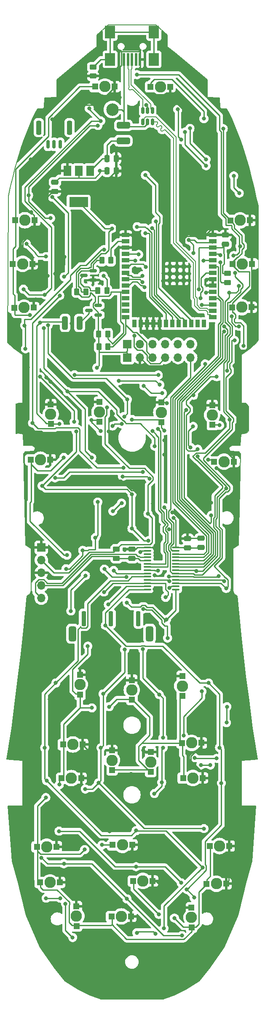
<source format=gbr>
%TF.GenerationSoftware,KiCad,Pcbnew,7.0.2*%
%TF.CreationDate,2024-05-06T14:06:19-04:00*%
%TF.ProjectId,800+,3830302b-2e6b-4696-9361-645f70636258,rev?*%
%TF.SameCoordinates,Original*%
%TF.FileFunction,Copper,L2,Bot*%
%TF.FilePolarity,Positive*%
%FSLAX46Y46*%
G04 Gerber Fmt 4.6, Leading zero omitted, Abs format (unit mm)*
G04 Created by KiCad (PCBNEW 7.0.2) date 2024-05-06 14:06:19*
%MOMM*%
%LPD*%
G01*
G04 APERTURE LIST*
G04 Aperture macros list*
%AMRoundRect*
0 Rectangle with rounded corners*
0 $1 Rounding radius*
0 $2 $3 $4 $5 $6 $7 $8 $9 X,Y pos of 4 corners*
0 Add a 4 corners polygon primitive as box body*
4,1,4,$2,$3,$4,$5,$6,$7,$8,$9,$2,$3,0*
0 Add four circle primitives for the rounded corners*
1,1,$1+$1,$2,$3*
1,1,$1+$1,$4,$5*
1,1,$1+$1,$6,$7*
1,1,$1+$1,$8,$9*
0 Add four rect primitives between the rounded corners*
20,1,$1+$1,$2,$3,$4,$5,0*
20,1,$1+$1,$4,$5,$6,$7,0*
20,1,$1+$1,$6,$7,$8,$9,0*
20,1,$1+$1,$8,$9,$2,$3,0*%
G04 Aperture macros list end*
%TA.AperFunction,SMDPad,CuDef*%
%ADD10RoundRect,0.250000X-0.450000X0.262500X-0.450000X-0.262500X0.450000X-0.262500X0.450000X0.262500X0*%
%TD*%
%TA.AperFunction,SMDPad,CuDef*%
%ADD11R,1.500000X0.900000*%
%TD*%
%TA.AperFunction,SMDPad,CuDef*%
%ADD12R,0.900000X1.500000*%
%TD*%
%TA.AperFunction,SMDPad,CuDef*%
%ADD13R,0.900000X0.900000*%
%TD*%
%TA.AperFunction,WasherPad*%
%ADD14C,2.286000*%
%TD*%
%TA.AperFunction,SMDPad,CuDef*%
%ADD15R,1.250000X1.225000*%
%TD*%
%TA.AperFunction,SMDPad,CuDef*%
%ADD16R,1.225000X1.250000*%
%TD*%
%TA.AperFunction,ComponentPad*%
%ADD17R,1.700000X1.700000*%
%TD*%
%TA.AperFunction,ComponentPad*%
%ADD18O,1.700000X1.700000*%
%TD*%
%TA.AperFunction,ComponentPad*%
%ADD19C,2.500000*%
%TD*%
%TA.AperFunction,SMDPad,CuDef*%
%ADD20RoundRect,0.250000X0.250000X0.475000X-0.250000X0.475000X-0.250000X-0.475000X0.250000X-0.475000X0*%
%TD*%
%TA.AperFunction,SMDPad,CuDef*%
%ADD21RoundRect,0.250000X0.475000X-0.250000X0.475000X0.250000X-0.475000X0.250000X-0.475000X-0.250000X0*%
%TD*%
%TA.AperFunction,SMDPad,CuDef*%
%ADD22RoundRect,0.250000X-0.475000X0.250000X-0.475000X-0.250000X0.475000X-0.250000X0.475000X0.250000X0*%
%TD*%
%TA.AperFunction,SMDPad,CuDef*%
%ADD23RoundRect,0.250000X-0.262500X-0.450000X0.262500X-0.450000X0.262500X0.450000X-0.262500X0.450000X0*%
%TD*%
%TA.AperFunction,SMDPad,CuDef*%
%ADD24RoundRect,0.150000X-0.150000X0.512500X-0.150000X-0.512500X0.150000X-0.512500X0.150000X0.512500X0*%
%TD*%
%TA.AperFunction,SMDPad,CuDef*%
%ADD25RoundRect,0.250000X-0.250000X-0.475000X0.250000X-0.475000X0.250000X0.475000X-0.250000X0.475000X0*%
%TD*%
%TA.AperFunction,SMDPad,CuDef*%
%ADD26RoundRect,0.150000X0.150000X0.700000X-0.150000X0.700000X-0.150000X-0.700000X0.150000X-0.700000X0*%
%TD*%
%TA.AperFunction,SMDPad,CuDef*%
%ADD27RoundRect,0.250000X0.250000X1.150000X-0.250000X1.150000X-0.250000X-1.150000X0.250000X-1.150000X0*%
%TD*%
%TA.AperFunction,SMDPad,CuDef*%
%ADD28RoundRect,0.250000X0.312500X1.075000X-0.312500X1.075000X-0.312500X-1.075000X0.312500X-1.075000X0*%
%TD*%
%TA.AperFunction,SMDPad,CuDef*%
%ADD29RoundRect,0.100000X0.637500X0.100000X-0.637500X0.100000X-0.637500X-0.100000X0.637500X-0.100000X0*%
%TD*%
%TA.AperFunction,SMDPad,CuDef*%
%ADD30RoundRect,0.150000X0.587500X0.150000X-0.587500X0.150000X-0.587500X-0.150000X0.587500X-0.150000X0*%
%TD*%
%TA.AperFunction,SMDPad,CuDef*%
%ADD31RoundRect,0.250000X0.262500X0.450000X-0.262500X0.450000X-0.262500X-0.450000X0.262500X-0.450000X0*%
%TD*%
%TA.AperFunction,SMDPad,CuDef*%
%ADD32RoundRect,0.250000X1.075000X-0.400000X1.075000X0.400000X-1.075000X0.400000X-1.075000X-0.400000X0*%
%TD*%
%TA.AperFunction,SMDPad,CuDef*%
%ADD33R,0.500000X2.500000*%
%TD*%
%TA.AperFunction,SMDPad,CuDef*%
%ADD34R,2.000000X2.500000*%
%TD*%
%TA.AperFunction,SMDPad,CuDef*%
%ADD35R,1.500000X2.000000*%
%TD*%
%TA.AperFunction,SMDPad,CuDef*%
%ADD36R,3.800000X2.000000*%
%TD*%
%TA.AperFunction,SMDPad,CuDef*%
%ADD37RoundRect,0.375000X0.375000X1.125000X-0.375000X1.125000X-0.375000X-1.125000X0.375000X-1.125000X0*%
%TD*%
%TA.AperFunction,SMDPad,CuDef*%
%ADD38RoundRect,0.225000X0.225000X1.275000X-0.225000X1.275000X-0.225000X-1.275000X0.225000X-1.275000X0*%
%TD*%
%TA.AperFunction,ViaPad*%
%ADD39C,0.800000*%
%TD*%
%TA.AperFunction,Conductor*%
%ADD40C,0.200000*%
%TD*%
%TA.AperFunction,Conductor*%
%ADD41C,0.250000*%
%TD*%
%TA.AperFunction,Profile*%
%ADD42C,0.200000*%
%TD*%
%TA.AperFunction,Profile*%
%ADD43C,0.100000*%
%TD*%
G04 APERTURE END LIST*
D10*
%TO.P,R9,1*%
%TO.N,ESP_EN*%
X120760000Y-87877500D03*
%TO.P,R9,2*%
%TO.N,+3.3V*%
X120760000Y-89702500D03*
%TD*%
D11*
%TO.P,U2,1,GND*%
%TO.N,GND*%
X117850000Y-80180000D03*
%TO.P,U2,2,3V3*%
%TO.N,+3.3V*%
X117850000Y-81450000D03*
%TO.P,U2,3,EN*%
%TO.N,ESP_EN*%
X117850000Y-82720000D03*
%TO.P,U2,4,GPIO4/TOUCH4/ADC1_CH3*%
%TO.N,MSP_P1.5*%
X117850000Y-83990000D03*
%TO.P,U2,5,GPIO5/TOUCH5/ADC1_CH4*%
%TO.N,MSP_P1.4*%
X117850000Y-85260000D03*
%TO.P,U2,6,GPIO6/TOUCH6/ADC1_CH5*%
%TO.N,MSP_P1.3*%
X117850000Y-86530000D03*
%TO.P,U2,7,GPIO7/TOUCH7/ADC1_CH6*%
%TO.N,MSP_P1.6*%
X117850000Y-87800000D03*
%TO.P,U2,8,GPIO15/U0RTS/ADC2_CH4/XTAL_32K_P*%
%TO.N,GND*%
X117850000Y-89070000D03*
%TO.P,U2,9,GPIO16/U0CTS/ADC2_CH5/XTAL_32K_N*%
X117850000Y-90340000D03*
%TO.P,U2,10,GPIO17/U1TXD/ADC2_CH6*%
%TO.N,ESP_TO_MSP*%
X117850000Y-91610000D03*
%TO.P,U2,11,GPIO18/U1RXD/ADC2_CH7/CLK_OUT3*%
%TO.N,MSP_TO_ESP*%
X117850000Y-92880000D03*
%TO.P,U2,12,GPIO8/TOUCH8/ADC1_CH7/SUBSPICS1*%
%TO.N,MSP_P1.7*%
X117850000Y-94150000D03*
%TO.P,U2,13,GPIO19/U1RTS/ADC2_CH8/CLK_OUT2/USB_D-*%
%TO.N,D-*%
X117850000Y-95420000D03*
%TO.P,U2,14,GPIO20/U1CTS/ADC2_CH9/CLK_OUT1/USB_D+*%
%TO.N,D+*%
X117850000Y-96690000D03*
D12*
%TO.P,U2,15,GPIO3/TOUCH3/ADC1_CH2*%
%TO.N,unconnected-(U2-GPIO3{slash}TOUCH3{slash}ADC1_CH2-Pad15)*%
X116085000Y-97940000D03*
%TO.P,U2,16,GPIO46*%
%TO.N,unconnected-(U2-GPIO46-Pad16)*%
X114815000Y-97940000D03*
%TO.P,U2,17,GPIO9/TOUCH9/ADC1_CH8/FSPIHD/SUBSPIHD*%
%TO.N,/LCD_RESET*%
X113545000Y-97940000D03*
%TO.P,U2,18,GPIO10/TOUCH10/ADC1_CH9/FSPICS0/FSPIIO4/SUBSPICS0*%
%TO.N,/LCD_DIN*%
X112275000Y-97940000D03*
%TO.P,U2,19,GPIO11/TOUCH11/ADC2_CH0/FSPID/FSPIIO5/SUBSPID*%
%TO.N,/LCD_CLK*%
X111005000Y-97940000D03*
%TO.P,U2,20,GPIO12/TOUCH12/ADC2_CH1/FSPICLK/FSPIIO6/SUBSPICLK*%
%TO.N,/LCD_CS*%
X109735000Y-97940000D03*
%TO.P,U2,21,GPIO13/TOUCH13/ADC2_CH2/FSPIQ/FSPIIO7/SUBSPIQ*%
%TO.N,/LCD_D{slash}C*%
X108465000Y-97940000D03*
%TO.P,U2,22,GPIO14/TOUCH14/ADC2_CH3/FSPIWP/FSPIDQS/SUBSPIWP*%
%TO.N,GND*%
X107195000Y-97940000D03*
%TO.P,U2,23,GPIO21*%
X105925000Y-97940000D03*
%TO.P,U2,24,GPIO47/SPICLK_P/SUBSPICLK_P_DIFF*%
X104655000Y-97940000D03*
%TO.P,U2,25,GPIO48/SPICLK_N/SUBSPICLK_N_DIFF*%
X103385000Y-97940000D03*
%TO.P,U2,26,GPIO45*%
%TO.N,unconnected-(U2-GPIO45-Pad26)*%
X102115000Y-97940000D03*
D11*
%TO.P,U2,27,GPIO0/BOOT*%
%TO.N,ESP_IO0*%
X100350000Y-96690000D03*
%TO.P,U2,28,SPIIO6/GPIO35/FSPID/SUBSPID*%
%TO.N,unconnected-(U2-SPIIO6{slash}GPIO35{slash}FSPID{slash}SUBSPID-Pad28)*%
X100350000Y-95420000D03*
%TO.P,U2,29,SPIIO7/GPIO36/FSPICLK/SUBSPICLK*%
%TO.N,unconnected-(U2-SPIIO7{slash}GPIO36{slash}FSPICLK{slash}SUBSPICLK-Pad29)*%
X100350000Y-94150000D03*
%TO.P,U2,30,SPIDQS/GPIO37/FSPIQ/SUBSPIQ*%
%TO.N,unconnected-(U2-SPIDQS{slash}GPIO37{slash}FSPIQ{slash}SUBSPIQ-Pad30)*%
X100350000Y-92880000D03*
%TO.P,U2,31,GPIO38/FSPIWP/SUBSPIWP*%
%TO.N,LED_Drive*%
X100350000Y-91610000D03*
%TO.P,U2,32,MTCK/GPIO39/CLK_OUT3/SUBSPICS1*%
%TO.N,TCK*%
X100350000Y-90340000D03*
%TO.P,U2,33,MTDO/GPIO40/CLK_OUT2*%
%TO.N,TDO*%
X100350000Y-89070000D03*
%TO.P,U2,34,MTDI/GPIO41/CLK_OUT1*%
%TO.N,TDI*%
X100350000Y-87800000D03*
%TO.P,U2,35,MTMS/GPIO42*%
%TO.N,TMS*%
X100350000Y-86530000D03*
%TO.P,U2,36,U0RXD/GPIO44/CLK_OUT2*%
%TO.N,ESP_RXD*%
X100350000Y-85260000D03*
%TO.P,U2,37,U0TXD/GPIO43/CLK_OUT1*%
%TO.N,ESP_TXD*%
X100350000Y-83990000D03*
%TO.P,U2,38,GPIO2/TOUCH2/ADC1_CH1*%
%TO.N,GND*%
X100350000Y-82720000D03*
%TO.P,U2,39,GPIO1/TOUCH1/ADC1_CH0*%
%TO.N,/LCD_BLC*%
X100350000Y-81450000D03*
%TO.P,U2,40,GND*%
%TO.N,GND*%
X100350000Y-80180000D03*
D13*
%TO.P,U2,41,GND*%
X112000000Y-89300000D03*
X112000000Y-89300000D03*
X112000000Y-87900000D03*
X112000000Y-86500000D03*
X110600000Y-89300000D03*
X110600000Y-87900000D03*
X110600000Y-86500000D03*
X110600000Y-86500000D03*
X109200000Y-89300000D03*
X109200000Y-87900000D03*
X109200000Y-86500000D03*
%TD*%
D14*
%TO.P,D32,*%
%TO.N,*%
X97580000Y-185600000D03*
D15*
%TO.P,D32,1,K*%
%TO.N,GND*%
X97580000Y-183637500D03*
%TO.P,D32,2,A*%
%TO.N,LED_PWM*%
X97605000Y-187562500D03*
%TD*%
D14*
%TO.P,D31,*%
%TO.N,*%
X95070000Y-115670000D03*
D15*
%TO.P,D31,1,K*%
%TO.N,GND*%
X95070000Y-113707500D03*
%TO.P,D31,2,A*%
%TO.N,LED_PWM*%
X95095000Y-117632500D03*
%TD*%
D14*
%TO.P,D30,*%
%TO.N,*%
X99680000Y-202590000D03*
D16*
%TO.P,D30,1,K*%
%TO.N,GND*%
X101642500Y-202590000D03*
%TO.P,D30,2,A*%
%TO.N,LED_PWM*%
X97717500Y-202615000D03*
%TD*%
D14*
%TO.P,D29,*%
%TO.N,*%
X89740000Y-182430000D03*
D16*
%TO.P,D29,1,K*%
%TO.N,GND*%
X91702500Y-182430000D03*
%TO.P,D29,2,A*%
%TO.N,LED_PWM*%
X87777500Y-182455000D03*
%TD*%
D14*
%TO.P,D28,*%
%TO.N,*%
X101570000Y-171480000D03*
D15*
%TO.P,D28,1,K*%
%TO.N,GND*%
X101570000Y-169517500D03*
%TO.P,D28,2,A*%
%TO.N,LED_PWM*%
X101595000Y-173442500D03*
%TD*%
D14*
%TO.P,D27,*%
%TO.N,*%
X111700000Y-170700000D03*
D15*
%TO.P,D27,1,K*%
%TO.N,GND*%
X111700000Y-168737500D03*
%TO.P,D27,2,A*%
%TO.N,LED_PWM*%
X111725000Y-172662500D03*
%TD*%
D14*
%TO.P,D26,*%
%TO.N,*%
X91140000Y-170430000D03*
D15*
%TO.P,D26,1,K*%
%TO.N,GND*%
X91140000Y-168467500D03*
%TO.P,D26,2,A*%
%TO.N,LED_PWM*%
X91165000Y-172392500D03*
%TD*%
D14*
%TO.P,D25,*%
%TO.N,*%
X117730000Y-116300000D03*
D15*
%TO.P,D25,1,K*%
%TO.N,GND*%
X117730000Y-114337500D03*
%TO.P,D25,2,A*%
%TO.N,LED_PWM*%
X117755000Y-118262500D03*
%TD*%
D14*
%TO.P,D24,*%
%TO.N,*%
X123660000Y-94650000D03*
D16*
%TO.P,D24,1,K*%
%TO.N,GND*%
X125622500Y-94650000D03*
%TO.P,D24,2,A*%
%TO.N,LED_PWM*%
X121697500Y-94675000D03*
%TD*%
D14*
%TO.P,D23,*%
%TO.N,*%
X79910000Y-94740000D03*
D16*
%TO.P,D23,1,K*%
%TO.N,GND*%
X81872500Y-94740000D03*
%TO.P,D23,2,A*%
%TO.N,LED_PWM*%
X77947500Y-94765000D03*
%TD*%
D14*
%TO.P,D22,*%
%TO.N,*%
X107300000Y-50400000D03*
D16*
%TO.P,D22,1,K*%
%TO.N,GND*%
X109262500Y-50400000D03*
%TO.P,D22,2,A*%
%TO.N,LED_PWM*%
X105337500Y-50425000D03*
%TD*%
D14*
%TO.P,D21,*%
%TO.N,*%
X113840000Y-189170000D03*
D16*
%TO.P,D21,1,K*%
%TO.N,GND*%
X115802500Y-189170000D03*
%TO.P,D21,2,A*%
%TO.N,LED_PWM*%
X111877500Y-189195000D03*
%TD*%
D14*
%TO.P,D20,*%
%TO.N,*%
X113610000Y-182120000D03*
D16*
%TO.P,D20,1,K*%
%TO.N,GND*%
X115572500Y-182120000D03*
%TO.P,D20,2,A*%
%TO.N,LED_PWM*%
X111647500Y-182145000D03*
%TD*%
D14*
%TO.P,D19,*%
%TO.N,*%
X123340000Y-77220000D03*
D16*
%TO.P,D19,1,K*%
%TO.N,GND*%
X125302500Y-77220000D03*
%TO.P,D19,2,A*%
%TO.N,LED_PWM*%
X121377500Y-77245000D03*
%TD*%
D14*
%TO.P,D18,*%
%TO.N,*%
X89420000Y-189190000D03*
D16*
%TO.P,D18,1,K*%
%TO.N,GND*%
X91382500Y-189190000D03*
%TO.P,D18,2,A*%
%TO.N,LED_PWM*%
X87457500Y-189215000D03*
%TD*%
D14*
%TO.P,D17,*%
%TO.N,*%
X107500000Y-115760000D03*
D15*
%TO.P,D17,1,K*%
%TO.N,GND*%
X107500000Y-113797500D03*
%TO.P,D17,2,A*%
%TO.N,LED_PWM*%
X107525000Y-117722500D03*
%TD*%
D14*
%TO.P,D16,*%
%TO.N,*%
X85275000Y-116125000D03*
D15*
%TO.P,D16,1,K*%
%TO.N,GND*%
X85275000Y-114162500D03*
%TO.P,D16,2,A*%
%TO.N,LED_PWM*%
X85300000Y-118087500D03*
%TD*%
D14*
%TO.P,D15,*%
%TO.N,*%
X96140000Y-50360000D03*
D16*
%TO.P,D15,1,K*%
%TO.N,GND*%
X98102500Y-50360000D03*
%TO.P,D15,2,A*%
%TO.N,LED_PWM*%
X94177500Y-50385000D03*
%TD*%
D14*
%TO.P,D14,*%
%TO.N,*%
X79620000Y-85950000D03*
D16*
%TO.P,D14,1,K*%
%TO.N,GND*%
X81582500Y-85950000D03*
%TO.P,D14,2,A*%
%TO.N,LED_PWM*%
X77657500Y-85975000D03*
%TD*%
D14*
%TO.P,D13,*%
%TO.N,*%
X120090000Y-125664000D03*
D16*
%TO.P,D13,1,K*%
%TO.N,GND*%
X122052500Y-125664000D03*
%TO.P,D13,2,A*%
%TO.N,LED_PWM*%
X118127500Y-125689000D03*
%TD*%
D14*
%TO.P,D12,*%
%TO.N,*%
X123760000Y-85970000D03*
D16*
%TO.P,D12,1,K*%
%TO.N,GND*%
X125722500Y-85970000D03*
%TO.P,D12,2,A*%
%TO.N,LED_PWM*%
X121797500Y-85995000D03*
%TD*%
D14*
%TO.P,D11,*%
%TO.N,*%
X105350000Y-185950000D03*
D15*
%TO.P,D11,1,K*%
%TO.N,GND*%
X105350000Y-183987500D03*
%TO.P,D11,2,A*%
%TO.N,LED_PWM*%
X105375000Y-187912500D03*
%TD*%
D14*
%TO.P,D10,*%
%TO.N,*%
X80100000Y-77190000D03*
D16*
%TO.P,D10,1,K*%
%TO.N,GND*%
X82062500Y-77190000D03*
%TO.P,D10,2,A*%
%TO.N,LED_PWM*%
X78137500Y-77215000D03*
%TD*%
D14*
%TO.P,D9,*%
%TO.N,*%
X83200000Y-125274000D03*
D16*
%TO.P,D9,1,K*%
%TO.N,GND*%
X85162500Y-125274000D03*
%TO.P,D9,2,A*%
%TO.N,LED_PWM*%
X81237500Y-125299000D03*
%TD*%
D14*
%TO.P,D8,*%
%TO.N,*%
X118560000Y-210400000D03*
D16*
%TO.P,D8,1,K*%
%TO.N,GND*%
X120522500Y-210400000D03*
%TO.P,D8,2,A*%
%TO.N,LED_PWM*%
X116597500Y-210425000D03*
%TD*%
D14*
%TO.P,D7,*%
%TO.N,*%
X84470000Y-202980000D03*
D16*
%TO.P,D7,1,K*%
%TO.N,GND*%
X86432500Y-202980000D03*
%TO.P,D7,2,A*%
%TO.N,LED_PWM*%
X82507500Y-203005000D03*
%TD*%
D14*
%TO.P,D6,*%
%TO.N,*%
X85120000Y-210120000D03*
D16*
%TO.P,D6,1,K*%
%TO.N,GND*%
X87082500Y-210120000D03*
%TO.P,D6,2,A*%
%TO.N,LED_PWM*%
X83157500Y-210145000D03*
%TD*%
D14*
%TO.P,D5,*%
%TO.N,*%
X119190000Y-202830000D03*
D16*
%TO.P,D5,1,K*%
%TO.N,GND*%
X121152500Y-202830000D03*
%TO.P,D5,2,A*%
%TO.N,LED_PWM*%
X117227500Y-202855000D03*
%TD*%
D14*
%TO.P,D4,*%
%TO.N,*%
X103810000Y-209840000D03*
D16*
%TO.P,D4,1,K*%
%TO.N,GND*%
X105772500Y-209840000D03*
%TO.P,D4,2,A*%
%TO.N,LED_PWM*%
X101847500Y-209865000D03*
%TD*%
D14*
%TO.P,D3,*%
%TO.N,*%
X113550000Y-217170000D03*
D15*
%TO.P,D3,1,K*%
%TO.N,GND*%
X113550000Y-215207500D03*
%TO.P,D3,2,A*%
%TO.N,LED_PWM*%
X113575000Y-219132500D03*
%TD*%
D14*
%TO.P,D2,*%
%TO.N,*%
X99440000Y-216960000D03*
D16*
%TO.P,D2,1,K*%
%TO.N,GND*%
X101402500Y-216960000D03*
%TO.P,D2,2,A*%
%TO.N,LED_PWM*%
X97477500Y-216985000D03*
%TD*%
D14*
%TO.P,D1,*%
%TO.N,*%
X90430000Y-216910000D03*
D15*
%TO.P,D1,1,K*%
%TO.N,GND*%
X90430000Y-214947500D03*
%TO.P,D1,2,A*%
%TO.N,LED_PWM*%
X90455000Y-218872500D03*
%TD*%
D17*
%TO.P,J6,1,Pin_1*%
%TO.N,+3.3V*%
X100650000Y-102080000D03*
D18*
%TO.P,J6,2,Pin_2*%
%TO.N,GND*%
X103190000Y-102080000D03*
%TO.P,J6,3,Pin_3*%
%TO.N,TCK*%
X105730000Y-102080000D03*
%TO.P,J6,4,Pin_4*%
%TO.N,TDO*%
X108270000Y-102080000D03*
%TO.P,J6,5,Pin_5*%
%TO.N,TDI*%
X110810000Y-102080000D03*
%TO.P,J6,6,Pin_6*%
%TO.N,TMS*%
X113350000Y-102080000D03*
%TD*%
D19*
%TO.P,TP1,1,1*%
%TO.N,Net-(J2-VBUS)*%
X97660000Y-54970000D03*
%TD*%
D17*
%TO.P,J7,1,Pin_1*%
%TO.N,+3.3V*%
X100690000Y-104760000D03*
D18*
%TO.P,J7,2,Pin_2*%
%TO.N,GND*%
X103230000Y-104760000D03*
%TO.P,J7,3,Pin_3*%
%TO.N,ESP_IO0*%
X105770000Y-104760000D03*
%TO.P,J7,4,Pin_4*%
%TO.N,ESP_RXD*%
X108310000Y-104760000D03*
%TO.P,J7,5,Pin_5*%
%TO.N,ESP_TXD*%
X110850000Y-104760000D03*
%TO.P,J7,6,Pin_6*%
%TO.N,ESP_EN*%
X113390000Y-104760000D03*
%TD*%
D20*
%TO.P,C1,1*%
%TO.N,GND*%
X98490000Y-67280000D03*
%TO.P,C1,2*%
%TO.N,+3.3V*%
X96590000Y-67280000D03*
%TD*%
D21*
%TO.P,C4,1*%
%TO.N,+3.3V*%
X112780000Y-142980000D03*
%TO.P,C4,2*%
%TO.N,GND*%
X112780000Y-141080000D03*
%TD*%
D22*
%TO.P,C6,1*%
%TO.N,+3.3V*%
X86130000Y-69540000D03*
%TO.P,C6,2*%
%TO.N,GND*%
X86130000Y-71440000D03*
%TD*%
D21*
%TO.P,C3,1*%
%TO.N,+3.3V*%
X115460000Y-142900000D03*
%TO.P,C3,2*%
%TO.N,GND*%
X115460000Y-141000000D03*
%TD*%
D23*
%TO.P,R3,1*%
%TO.N,+3.3V*%
X90507500Y-91570000D03*
%TO.P,R3,2*%
%TO.N,Net-(Q1-B)*%
X92332500Y-91570000D03*
%TD*%
D24*
%TO.P,U3,1,I/O2*%
%TO.N,/DN*%
X103800000Y-55162500D03*
%TO.P,U3,2,GND*%
%TO.N,GND*%
X104750000Y-55162500D03*
%TO.P,U3,3,I/O1*%
%TO.N,/DP*%
X105700000Y-55162500D03*
%TO.P,U3,4,I/O1*%
%TO.N,D+*%
X105700000Y-57437500D03*
%TO.P,U3,5,Vbus*%
%TO.N,Net-(J2-VBUS)*%
X104750000Y-57437500D03*
%TO.P,U3,6,I/O2*%
%TO.N,D-*%
X103800000Y-57437500D03*
%TD*%
D23*
%TO.P,R1,1*%
%TO.N,Net-(Q1-C)*%
X94727500Y-91310000D03*
%TO.P,R1,2*%
%TO.N,/LCD_BL*%
X96552500Y-91310000D03*
%TD*%
D25*
%TO.P,C5,1*%
%TO.N,+5V*%
X96550000Y-64790000D03*
%TO.P,C5,2*%
%TO.N,GND*%
X98450000Y-64790000D03*
%TD*%
D26*
%TO.P,J4,1,Pin_1*%
%TO.N,unconnected-(J4-Pin_1-Pad1)*%
X87210000Y-61960000D03*
%TO.P,J4,2,Pin_2*%
%TO.N,unconnected-(J4-Pin_2-Pad2)*%
X85960000Y-61960000D03*
%TO.P,J4,3,Pin_3*%
%TO.N,unconnected-(J4-Pin_3-Pad3)*%
X84710000Y-61960000D03*
D27*
%TO.P,J4,MP*%
%TO.N,N/C*%
X89060000Y-58610000D03*
X82860000Y-58610000D03*
%TD*%
D22*
%TO.P,C7,1*%
%TO.N,GND*%
X120410000Y-80140000D03*
%TO.P,C7,2*%
%TO.N,ESP_EN*%
X120410000Y-82040000D03*
%TD*%
D28*
%TO.P,R6,1*%
%TO.N,/LED_TP*%
X91085000Y-97820000D03*
%TO.P,R6,2*%
%TO.N,LED_PWM*%
X88160000Y-97820000D03*
%TD*%
D10*
%TO.P,R7,1*%
%TO.N,Net-(J2-Shield)*%
X93780000Y-46435000D03*
%TO.P,R7,2*%
%TO.N,GND*%
X93780000Y-48260000D03*
%TD*%
D29*
%TO.P,U1,1,DVCC*%
%TO.N,+3.3V*%
X110422500Y-142905000D03*
%TO.P,U1,2,TA0CLK/ACLK/A0/CA0/P1.0*%
%TO.N,ESP_EN*%
X110422500Y-143555000D03*
%TO.P,U1,3,TA0.0/UCA0RXD/UCA0SOMI/A1/CA1/P1.1*%
%TO.N,ESP_TO_MSP*%
X110422500Y-144205000D03*
%TO.P,U1,4,TA0.1/UCA0TXD/UCA0SIMO/A2/CA2/P1.2*%
%TO.N,MSP_TO_ESP*%
X110422500Y-144855000D03*
%TO.P,U1,5,ADC10CLK/CAOUT/VREF-/VeREF-/A3/CA3/P1.3*%
%TO.N,MSP_P1.3*%
X110422500Y-145505000D03*
%TO.P,U1,6,TCK/SMCLK/UCB0STE/UCA0CLK/VREF+/VeREF+/A4/CA4/P1.4*%
%TO.N,MSP_P1.4*%
X110422500Y-146155000D03*
%TO.P,U1,7,TMS/TA0.0/UCB0CLK/UCA0STE/A5/CA5/P1.5*%
%TO.N,MSP_P1.5*%
X110422500Y-146805000D03*
%TO.P,U1,8,P3.1/TA1.0*%
%TO.N,B*%
X110422500Y-147455000D03*
%TO.P,U1,9,P3.0/TA0.2*%
%TO.N,A*%
X110422500Y-148105000D03*
%TO.P,U1,10,TA1.0/P2.0*%
%TO.N,1*%
X110422500Y-148755000D03*
%TO.P,U1,11,TA1.1/P2.1*%
%TO.N,2*%
X110422500Y-149405000D03*
%TO.P,U1,12,TA1.1/P2.2*%
%TO.N,3*%
X110422500Y-150055000D03*
%TO.P,U1,13,P3.2/TA1.1*%
%TO.N,C*%
X110422500Y-150705000D03*
%TO.P,U1,14,P3.3/TA1.2*%
%TO.N,D*%
X110422500Y-151355000D03*
%TO.P,U1,15,P3.4/TA0.0*%
%TO.N,E*%
X104697500Y-151355000D03*
%TO.P,U1,16,TA1.0/P2.3*%
%TO.N,4*%
X104697500Y-150705000D03*
%TO.P,U1,17,TA1.2/P2.4*%
%TO.N,5*%
X104697500Y-150055000D03*
%TO.P,U1,18,TA1.2/P2.5*%
%TO.N,6*%
X104697500Y-149405000D03*
%TO.P,U1,19,P3.5/TA0.1*%
%TO.N,F*%
X104697500Y-148755000D03*
%TO.P,U1,20,P3.6/TA0.2*%
%TO.N,G*%
X104697500Y-148105000D03*
%TO.P,U1,21,P3.7/TA1CLK/CAOUT*%
%TO.N,H*%
X104697500Y-147455000D03*
%TO.P,U1,22,TDI/TCLK/TA0.1/UCB0SOMI/UCB0SCL/A6/CA6/P1.6*%
%TO.N,MSP_P1.6*%
X104697500Y-146805000D03*
%TO.P,U1,23,TDO/TDI/CAOUT/UCB0SIMO/UCB0SDA/A7/CA7/P1.7*%
%TO.N,MSP_P1.7*%
X104697500Y-146155000D03*
%TO.P,U1,24,~{RST}/NMI/SBWTDIO*%
%TO.N,/Buttons/SBWTDIO*%
X104697500Y-145505000D03*
%TO.P,U1,25,SBWTCK/TEST*%
%TO.N,/Buttons/SBWTCK*%
X104697500Y-144855000D03*
%TO.P,U1,26,XOUT/P2.7*%
%TO.N,unconnected-(U1-XOUT{slash}P2.7-Pad26)*%
X104697500Y-144205000D03*
%TO.P,U1,27,TA0.1/XIN/P2.6*%
%TO.N,7*%
X104697500Y-143555000D03*
%TO.P,U1,28,DVSS*%
%TO.N,GND*%
X104697500Y-142905000D03*
%TD*%
D10*
%TO.P,R4,1*%
%TO.N,+3.3V*%
X98490000Y-143257500D03*
%TO.P,R4,2*%
%TO.N,/Buttons/SBWTDIO*%
X98490000Y-145082500D03*
%TD*%
D30*
%TO.P,Q2,1,G*%
%TO.N,LED_Drive*%
X94847500Y-94310000D03*
%TO.P,Q2,2,S*%
%TO.N,+3.3V*%
X94847500Y-96210000D03*
%TO.P,Q2,3,D*%
%TO.N,/LED_TP*%
X92972500Y-95260000D03*
%TD*%
D31*
%TO.P,R8,1*%
%TO.N,ESP_IO0*%
X96792500Y-102620000D03*
%TO.P,R8,2*%
%TO.N,+3.3V*%
X94967500Y-102620000D03*
%TD*%
D32*
%TO.P,F1,1*%
%TO.N,+5V*%
X99880000Y-61250000D03*
%TO.P,F1,2*%
%TO.N,Net-(J2-VBUS)*%
X99880000Y-58150000D03*
%TD*%
D31*
%TO.P,R5,1*%
%TO.N,LED_Drive*%
X96757500Y-100025000D03*
%TO.P,R5,2*%
%TO.N,+3.3V*%
X94932500Y-100025000D03*
%TD*%
D33*
%TO.P,J2,1,VBUS*%
%TO.N,Net-(J2-VBUS)*%
X100010000Y-44900000D03*
%TO.P,J2,2,D-*%
%TO.N,/DN*%
X100810000Y-44900000D03*
%TO.P,J2,3,D+*%
%TO.N,/DP*%
X101610000Y-44900000D03*
%TO.P,J2,4,ID*%
%TO.N,unconnected-(J2-ID-Pad4)*%
X102410000Y-44900000D03*
%TO.P,J2,5,GND*%
%TO.N,GND*%
X103210000Y-44900000D03*
D34*
%TO.P,J2,6,Shield*%
%TO.N,Net-(J2-Shield)*%
X97210000Y-39400000D03*
X97210000Y-44900000D03*
X106010000Y-39400000D03*
X106010000Y-44900000D03*
%TD*%
D21*
%TO.P,C2,1*%
%TO.N,/Buttons/SBWTDIO*%
X101600000Y-145090000D03*
%TO.P,C2,2*%
%TO.N,GND*%
X101600000Y-143190000D03*
%TD*%
D30*
%TO.P,Q1,1,B*%
%TO.N,Net-(Q1-B)*%
X93780000Y-87310000D03*
%TO.P,Q1,2,E*%
%TO.N,GND*%
X93780000Y-89210000D03*
%TO.P,Q1,3,C*%
%TO.N,Net-(Q1-C)*%
X91905000Y-88260000D03*
%TD*%
D35*
%TO.P,U4,1,GND/ADJ*%
%TO.N,GND*%
X88590000Y-67280000D03*
%TO.P,U4,2,VO*%
%TO.N,+3.3V*%
X90890000Y-67280000D03*
%TO.P,U4,3,VI*%
%TO.N,+5V*%
X93190000Y-67280000D03*
D36*
%TO.P,U4,4,VO*%
%TO.N,+3.3V*%
X90890000Y-73580000D03*
%TD*%
D31*
%TO.P,R2,1*%
%TO.N,/LCD_BLC*%
X97360000Y-85260000D03*
%TO.P,R2,2*%
%TO.N,Net-(Q1-B)*%
X95535000Y-85260000D03*
%TD*%
D37*
%TO.P,J5,*%
%TO.N,*%
X105140000Y-160200000D03*
X89640000Y-160200000D03*
D38*
%TO.P,J5,1,Pin_1*%
%TO.N,unconnected-(J5-Pin_1-Pad1)*%
X102890000Y-157200000D03*
%TO.P,J5,2,Pin_2*%
%TO.N,unconnected-(J5-Pin_2-Pad2)*%
X97390000Y-157200000D03*
%TO.P,J5,3,Pin_3*%
%TO.N,unconnected-(J5-Pin_3-Pad3)*%
X91890000Y-157200000D03*
%TD*%
D17*
%TO.P,J3,1,Pin_1*%
%TO.N,GND*%
X83380000Y-142880000D03*
D18*
%TO.P,J3,2,Pin_2*%
%TO.N,+3.3V*%
X83380000Y-145420000D03*
%TO.P,J3,3,Pin_3*%
%TO.N,GND*%
X83380000Y-147960000D03*
%TO.P,J3,4,Pin_4*%
%TO.N,/Buttons/SBWTDIO*%
X83380000Y-150500000D03*
%TO.P,J3,5,Pin_5*%
%TO.N,/Buttons/SBWTCK*%
X83380000Y-153040000D03*
%TD*%
D39*
%TO.N,GND*%
X101410000Y-55280000D03*
X97520000Y-96200000D03*
X102590000Y-95050000D03*
X102180000Y-86830000D03*
X108600000Y-113900000D03*
X115620000Y-115550000D03*
X83030000Y-121570000D03*
X115610000Y-178350000D03*
X94640000Y-146120000D03*
%TO.N,A*%
X114819500Y-123170500D03*
X120734500Y-107440000D03*
X120520374Y-131008840D03*
X122316714Y-87781312D03*
X113979854Y-112337614D03*
X81606128Y-117910214D03*
X122027701Y-84307701D03*
X114800000Y-124620000D03*
X84290000Y-84500000D03*
X102623762Y-47964604D03*
X80378397Y-81924693D03*
X99900000Y-126880000D03*
X109052650Y-139235039D03*
X123340739Y-82421162D03*
X108060000Y-134870000D03*
X118630000Y-108610000D03*
X87090000Y-92340000D03*
%TO.N,1*%
X119010000Y-148680500D03*
X108999933Y-148687153D03*
X87990000Y-88560000D03*
X85590000Y-72550000D03*
%TO.N,B*%
X93011866Y-54757999D03*
X84730000Y-98280000D03*
X79798026Y-91046750D03*
X121256579Y-117266668D03*
X121170000Y-91780000D03*
X84070000Y-92150000D03*
X96060000Y-147240000D03*
X95320000Y-57260000D03*
X123112295Y-90361046D03*
X100020000Y-116595402D03*
X114519949Y-147606847D03*
X100516813Y-148829500D03*
X112250000Y-59500000D03*
X100690950Y-113185231D03*
X116500000Y-66250000D03*
%TO.N,C*%
X110795292Y-54948806D03*
X80023151Y-98321130D03*
X109115624Y-151051931D03*
X121670000Y-96470000D03*
X111525500Y-61030000D03*
X90398821Y-119596239D03*
X83140000Y-108620000D03*
X101600186Y-139093809D03*
X123106669Y-98478530D03*
X104890000Y-141530000D03*
X95980000Y-83090000D03*
X101608012Y-132198710D03*
X80190000Y-103000000D03*
X89986440Y-117662087D03*
X83512164Y-130523617D03*
%TO.N,D*%
X94751348Y-58183250D03*
X85250000Y-76780000D03*
X106175980Y-122550000D03*
X122060000Y-68290000D03*
X88335939Y-147170771D03*
X83889959Y-98821605D03*
X113370000Y-122800000D03*
X94246316Y-140915854D03*
X94730000Y-133760000D03*
X108550843Y-157367909D03*
X91701085Y-143461085D03*
X100600000Y-153980000D03*
X113900065Y-118584009D03*
X123159067Y-71753925D03*
X80826522Y-72189342D03*
X88639637Y-111580712D03*
X93530000Y-124840000D03*
%TO.N,E*%
X112630278Y-211540917D03*
X86950458Y-199838510D03*
X116980727Y-170089805D03*
X114073949Y-213186549D03*
X119573592Y-190199738D03*
X119200451Y-183076531D03*
X102424148Y-206971987D03*
X96266661Y-158560436D03*
X111510000Y-210230000D03*
%TO.N,F*%
X106340000Y-220410000D03*
X86291501Y-170091616D03*
X102588272Y-220235519D03*
X84071970Y-183099621D03*
X102440370Y-199737397D03*
X108040000Y-219350000D03*
X84459691Y-189723579D03*
X115774749Y-207123402D03*
%TO.N,G*%
X94851512Y-190136658D03*
X88241010Y-214406161D03*
X84350000Y-213290000D03*
X87177824Y-213291393D03*
X92220000Y-191380000D03*
X95351328Y-183097364D03*
X95793783Y-172300371D03*
X116058872Y-199333591D03*
X97920000Y-147500000D03*
X100140000Y-163390000D03*
X89674892Y-221184817D03*
%TO.N,H*%
X107853500Y-183097472D03*
X83420000Y-205180000D03*
X106110000Y-192300000D03*
X107575294Y-190035264D03*
X107065382Y-172397756D03*
X106844500Y-147529500D03*
X103790000Y-163310000D03*
X87914072Y-206367976D03*
X111640202Y-220816545D03*
X107806477Y-181100887D03*
X100591036Y-213441536D03*
%TO.N,2*%
X98980000Y-109410000D03*
X120122299Y-149677701D03*
X107190000Y-110240000D03*
X112530000Y-115250000D03*
X113250000Y-58750000D03*
X117520000Y-136440000D03*
X116500000Y-65000000D03*
%TO.N,3*%
X106890000Y-108270000D03*
X122201784Y-101300413D03*
X90050000Y-108220000D03*
X120530000Y-151110000D03*
%TO.N,4*%
X96850000Y-154350000D03*
X107710000Y-111930000D03*
X103980000Y-110450000D03*
%TO.N,5*%
X111959989Y-180620000D03*
X108370000Y-152900000D03*
X86145188Y-128915191D03*
X103800000Y-127720000D03*
X115655000Y-171790000D03*
X95982299Y-151822299D03*
%TO.N,6*%
X99690000Y-128620000D03*
X118610000Y-185230000D03*
X105100000Y-129070000D03*
X114187500Y-185107500D03*
X120590000Y-178050000D03*
X120680000Y-174860000D03*
X97750000Y-135600000D03*
X99510000Y-133980000D03*
X109104017Y-149681221D03*
%TO.N,7*%
X115440000Y-186560000D03*
X103260000Y-143850000D03*
X117350000Y-186580000D03*
X108755256Y-161074744D03*
X103880000Y-155240000D03*
%TO.N,/LCD_BL*%
X95870000Y-88400000D03*
%TO.N,/LCD_D{slash}C*%
X104300000Y-79780000D03*
%TO.N,/LCD_CS*%
X102632299Y-78495000D03*
%TO.N,/LCD_CLK*%
X105632299Y-78757701D03*
%TO.N,/LCD_DIN*%
X106445500Y-77420000D03*
%TO.N,/LCD_RESET*%
X104300000Y-68150000D03*
%TO.N,ESP_EN*%
X115075500Y-91040000D03*
%TO.N,MSP_P1.4*%
X116010000Y-85290000D03*
X120100000Y-99534710D03*
%TO.N,MSP_P1.5*%
X120150000Y-98490000D03*
X119360000Y-84250000D03*
%TO.N,MSP_P1.6*%
X115370000Y-92840000D03*
X106840000Y-119110000D03*
%TO.N,MSP_P1.7*%
X115610000Y-94160000D03*
X105760000Y-119490000D03*
%TO.N,TCK*%
X104135356Y-90684475D03*
%TO.N,TDO*%
X103720902Y-89615500D03*
%TO.N,LED_PWM*%
X95590000Y-202600000D03*
X101610000Y-117190000D03*
X81094841Y-96224841D03*
X93490000Y-117350000D03*
X116060000Y-56810000D03*
X92250000Y-148530000D03*
X97690000Y-118520000D03*
X119200000Y-118370000D03*
X124050000Y-102390000D03*
X92730000Y-162710000D03*
X87900000Y-124820000D03*
X119940000Y-58820000D03*
X86990000Y-118110000D03*
X86990000Y-190490000D03*
X93550000Y-175080000D03*
X92100000Y-203530000D03*
X108138441Y-119450000D03*
X88530000Y-144440000D03*
X95280000Y-119550000D03*
X116930000Y-125260000D03*
X110130000Y-217290000D03*
X97040000Y-174850000D03*
X106990000Y-216530000D03*
X89330000Y-155630000D03*
X84290000Y-193100000D03*
X99550000Y-118090000D03*
X83110000Y-97760000D03*
%TO.N,TDI*%
X103690998Y-88335453D03*
%TO.N,TMS*%
X104405500Y-86540000D03*
%TO.N,ESP_RXD*%
X102120000Y-100400000D03*
X102235500Y-85290000D03*
%TO.N,ESP_TXD*%
X102950000Y-84060000D03*
%TO.N,ESP_TO_MSP*%
X116524500Y-91740000D03*
X116320560Y-106040560D03*
%TO.N,GND*%
X108000000Y-211440000D03*
X86550000Y-95160000D03*
X121800000Y-121240000D03*
X96130000Y-124210000D03*
X108000000Y-86500000D03*
X112190000Y-82150000D03*
X100140000Y-143370000D03*
X118370000Y-111240000D03*
X92830000Y-113290000D03*
X121240000Y-196820000D03*
X83090000Y-171170000D03*
X81280000Y-65010000D03*
X85030000Y-173360000D03*
X93020000Y-129490000D03*
X122080000Y-63510000D03*
X111080000Y-214380000D03*
X113060000Y-89280000D03*
X86280000Y-175480000D03*
X109370000Y-82350000D03*
X104640000Y-190520000D03*
X90190000Y-178890000D03*
X113650000Y-126660000D03*
X97290000Y-166300000D03*
X99640000Y-183640000D03*
X85240000Y-109650000D03*
X117990000Y-72330000D03*
X90170000Y-84550000D03*
X121980000Y-138850000D03*
X123024500Y-106150000D03*
X107820000Y-203120000D03*
X97130000Y-199904500D03*
X90320000Y-198170000D03*
X116640000Y-130010000D03*
X95890000Y-136140000D03*
X95990000Y-206720000D03*
X110650000Y-206180000D03*
X97790000Y-116080000D03*
X86210000Y-87950000D03*
X106120000Y-143080000D03*
X112910000Y-69310000D03*
X82280000Y-93060000D03*
X101370154Y-67425000D03*
X84645500Y-88330000D03*
X97130000Y-132730000D03*
X92920000Y-126730000D03*
X108074500Y-124240000D03*
X108790000Y-166870000D03*
X107900000Y-87890000D03*
X87830000Y-109020000D03*
X108100000Y-121370000D03*
X86870000Y-121510000D03*
X104499500Y-54061764D03*
X85210000Y-139790000D03*
X99260000Y-146610000D03*
X106000000Y-153110000D03*
X90860000Y-105620000D03*
X96640000Y-129310000D03*
X109670000Y-135890000D03*
X117520011Y-133890000D03*
X120980000Y-185500000D03*
X93880000Y-185490000D03*
X86990000Y-194550000D03*
X108150000Y-154500000D03*
X81327032Y-75592609D03*
X112910000Y-201370000D03*
X93200000Y-133580000D03*
X105420000Y-195610000D03*
X85330000Y-67610000D03*
X112000000Y-90820000D03*
X97910000Y-195410000D03*
X88670000Y-139650000D03*
X103780000Y-133940000D03*
X92300000Y-71350000D03*
X96924500Y-119640000D03*
X79690000Y-68040000D03*
X106190000Y-151230000D03*
X92330000Y-110190000D03*
X98440000Y-204860000D03*
X120740000Y-133890000D03*
X116600000Y-89210000D03*
X103960000Y-218130000D03*
X117130000Y-60820000D03*
X84160000Y-112100000D03*
X118760000Y-112790000D03*
X89540000Y-126400000D03*
X109220000Y-85210000D03*
X110630000Y-85180000D03*
X89050000Y-202870000D03*
X106190000Y-148500000D03*
X88040000Y-84550000D03*
X117010000Y-99790000D03*
X119310000Y-123360000D03*
X84690000Y-74020000D03*
X88350000Y-71350000D03*
X114240000Y-194010000D03*
X85550000Y-56980000D03*
X83160000Y-88790000D03*
X89470000Y-129440000D03*
X80710000Y-106760000D03*
X124200000Y-182460000D03*
X85450000Y-106360000D03*
X93660000Y-194650000D03*
X113060000Y-87920000D03*
X116590000Y-153370000D03*
X103880000Y-183590000D03*
X112300000Y-138630000D03*
X121980000Y-140730000D03*
X117630000Y-194650000D03*
X101760000Y-166190000D03*
X113060000Y-86500000D03*
X95440000Y-89630000D03*
X121140000Y-153010000D03*
X102200000Y-160220000D03*
X98720000Y-189980000D03*
X99140000Y-52530000D03*
X101410000Y-188330000D03*
X116080000Y-80460000D03*
X93800000Y-204650000D03*
X97020000Y-197840000D03*
X84400000Y-108760000D03*
X109160000Y-90740000D03*
X107860000Y-89370000D03*
X93625000Y-215035000D03*
X105820000Y-134080000D03*
X118640000Y-126950000D03*
X89490000Y-97940000D03*
X114620000Y-132320000D03*
X110630000Y-90800000D03*
X112050000Y-85150000D03*
X110030000Y-106260000D03*
X109820000Y-110230000D03*
X89110000Y-133270000D03*
X112510000Y-158740000D03*
X102200000Y-153255500D03*
X93110000Y-210440000D03*
X103550000Y-99640000D03*
%TO.N,+3.3V*%
X94520000Y-106810000D03*
X109930000Y-136940000D03*
X97603280Y-78853280D03*
X112970000Y-81160000D03*
X96570000Y-114750000D03*
X119350000Y-85670000D03*
X104810000Y-136120000D03*
X95170000Y-67300000D03*
X113950000Y-83814500D03*
%TD*%
D40*
%TO.N,/DN*%
X103800000Y-53009390D02*
X103800000Y-55162500D01*
X101833528Y-51042918D02*
X103800000Y-53009390D01*
X101781244Y-50990633D02*
X101833528Y-51042918D01*
X101409263Y-50990633D02*
X101409264Y-50990633D01*
X100985000Y-50938350D02*
X101037283Y-50990633D01*
X100984999Y-50566371D02*
X100985000Y-50566370D01*
X100810000Y-44900000D02*
X100810000Y-46775001D01*
X101781243Y-50990634D02*
G75*
G03*
X101409265Y-50990634I-185989J-185988D01*
G01*
X100985000Y-46950001D02*
X100985000Y-50194390D01*
X101037284Y-50990632D02*
G75*
G03*
X101409262Y-50990632I185989J185988D01*
G01*
X100985040Y-50566410D02*
G75*
G03*
X100985000Y-50938350I185960J-185990D01*
G01*
X100810000Y-46775001D02*
X100985000Y-46950001D01*
X100985018Y-50566390D02*
G75*
G03*
X100984999Y-50194391I-186018J185990D01*
G01*
%TO.N,/DP*%
X101610000Y-46775001D02*
X101610000Y-44900000D01*
X101435000Y-50008021D02*
X101435000Y-46950001D01*
X101435000Y-46950001D02*
X101610000Y-46775001D01*
X105350000Y-54812500D02*
X105350000Y-53923021D01*
X105350000Y-53923021D02*
X101435000Y-50008021D01*
X105700000Y-55162500D02*
X105350000Y-54812500D01*
%TO.N,D+*%
X116800000Y-96170000D02*
X117330000Y-96170000D01*
X116800000Y-95640000D02*
X116800000Y-96170000D01*
X116469981Y-95309981D02*
X116800000Y-95640000D01*
X114220019Y-94396339D02*
X115133661Y-95309981D01*
X114220019Y-93060019D02*
X114220019Y-94396339D01*
X113940000Y-85708200D02*
X113940000Y-92780000D01*
X109985000Y-81753200D02*
X113940000Y-85708200D01*
X109985000Y-60723200D02*
X109985000Y-81753200D01*
X108396356Y-59134556D02*
X109985000Y-60723200D01*
X108396355Y-59134555D02*
X108396356Y-59134556D01*
X107865767Y-59240880D02*
X107865766Y-59240881D01*
X107547828Y-58710292D02*
X107441502Y-58816617D01*
X107547827Y-58710293D02*
X107547828Y-58710292D01*
X107547827Y-58286027D02*
X107547828Y-58286028D01*
X107017291Y-58392300D02*
X107123563Y-58286027D01*
X107017292Y-58392299D02*
X107017291Y-58392300D01*
X106699300Y-57861764D02*
X106593027Y-57968036D01*
X106699299Y-57861765D02*
X106699300Y-57861764D01*
X105700000Y-57437500D02*
X106699300Y-57437500D01*
X107547867Y-58710333D02*
G75*
G03*
X107547828Y-58286028I-212167J212133D01*
G01*
X115133661Y-95309981D02*
X116469981Y-95309981D01*
X107441453Y-58816568D02*
G75*
G03*
X107441502Y-59240881I212147J-212132D01*
G01*
X106593068Y-58392259D02*
G75*
G03*
X107017292Y-58392299I212132J212059D01*
G01*
X113940000Y-92780000D02*
X114220019Y-93060019D01*
X106593059Y-57968068D02*
G75*
G03*
X106593027Y-58392300I212141J-212132D01*
G01*
X107865766Y-59240881D02*
X107972091Y-59134555D01*
X107547826Y-58286028D02*
G75*
G03*
X107123564Y-58286028I-212131J-212131D01*
G01*
X107441468Y-59240915D02*
G75*
G03*
X107865767Y-59240880I212132J212215D01*
G01*
X117330000Y-96170000D02*
X117850000Y-96690000D01*
X106699267Y-57861732D02*
G75*
G03*
X106699300Y-57437500I-212067J212132D01*
G01*
X108396354Y-59134556D02*
G75*
G03*
X107972092Y-59134556I-212131J-212131D01*
G01*
%TO.N,D-*%
X116656397Y-94860000D02*
X117216397Y-95420000D01*
X115320050Y-94860000D02*
X116656397Y-94860000D01*
X114670000Y-94209950D02*
X115320050Y-94860000D01*
X114670000Y-92873603D02*
X114670000Y-94209950D01*
X114340000Y-92543603D02*
X114670000Y-92873603D01*
X110435000Y-81566800D02*
X114340000Y-85471800D01*
X114340000Y-85471800D02*
X114340000Y-92543603D01*
X104413604Y-56475000D02*
X106373200Y-56475000D01*
X106373200Y-56475000D02*
X110435000Y-60536800D01*
X103800000Y-57088604D02*
X104413604Y-56475000D01*
X117216397Y-95420000D02*
X117850000Y-95420000D01*
X110435000Y-60536800D02*
X110435000Y-81566800D01*
X103800000Y-57437500D02*
X103800000Y-57088604D01*
D41*
%TO.N,3*%
X120847299Y-150792701D02*
X120530000Y-151110000D01*
X120847299Y-149377396D02*
X120847299Y-150792701D01*
X120422604Y-148952701D02*
X120847299Y-149377396D01*
X120372701Y-148952701D02*
X120422604Y-148952701D01*
X118052491Y-146632491D02*
X120372701Y-148952701D01*
X119707120Y-144977862D02*
X118052491Y-146632491D01*
X119707118Y-139258925D02*
X119707120Y-144977862D01*
X119143551Y-138695358D02*
X119707118Y-139258925D01*
X120431770Y-131733840D02*
X119143551Y-133022059D01*
X120820679Y-131733840D02*
X120431770Y-131733840D01*
X121245374Y-131309145D02*
X120820679Y-131733840D01*
X121245374Y-130669656D02*
X121245374Y-131309145D01*
X115949488Y-125373770D02*
X121245374Y-130669656D01*
X115949488Y-124934794D02*
X115949488Y-125373770D01*
X121706579Y-119177703D02*
X115949488Y-124934794D01*
X121706579Y-117841973D02*
X121706579Y-119177703D01*
X121981579Y-117566973D02*
X121706579Y-117841973D01*
X121981579Y-116966363D02*
X121981579Y-117566973D01*
X120459500Y-115444284D02*
X121981579Y-116966363D01*
X119143551Y-133022059D02*
X119143551Y-138695358D01*
X121459500Y-107139695D02*
X121459500Y-107740305D01*
X121459500Y-107740305D02*
X120459500Y-108740305D01*
X120459500Y-108740305D02*
X120459500Y-115444284D01*
X121184500Y-106017558D02*
X121184500Y-106864695D01*
X121625000Y-105577058D02*
X121184500Y-106017558D01*
X121625000Y-101300413D02*
X121625000Y-105577058D01*
X121184500Y-106864695D02*
X121459500Y-107139695D01*
X122201784Y-101300413D02*
X121625000Y-101300413D01*
%TO.N,A*%
X120734500Y-105831162D02*
X120734500Y-107440000D01*
X121175000Y-105390662D02*
X120734500Y-105831162D01*
X121175000Y-100811396D02*
X121175000Y-105390662D01*
X121724500Y-100261896D02*
X121175000Y-100811396D01*
X121724500Y-98402799D02*
X121724500Y-100261896D01*
X120760000Y-97438299D02*
X121724500Y-98402799D01*
X121223604Y-93725000D02*
X120760000Y-93725000D01*
X120760000Y-93725000D02*
X120760000Y-97438299D01*
X123412398Y-91536206D02*
X121223604Y-93725000D01*
X123412398Y-91085557D02*
X123412398Y-91536206D01*
X123836806Y-90661149D02*
X123412398Y-91085557D01*
X123836806Y-90060943D02*
X123836806Y-90661149D01*
X122316714Y-88540851D02*
X123836806Y-90060943D01*
X122316714Y-87781312D02*
X122316714Y-88540851D01*
%TO.N,B*%
X121170000Y-92678604D02*
X121170000Y-91780000D01*
X120310000Y-93538604D02*
X121170000Y-92678604D01*
X120310000Y-97765000D02*
X120310000Y-93538604D01*
X120450305Y-97765000D02*
X120310000Y-97765000D01*
X121274500Y-98589195D02*
X120450305Y-97765000D01*
X120725000Y-105204266D02*
X120725000Y-100625000D01*
X120009500Y-105919766D02*
X120725000Y-105204266D01*
X121256579Y-116877759D02*
X120009500Y-115630680D01*
X120725000Y-100625000D02*
X121274500Y-100075500D01*
X121256579Y-117266668D02*
X121256579Y-116877759D01*
X120009500Y-115630680D02*
X120009500Y-105919766D01*
X121274500Y-100075500D02*
X121274500Y-98589195D01*
%TO.N,MSP_P1.5*%
X120824500Y-99835515D02*
X120824500Y-99164500D01*
X120400305Y-100259710D02*
X120824500Y-99835515D01*
X120275000Y-100259710D02*
X120400305Y-100259710D01*
X120275000Y-105017870D02*
X120275000Y-100259710D01*
X111608560Y-133068197D02*
X111608560Y-113684310D01*
X111608560Y-113684310D02*
X120275000Y-105017870D01*
X118358080Y-139817717D02*
X111608560Y-133068197D01*
X115972152Y-146805000D02*
X118358080Y-144419072D01*
X110422500Y-146805000D02*
X115972152Y-146805000D01*
X118358080Y-144419072D02*
X118358080Y-139817717D01*
X120824500Y-99164500D02*
X120150000Y-98490000D01*
%TO.N,MSP_P1.4*%
X115986434Y-146155000D02*
X110422500Y-146155000D01*
X117908560Y-140003915D02*
X117908560Y-144232874D01*
X111158560Y-133253915D02*
X117908560Y-140003915D01*
X119825000Y-104832152D02*
X111158560Y-113498592D01*
X117908560Y-144232874D02*
X115986434Y-146155000D01*
X119825000Y-99809710D02*
X119825000Y-104832152D01*
X111158560Y-113498592D02*
X111158560Y-133253915D01*
X120100000Y-99534710D02*
X119825000Y-99809710D01*
%TO.N,LED_PWM*%
X124050000Y-98396556D02*
X124050000Y-102390000D01*
X123406974Y-97753530D02*
X124050000Y-98396556D01*
X122120000Y-97525507D02*
X122348023Y-97753530D01*
X122395000Y-96770305D02*
X122120000Y-97045305D01*
X122395000Y-96169695D02*
X122395000Y-96770305D01*
X121785000Y-95745000D02*
X121970305Y-95745000D01*
X121785000Y-93800000D02*
X121785000Y-95745000D01*
X125185000Y-90400000D02*
X121785000Y-93800000D01*
X121970305Y-95745000D02*
X122395000Y-96169695D01*
X125185000Y-87510000D02*
X125185000Y-90400000D01*
X123070000Y-87510000D02*
X125185000Y-87510000D01*
X121885000Y-86325000D02*
X123070000Y-87510000D01*
X121885000Y-85475707D02*
X121885000Y-86325000D01*
X122752701Y-84608006D02*
X121885000Y-85475707D01*
X122348023Y-97753530D02*
X123406974Y-97753530D01*
X122871994Y-84608006D02*
X122752701Y-84608006D01*
X123640842Y-83839158D02*
X122871994Y-84608006D01*
X123640842Y-83145673D02*
X123640842Y-83839158D01*
X124065250Y-82721265D02*
X123640842Y-83145673D01*
X122120000Y-97045305D02*
X122120000Y-97525507D01*
X124065250Y-82121059D02*
X124065250Y-82721265D01*
X123640842Y-80260842D02*
X123640842Y-81696651D01*
X122170000Y-78790000D02*
X123640842Y-80260842D01*
X123640842Y-81696651D02*
X124065250Y-82121059D01*
X122170000Y-78126066D02*
X122170000Y-78790000D01*
X121872000Y-77652000D02*
X121872000Y-77828066D01*
X121872000Y-77828066D02*
X122170000Y-78126066D01*
X119940000Y-75720000D02*
X121872000Y-77652000D01*
X119940000Y-58820000D02*
X119940000Y-75720000D01*
%TO.N,C*%
X121670000Y-97711903D02*
X121670000Y-96470000D01*
X122436627Y-98478530D02*
X121670000Y-97711903D01*
X123106669Y-98478530D02*
X122436627Y-98478530D01*
%TO.N,GND*%
X122950000Y-106150000D02*
X123024500Y-106150000D01*
X122810000Y-106010000D02*
X122950000Y-106150000D01*
X122810000Y-103700000D02*
X122810000Y-106010000D01*
X123290000Y-103220000D02*
X122810000Y-103700000D01*
X124430000Y-103220000D02*
X123290000Y-103220000D01*
X124800000Y-102850000D02*
X124430000Y-103220000D01*
X124800000Y-101800000D02*
X124800000Y-102850000D01*
X125535000Y-101065000D02*
X124800000Y-101800000D01*
X125635000Y-94550000D02*
X125535000Y-94650000D01*
X125535000Y-94650000D02*
X125535000Y-101065000D01*
X124910000Y-74540000D02*
X125215000Y-74845000D01*
X125215000Y-74845000D02*
X125215000Y-83675000D01*
X125635000Y-84095000D02*
X125635000Y-94550000D01*
X124910000Y-66340000D02*
X124910000Y-74540000D01*
X122080000Y-63510000D02*
X124910000Y-66340000D01*
X125215000Y-83675000D02*
X125635000Y-84095000D01*
X120240000Y-123360000D02*
X119310000Y-123360000D01*
X121965000Y-125085000D02*
X120240000Y-123360000D01*
X119290000Y-127600000D02*
X121400000Y-127600000D01*
X121400000Y-127600000D02*
X121965000Y-127035000D01*
X118640000Y-126950000D02*
X119290000Y-127600000D01*
X121965000Y-127035000D02*
X121965000Y-125085000D01*
%TO.N,+3.3V*%
X105614511Y-136924511D02*
X104810000Y-136120000D01*
X99492989Y-142254511D02*
X105190103Y-142254511D01*
X105614511Y-141830103D02*
X105614511Y-136924511D01*
X98490000Y-143257500D02*
X99492989Y-142254511D01*
X105190103Y-142254511D02*
X105614511Y-141830103D01*
%TO.N,GND*%
X95465386Y-146210000D02*
X95375386Y-146120000D01*
X99260000Y-146610000D02*
X98860000Y-146210000D01*
X98860000Y-146210000D02*
X95465386Y-146210000D01*
X95375386Y-146120000D02*
X94640000Y-146120000D01*
X82570000Y-170650000D02*
X83090000Y-171170000D01*
X82570000Y-164010000D02*
X82570000Y-170650000D01*
X90750000Y-155830000D02*
X82570000Y-164010000D01*
X93890000Y-149270000D02*
X93720000Y-149270000D01*
X93890000Y-146880000D02*
X93890000Y-149270000D01*
X94650000Y-146120000D02*
X93890000Y-146880000D01*
X95375386Y-146120000D02*
X94650000Y-146120000D01*
X90750000Y-152240000D02*
X90750000Y-155830000D01*
X93720000Y-149270000D02*
X90750000Y-152240000D01*
X116190000Y-133890000D02*
X114620000Y-132320000D01*
X117520011Y-133890000D02*
X116190000Y-133890000D01*
X115982500Y-114337500D02*
X115620000Y-114700000D01*
X117730000Y-114337500D02*
X115982500Y-114337500D01*
X115620000Y-114700000D02*
X115620000Y-115550000D01*
%TO.N,Net-(J2-VBUS)*%
X100155000Y-58425000D02*
X100010000Y-58280000D01*
X104146751Y-58425000D02*
X100155000Y-58425000D01*
X104750000Y-57821751D02*
X104146751Y-58425000D01*
X104750000Y-57437500D02*
X104750000Y-57821751D01*
X100010000Y-58280000D02*
X100010000Y-55410000D01*
%TO.N,GND*%
X94596512Y-54033488D02*
X88496512Y-54033488D01*
X98015000Y-50615000D02*
X94596512Y-54033488D01*
X88496512Y-54033488D02*
X85550000Y-56980000D01*
X98015000Y-50360000D02*
X98015000Y-50615000D01*
%TO.N,+3.3V*%
X86990000Y-68680000D02*
X90880000Y-68680000D01*
X86130000Y-69540000D02*
X86990000Y-68680000D01*
X90880000Y-68680000D02*
X90890000Y-68690000D01*
X94180000Y-68690000D02*
X95170000Y-67700000D01*
X95170000Y-67700000D02*
X95170000Y-67300000D01*
X90890000Y-68690000D02*
X94180000Y-68690000D01*
X90890000Y-67280000D02*
X90890000Y-68690000D01*
%TO.N,C*%
X95487208Y-83090000D02*
X95980000Y-83090000D01*
X91217208Y-86260000D02*
X92317208Y-86260000D01*
X81278138Y-97066849D02*
X89215000Y-89129987D01*
X80023151Y-97066849D02*
X81278138Y-97066849D01*
X89215000Y-88262208D02*
X91217208Y-86260000D01*
X80023151Y-98321130D02*
X80023151Y-97066849D01*
X89215000Y-89129987D02*
X89215000Y-88262208D01*
X92317208Y-86260000D02*
X95487208Y-83090000D01*
%TO.N,+3.3V*%
X96910000Y-79546560D02*
X97603280Y-78853280D01*
X96910000Y-83185305D02*
X96910000Y-79546560D01*
X95373604Y-83840000D02*
X96255305Y-83840000D01*
X92820749Y-86860000D02*
X92995749Y-86685000D01*
X91253604Y-86860000D02*
X92820749Y-86860000D01*
X96255305Y-83840000D02*
X96910000Y-83185305D01*
X90392500Y-87721104D02*
X91253604Y-86860000D01*
X90392500Y-91455000D02*
X90392500Y-87721104D01*
X92995749Y-86685000D02*
X93330000Y-86685000D01*
X93330000Y-86685000D02*
X93330000Y-85883604D01*
X90507500Y-91570000D02*
X90392500Y-91455000D01*
X93330000Y-85883604D02*
X95373604Y-83840000D01*
%TO.N,Net-(Q1-B)*%
X94590000Y-85260000D02*
X93780000Y-86070000D01*
X93780000Y-86070000D02*
X93780000Y-87310000D01*
X95535000Y-85260000D02*
X94590000Y-85260000D01*
%TO.N,Net-(Q1-C)*%
X93170000Y-91310000D02*
X94727500Y-91310000D01*
X93170000Y-90881827D02*
X93170000Y-91310000D01*
X92833173Y-90545000D02*
X93170000Y-90881827D01*
X91292500Y-88872500D02*
X91292500Y-89893604D01*
X91943896Y-90545000D02*
X92833173Y-90545000D01*
X91905000Y-88260000D02*
X91292500Y-88872500D01*
X91292500Y-89893604D02*
X91943896Y-90545000D01*
%TO.N,Net-(Q1-B)*%
X91008173Y-90545000D02*
X90842500Y-90545000D01*
X90842500Y-90545000D02*
X90842500Y-87907500D01*
X91345000Y-90881827D02*
X91008173Y-90545000D01*
X90842500Y-87907500D02*
X91440000Y-87310000D01*
X91480000Y-91570000D02*
X91345000Y-91435000D01*
X91345000Y-91435000D02*
X91345000Y-90881827D01*
X91440000Y-87310000D02*
X93780000Y-87310000D01*
X92332500Y-91570000D02*
X91480000Y-91570000D01*
%TO.N,+3.3V*%
X94847500Y-95719251D02*
X94847500Y-96210000D01*
X93785000Y-94656751D02*
X94847500Y-95719251D01*
X94250000Y-92600000D02*
X94250000Y-93498249D01*
X93785000Y-93963249D02*
X93785000Y-94656751D01*
X93410000Y-91760000D02*
X94250000Y-92600000D01*
X92833173Y-92595000D02*
X93170000Y-92258173D01*
X93170000Y-92258173D02*
X93170000Y-91760000D01*
X93170000Y-91760000D02*
X93410000Y-91760000D01*
X94250000Y-93498249D02*
X93785000Y-93963249D01*
X91532500Y-92595000D02*
X92833173Y-92595000D01*
X90507500Y-91570000D02*
X91532500Y-92595000D01*
%TO.N,LED_Drive*%
X94847500Y-92422500D02*
X94847500Y-94310000D01*
X96965673Y-92422500D02*
X94847500Y-92422500D01*
X97390000Y-91998173D02*
X96965673Y-92422500D01*
X97390000Y-91610000D02*
X97390000Y-91998173D01*
X99250000Y-91610000D02*
X97390000Y-91610000D01*
X99275000Y-91635000D02*
X99250000Y-91610000D01*
X99300000Y-91610000D02*
X99275000Y-91635000D01*
X100350000Y-91610000D02*
X99300000Y-91610000D01*
X99275000Y-94340000D02*
X99275000Y-91635000D01*
%TO.N,GND*%
X97520000Y-96200000D02*
X97520000Y-96760000D01*
X97520000Y-96760000D02*
X97420000Y-96860000D01*
X103385000Y-95845000D02*
X102590000Y-95050000D01*
X103385000Y-97940000D02*
X103385000Y-95845000D01*
%TO.N,+3.3V*%
X94850000Y-96212500D02*
X94850000Y-99942500D01*
X94847500Y-96210000D02*
X94850000Y-96212500D01*
X94850000Y-99942500D02*
X94932500Y-100025000D01*
%TO.N,LED_Drive*%
X97726802Y-101976802D02*
X96757500Y-101007500D01*
X99900000Y-99803604D02*
X97726802Y-101976802D01*
X96757500Y-101007500D02*
X96757500Y-100025000D01*
X99900000Y-98090000D02*
X99900000Y-99803604D01*
X99275000Y-97465000D02*
X99900000Y-98090000D01*
X99275000Y-94340000D02*
X99275000Y-97465000D01*
%TO.N,A*%
X109517461Y-139235039D02*
X109522500Y-139230000D01*
X109052650Y-139235039D02*
X109517461Y-139235039D01*
X109522500Y-139230000D02*
X109522500Y-138194201D01*
X109522500Y-141830062D02*
X109522500Y-139230000D01*
%TO.N,GND*%
X102180000Y-86890000D02*
X101920000Y-87150000D01*
X102180000Y-86830000D02*
X102180000Y-86890000D01*
%TO.N,TMS*%
X100930000Y-86530000D02*
X100350000Y-86530000D01*
X101445000Y-86015000D02*
X100930000Y-86530000D01*
X103880500Y-86015000D02*
X101445000Y-86015000D01*
X104405500Y-86540000D02*
X103880500Y-86015000D01*
%TO.N,TDI*%
X100845000Y-88295000D02*
X100350000Y-87800000D01*
X101425000Y-88295000D02*
X100845000Y-88295000D01*
X103361798Y-88620000D02*
X101750000Y-88620000D01*
X101750000Y-88620000D02*
X101425000Y-88295000D01*
X103384124Y-88642327D02*
X103361798Y-88620000D01*
X103690998Y-88335453D02*
X103384124Y-88642327D01*
%TO.N,TCK*%
X101750000Y-89520000D02*
X100930000Y-90340000D01*
X100930000Y-90340000D02*
X100350000Y-90340000D01*
X102600097Y-89520000D02*
X101750000Y-89520000D01*
X103420597Y-90340500D02*
X102600097Y-89520000D01*
X103791381Y-90340500D02*
X103420597Y-90340500D01*
X104135356Y-90684475D02*
X103791381Y-90340500D01*
%TO.N,ESP_EN*%
X119825000Y-87877500D02*
X120760000Y-87877500D01*
X119825000Y-86220305D02*
X119825000Y-87877500D01*
X120085000Y-83949695D02*
X120085000Y-85960305D01*
X120085000Y-85960305D02*
X119825000Y-86220305D01*
X120040000Y-82410000D02*
X120040000Y-83904695D01*
X120410000Y-82040000D02*
X120040000Y-82410000D01*
X120040000Y-83904695D02*
X120085000Y-83949695D01*
%TO.N,+3.3V*%
X119375000Y-89485000D02*
X119592500Y-89702500D01*
X119350000Y-85670000D02*
X119375000Y-85695000D01*
X119375000Y-85695000D02*
X119375000Y-89485000D01*
X119592500Y-89702500D02*
X120760000Y-89702500D01*
%TO.N,MSP_P1.3*%
X118925000Y-86605000D02*
X118850000Y-86530000D01*
X118850000Y-86530000D02*
X117850000Y-86530000D01*
X118925000Y-92318604D02*
X118925000Y-86605000D01*
X119860000Y-93253604D02*
X118925000Y-92318604D01*
X119860000Y-97754695D02*
X119860000Y-93253604D01*
X110709040Y-113312396D02*
X119375000Y-104646436D01*
X117459040Y-140190112D02*
X110709040Y-133440112D01*
X110709040Y-133440112D02*
X110709040Y-113312396D01*
X119375000Y-104646436D02*
X119375000Y-98239695D01*
X117459040Y-144046678D02*
X117459040Y-140190112D01*
X116000718Y-145505000D02*
X117459040Y-144046678D01*
X119375000Y-98239695D02*
X119860000Y-97754695D01*
X110422500Y-145505000D02*
X116000718Y-145505000D01*
%TO.N,MSP_TO_ESP*%
X118925000Y-104460718D02*
X118007859Y-105377859D01*
X118925000Y-98053299D02*
X118925000Y-104460718D01*
X119410000Y-97568299D02*
X118925000Y-98053299D01*
X118850000Y-92880000D02*
X119410000Y-93440000D01*
X117850000Y-92880000D02*
X118850000Y-92880000D01*
X119410000Y-93440000D02*
X119410000Y-97568299D01*
%TO.N,MSP_P1.5*%
X119100000Y-83990000D02*
X117850000Y-83990000D01*
X119360000Y-84250000D02*
X119100000Y-83990000D01*
%TO.N,A*%
X123190842Y-82571059D02*
X123340739Y-82421162D01*
X123190842Y-83652762D02*
X123190842Y-82571059D01*
X122177396Y-84158006D02*
X122685598Y-84158006D01*
X122685598Y-84158006D02*
X123190842Y-83652762D01*
X122027701Y-84307701D02*
X122177396Y-84158006D01*
X119215000Y-56165000D02*
X111014604Y-47964604D01*
X119215000Y-59120305D02*
X119215000Y-56165000D01*
X119490000Y-59395305D02*
X119215000Y-59120305D01*
X119490000Y-75906396D02*
X119490000Y-59395305D01*
X111014604Y-47964604D02*
X102623762Y-47964604D01*
X120440000Y-78195000D02*
X120440000Y-76856396D01*
X121660000Y-78252462D02*
X121602538Y-78195000D01*
X120440000Y-76856396D02*
X119490000Y-75906396D01*
X121660000Y-78916396D02*
X121660000Y-78252462D01*
X121602538Y-78195000D02*
X120440000Y-78195000D01*
X123190842Y-80447238D02*
X121660000Y-78916396D01*
X123190842Y-82271265D02*
X123190842Y-80447238D01*
X123340739Y-82421162D02*
X123190842Y-82271265D01*
%TO.N,B*%
X121256579Y-118991307D02*
X121256579Y-117266668D01*
X116352886Y-123895000D02*
X121256579Y-118991307D01*
X114499695Y-123895000D02*
X116352886Y-123895000D01*
X113790000Y-124604695D02*
X114499695Y-123895000D01*
X113790000Y-124635305D02*
X113790000Y-124604695D01*
X114499695Y-125345000D02*
X113790000Y-124635305D01*
X114648604Y-125345000D02*
X114499695Y-125345000D01*
X119795374Y-130491770D02*
X114648604Y-125345000D01*
X119795374Y-130954626D02*
X119795374Y-130491770D01*
X117980000Y-138803920D02*
X117980000Y-137004614D01*
X118807599Y-139631519D02*
X117980000Y-138803920D01*
X118807600Y-144605269D02*
X118807599Y-139631519D01*
X118244511Y-136740103D02*
X118244511Y-132505489D01*
X118244511Y-132505489D02*
X119795374Y-130954626D01*
X117980000Y-137004614D02*
X118244511Y-136740103D01*
X115806022Y-147606847D02*
X118807600Y-144605269D01*
X114519949Y-147606847D02*
X115806022Y-147606847D01*
%TO.N,5*%
X108335624Y-150055000D02*
X104697500Y-150055000D01*
X108390624Y-150110000D02*
X108335624Y-150055000D01*
X108830000Y-151791612D02*
X108390624Y-151352236D01*
X108830000Y-152440000D02*
X108830000Y-151791612D01*
X108370000Y-152900000D02*
X108830000Y-152440000D01*
X108390624Y-151352236D02*
X108390624Y-150110000D01*
%TO.N,C*%
X109115624Y-151051931D02*
X109462555Y-150705000D01*
X109462555Y-150705000D02*
X110422500Y-150705000D01*
%TO.N,1*%
X109067780Y-148755000D02*
X110422500Y-148755000D01*
X108999933Y-148687153D02*
X109067780Y-148755000D01*
%TO.N,6*%
X109104017Y-149681221D02*
X108827796Y-149405000D01*
X108827796Y-149405000D02*
X104697500Y-149405000D01*
%TO.N,H*%
X104702500Y-147450000D02*
X104697500Y-147455000D01*
X106165305Y-147450000D02*
X104702500Y-147450000D01*
X106844500Y-147529500D02*
X106244805Y-147529500D01*
X106244805Y-147529500D02*
X106165305Y-147450000D01*
%TO.N,7*%
X108720000Y-161039488D02*
X108755256Y-161074744D01*
X108172356Y-158590000D02*
X108720000Y-158590000D01*
X107618752Y-158036396D02*
X108172356Y-158590000D01*
X107618752Y-157488752D02*
X107618752Y-158036396D01*
X108720000Y-158590000D02*
X108720000Y-161039488D01*
X104418604Y-155389695D02*
X105519695Y-155389695D01*
X104268909Y-155240000D02*
X104418604Y-155389695D01*
X105519695Y-155389695D02*
X107618752Y-157488752D01*
X103880000Y-155240000D02*
X104268909Y-155240000D01*
%TO.N,D*%
X101470000Y-154850000D02*
X100600000Y-153980000D01*
X103244695Y-154850000D02*
X101470000Y-154850000D01*
X104605000Y-154939695D02*
X104180305Y-154515000D01*
X104180305Y-154515000D02*
X103579695Y-154515000D01*
X103579695Y-154515000D02*
X103244695Y-154850000D01*
X105729695Y-154939695D02*
X104605000Y-154939695D01*
X108068752Y-157850000D02*
X108068752Y-157278752D01*
X108550843Y-157367909D02*
X108068752Y-157850000D01*
X108068752Y-157278752D02*
X105729695Y-154939695D01*
%TO.N,E*%
X115199805Y-170089805D02*
X116980727Y-170089805D01*
X104195305Y-162690000D02*
X107800000Y-162690000D01*
X103384695Y-162690000D02*
X103489695Y-162585000D01*
X103489695Y-162585000D02*
X104090305Y-162585000D01*
X100396225Y-162690000D02*
X103384695Y-162690000D01*
X107800000Y-162690000D02*
X115199805Y-170089805D01*
X96266661Y-158560436D02*
X100396225Y-162690000D01*
X104090305Y-162585000D02*
X104195305Y-162690000D01*
%TO.N,2*%
X112058560Y-132881801D02*
X112058560Y-115721440D01*
X117248380Y-138071621D02*
X112058560Y-132881801D01*
X117520000Y-136440000D02*
X117520000Y-137800000D01*
X117520000Y-137800000D02*
X117248380Y-138071621D01*
X112058560Y-115721440D02*
X112530000Y-115250000D01*
%TO.N,A*%
X114545000Y-123445000D02*
X114819500Y-123170500D01*
X114313299Y-123445000D02*
X114545000Y-123445000D01*
X114233299Y-123525000D02*
X114313299Y-123445000D01*
X112905000Y-123525000D02*
X114233299Y-123525000D01*
X112510000Y-123130000D02*
X112905000Y-123525000D01*
X113255000Y-115550305D02*
X112510000Y-116295305D01*
X112510000Y-116295305D02*
X112510000Y-123130000D01*
X113255000Y-114949695D02*
X113255000Y-115550305D01*
X112510000Y-114204695D02*
X113255000Y-114949695D01*
X112510000Y-113419266D02*
X112510000Y-114204695D01*
X113591652Y-112337614D02*
X112510000Y-113419266D01*
X113979854Y-112337614D02*
X113591652Y-112337614D01*
X117319266Y-108610000D02*
X118630000Y-108610000D01*
X113979854Y-111949412D02*
X117319266Y-108610000D01*
X113979854Y-112337614D02*
X113979854Y-111949412D01*
%TO.N,D*%
X112960000Y-122390000D02*
X113370000Y-122800000D01*
X112960000Y-119524074D02*
X112960000Y-122390000D01*
X113900065Y-118584009D02*
X112960000Y-119524074D01*
%TO.N,MSP_P1.6*%
X107350000Y-134555386D02*
X107350000Y-119620000D01*
X108820000Y-143913833D02*
X108460000Y-143553833D01*
X104697500Y-146805000D02*
X108820000Y-146805000D01*
X108820000Y-141896167D02*
X108820000Y-139960039D01*
X108460000Y-142256167D02*
X108820000Y-141896167D01*
X108820000Y-146805000D02*
X108820000Y-143913833D01*
X108460000Y-143553833D02*
X108460000Y-142256167D01*
X108820000Y-139960039D02*
X108752345Y-139960039D01*
X108752345Y-139960039D02*
X108327650Y-139535344D01*
X108327650Y-139535344D02*
X108327650Y-138934734D01*
X108327650Y-138934734D02*
X108820000Y-138442384D01*
X108820000Y-138442384D02*
X108820000Y-138128097D01*
X108820000Y-138128097D02*
X108045000Y-137353097D01*
X108045000Y-137353097D02*
X108045000Y-135879614D01*
X108045000Y-135879614D02*
X107335489Y-135170103D01*
X107335489Y-135170103D02*
X107335489Y-134569897D01*
X107335489Y-134569897D02*
X107350000Y-134555386D01*
X107350000Y-119620000D02*
X106840000Y-119110000D01*
%TO.N,MSP_P1.7*%
X106390480Y-120120480D02*
X105760000Y-119490000D01*
X106390480Y-120270000D02*
X106390480Y-120120480D01*
X106900480Y-120780000D02*
X106390480Y-120270000D01*
X106900480Y-134369189D02*
X106900480Y-120780000D01*
X106885969Y-134383700D02*
X106900480Y-134369189D01*
X106885969Y-135356300D02*
X106885969Y-134383700D01*
X107595000Y-136065331D02*
X106885969Y-135356300D01*
X107595000Y-137539493D02*
X107595000Y-136065331D01*
X108340748Y-138285240D02*
X107595000Y-137539493D01*
X107877650Y-138748338D02*
X108340748Y-138285240D01*
X107877650Y-139721740D02*
X107877650Y-138748338D01*
X108370000Y-141709771D02*
X108370000Y-140214090D01*
X108010000Y-143740229D02*
X108010000Y-142069771D01*
X108370000Y-144100229D02*
X108010000Y-143740229D01*
X108010000Y-142069771D02*
X108370000Y-141709771D01*
X108370000Y-146155000D02*
X108370000Y-144100229D01*
X104697500Y-146155000D02*
X108370000Y-146155000D01*
X108370000Y-140214090D02*
X107877650Y-139721740D01*
%TO.N,GND*%
X108497500Y-113797500D02*
X108600000Y-113900000D01*
X107500000Y-113797500D02*
X108497500Y-113797500D01*
%TO.N,ESP_EN*%
X109360000Y-135174695D02*
X109360000Y-112753604D01*
X108945000Y-135589695D02*
X109360000Y-135174695D01*
X109972500Y-138007805D02*
X108945000Y-136980305D01*
X109360000Y-142628959D02*
X109972500Y-142016459D01*
X109972500Y-142016459D02*
X109972500Y-138007805D01*
X109360000Y-112753604D02*
X113390000Y-108723604D01*
X109360000Y-143181041D02*
X109360000Y-142628959D01*
X108945000Y-136980305D02*
X108945000Y-135589695D01*
X113390000Y-108723604D02*
X113390000Y-104760000D01*
X109733959Y-143555000D02*
X109360000Y-143181041D01*
X110422500Y-143555000D02*
X109733959Y-143555000D01*
%TO.N,B*%
X100690950Y-115924452D02*
X100690950Y-113185231D01*
X100020000Y-116595402D02*
X100690950Y-115924452D01*
%TO.N,D*%
X94829734Y-111580712D02*
X88639637Y-111580712D01*
X98515000Y-115265978D02*
X94829734Y-111580712D01*
X98515000Y-116115000D02*
X98515000Y-115265978D01*
X99765000Y-117365000D02*
X98515000Y-116115000D01*
X99850305Y-117365000D02*
X99765000Y-117365000D01*
X100275000Y-117789695D02*
X99850305Y-117365000D01*
X100425479Y-118025479D02*
X100275000Y-117875000D01*
X106175980Y-120966398D02*
X103235061Y-118025479D01*
X103235061Y-118025479D02*
X100425479Y-118025479D01*
X106175980Y-122550000D02*
X106175980Y-120966398D01*
X100275000Y-117875000D02*
X100275000Y-117789695D01*
%TO.N,A*%
X108910000Y-142442563D02*
X109522500Y-141830062D01*
X108910000Y-142730000D02*
X108910000Y-143367437D01*
X108910000Y-142442563D02*
X108910000Y-142730000D01*
X109270000Y-143727437D02*
X109270000Y-147640361D01*
X109734639Y-148105000D02*
X110422500Y-148105000D01*
X108910000Y-143367437D02*
X109270000Y-143727437D01*
X109270000Y-147640361D02*
X109734639Y-148105000D01*
X108524521Y-135334521D02*
X108060000Y-134870000D01*
X108524521Y-135373777D02*
X108524521Y-135334521D01*
X108495000Y-137166701D02*
X108495000Y-135403299D01*
X109522500Y-138194201D02*
X108495000Y-137166701D01*
X108495000Y-135403299D02*
X108524521Y-135373777D01*
%TO.N,LED_PWM*%
X119092500Y-118262500D02*
X119200000Y-118370000D01*
X117755000Y-118262500D02*
X119092500Y-118262500D01*
%TO.N,GND*%
X83090000Y-121510000D02*
X83030000Y-121570000D01*
X86870000Y-121510000D02*
X83090000Y-121510000D01*
%TO.N,5*%
X89080000Y-127720000D02*
X103800000Y-127720000D01*
X86145188Y-128915191D02*
X87884809Y-128915191D01*
X87884809Y-128915191D02*
X89080000Y-127720000D01*
%TO.N,GND*%
X115572500Y-178387500D02*
X115610000Y-178350000D01*
X115572500Y-182120000D02*
X115572500Y-178387500D01*
%TO.N,5*%
X115655000Y-173105000D02*
X115655000Y-171790000D01*
X111959989Y-176800011D02*
X115655000Y-173105000D01*
X111959989Y-180620000D02*
X111959989Y-176800011D01*
%TO.N,GND*%
X120980000Y-196560000D02*
X120980000Y-185500000D01*
X121065000Y-196995000D02*
X121065000Y-209770000D01*
X121065000Y-209770000D02*
X120435000Y-210400000D01*
X121240000Y-196820000D02*
X121065000Y-196995000D01*
X121240000Y-196820000D02*
X120980000Y-196560000D01*
%TO.N,B*%
X97599500Y-148829500D02*
X100516813Y-148829500D01*
X96060000Y-147290000D02*
X97599500Y-148829500D01*
X96060000Y-147240000D02*
X96060000Y-147290000D01*
%TO.N,/LCD_CS*%
X109735000Y-96538604D02*
X109735000Y-97940000D01*
X105580000Y-79730000D02*
X105580000Y-92383604D01*
X104619500Y-78769500D02*
X105580000Y-79730000D01*
X102632299Y-78495000D02*
X104245195Y-78495000D01*
X104519695Y-78769500D02*
X104619500Y-78769500D01*
X104245195Y-78495000D02*
X104519695Y-78769500D01*
X105580000Y-92383604D02*
X109735000Y-96538604D01*
%TO.N,/LCD_CLK*%
X111005000Y-97172208D02*
X111005000Y-97940000D01*
X106030000Y-92197208D02*
X111005000Y-97172208D01*
X105632299Y-78757701D02*
X106030000Y-79155402D01*
X106030000Y-79155402D02*
X106030000Y-92197208D01*
%TO.N,/LCD_D{slash}C*%
X108465000Y-95905000D02*
X108465000Y-97940000D01*
X105130000Y-92570000D02*
X108465000Y-95905000D01*
X104993604Y-79780000D02*
X105130000Y-79916396D01*
X104300000Y-79780000D02*
X104993604Y-79780000D01*
X105130000Y-79916396D02*
X105130000Y-92570000D01*
%TO.N,/LCD_RESET*%
X106930000Y-90745000D02*
X113545000Y-97360000D01*
X106930000Y-77960805D02*
X106930000Y-90745000D01*
X113545000Y-97360000D02*
X113545000Y-97940000D01*
X107170500Y-76480500D02*
X107170500Y-77720305D01*
X107170500Y-77720305D02*
X106930000Y-77960805D01*
X106290000Y-70140000D02*
X106290000Y-75600000D01*
X104300000Y-68150000D02*
X106290000Y-70140000D01*
X106290000Y-75600000D02*
X107170500Y-76480500D01*
%TO.N,/LCD_DIN*%
X111780000Y-96865000D02*
X112275000Y-97360000D01*
X111334188Y-96865000D02*
X111780000Y-96865000D01*
X106480000Y-92010812D02*
X111334188Y-96865000D01*
X112275000Y-97360000D02*
X112275000Y-97940000D01*
X106445500Y-77420000D02*
X106480000Y-77454500D01*
X106480000Y-77454500D02*
X106480000Y-92010812D01*
%TO.N,GND*%
X107500000Y-113550000D02*
X107500000Y-113885000D01*
X109820000Y-111230000D02*
X107500000Y-113550000D01*
X109820000Y-110230000D02*
X109820000Y-111230000D01*
X106200000Y-51970000D02*
X106950000Y-51970000D01*
%TO.N,/LED_TP*%
X92972500Y-95932500D02*
X91085000Y-97820000D01*
X92972500Y-95260000D02*
X92972500Y-95932500D01*
%TO.N,Net-(J2-VBUS)*%
X99570000Y-54970000D02*
X97660000Y-54970000D01*
X100010000Y-55410000D02*
X99570000Y-54970000D01*
%TO.N,E*%
X119573592Y-198622386D02*
X119573592Y-190199738D01*
X116290489Y-206540489D02*
X116290489Y-201905489D01*
X116290489Y-201905489D02*
X119573592Y-198622386D01*
X116499260Y-206749260D02*
X116290489Y-206540489D01*
X112630278Y-211540917D02*
X112634933Y-211540917D01*
X116499260Y-207676590D02*
X116499260Y-206749260D01*
X112630278Y-211540917D02*
X114073949Y-212984588D01*
X114073949Y-212984588D02*
X114073949Y-213186549D01*
X112634933Y-211540917D02*
X116499260Y-207676590D01*
%TO.N,F*%
X108404650Y-199753303D02*
X115774749Y-207123402D01*
X102456276Y-199753303D02*
X108404650Y-199753303D01*
X101507767Y-200670000D02*
X95406112Y-200670000D01*
X102440370Y-199737397D02*
X101507767Y-200670000D01*
X95406112Y-200670000D02*
X84459691Y-189723579D01*
X102440370Y-199737397D02*
X102456276Y-199753303D01*
X102588272Y-220235519D02*
X102813592Y-220010199D01*
X102813592Y-220010199D02*
X105940199Y-220010199D01*
X105940199Y-220010199D02*
X106340000Y-220410000D01*
%TO.N,D*%
X91701085Y-144502519D02*
X91701085Y-143461085D01*
X89032833Y-147170771D02*
X91701085Y-144502519D01*
X88335939Y-147170771D02*
X89032833Y-147170771D01*
%TO.N,C*%
X89986440Y-115466440D02*
X83140000Y-108620000D01*
X89986440Y-117662087D02*
X89986440Y-115466440D01*
%TO.N,B*%
X84730000Y-103924614D02*
X84730000Y-98280000D01*
X89749897Y-108944511D02*
X84730000Y-103924614D01*
X96394074Y-108944511D02*
X89749897Y-108944511D01*
X100690950Y-113185231D02*
X100634794Y-113185231D01*
X100634794Y-113185231D02*
X96394074Y-108944511D01*
X114368102Y-147455000D02*
X110422500Y-147455000D01*
X114519949Y-147606847D02*
X114368102Y-147455000D01*
X80901276Y-92150000D02*
X84070000Y-92150000D01*
X79798026Y-91046750D02*
X80901276Y-92150000D01*
%TO.N,A*%
X81606128Y-117910214D02*
X81606128Y-97823872D01*
X110422500Y-148105000D02*
X113946649Y-148105000D01*
X80378397Y-81924693D02*
X82310000Y-83856296D01*
X82310000Y-83856296D02*
X82310000Y-84020000D01*
X99900000Y-126880000D02*
X94545386Y-126880000D01*
X115686098Y-148362488D02*
X119257120Y-144791466D01*
X81606128Y-97823872D02*
X87090000Y-92340000D01*
X90781728Y-118871728D02*
X86288272Y-118871728D01*
X114800000Y-124860000D02*
X120520374Y-130580374D01*
X119257120Y-144791466D02*
X119257118Y-139445321D01*
X114800000Y-124620000D02*
X114800000Y-124860000D01*
X118440000Y-138628203D02*
X118440000Y-137180332D01*
X118440000Y-137180332D02*
X118694031Y-136926300D01*
X82790000Y-84500000D02*
X82310000Y-84020000D01*
X119257118Y-139445321D02*
X118440000Y-138628203D01*
X91123332Y-119213332D02*
X90781728Y-118871728D01*
X82720425Y-119024511D02*
X81606128Y-117910214D01*
X94545386Y-126880000D02*
X91123332Y-123457946D01*
X86288272Y-118871728D02*
X86135489Y-119024511D01*
X114204137Y-148362488D02*
X115686098Y-148362488D01*
X118694031Y-136926300D02*
X118694031Y-132835183D01*
X120520374Y-130580374D02*
X120520374Y-131008840D01*
X113946649Y-148105000D02*
X114204137Y-148362488D01*
X118694031Y-132835183D02*
X120520374Y-131008840D01*
X86135489Y-119024511D02*
X82720425Y-119024511D01*
X84290000Y-84500000D02*
X82790000Y-84500000D01*
X91123332Y-123457946D02*
X91123332Y-119213332D01*
%TO.N,1*%
X119040000Y-148710500D02*
X119010000Y-148680500D01*
X114040000Y-148820000D02*
X119040000Y-148820000D01*
X88765000Y-75725000D02*
X88765000Y-87785000D01*
X85590000Y-72550000D02*
X88765000Y-75725000D01*
X113975000Y-148755000D02*
X114040000Y-148820000D01*
X110422500Y-148755000D02*
X113975000Y-148755000D01*
X119040000Y-148820000D02*
X119040000Y-148710500D01*
X88765000Y-87785000D02*
X87990000Y-88560000D01*
%TO.N,B*%
X95320000Y-57260000D02*
X93011866Y-54951866D01*
X122532208Y-91780000D02*
X122962398Y-91349810D01*
X80102011Y-70589061D02*
X80102011Y-73342989D01*
X85370000Y-90850000D02*
X84070000Y-92150000D01*
X93431072Y-57260000D02*
X80102011Y-70589061D01*
X112250000Y-62000000D02*
X116500000Y-66250000D01*
X93011866Y-54951866D02*
X93011866Y-54757999D01*
X122962398Y-91349810D02*
X122962398Y-90510943D01*
X121170000Y-91780000D02*
X122532208Y-91780000D01*
X85370000Y-78610978D02*
X85370000Y-90850000D01*
X122962398Y-90510943D02*
X123112295Y-90361046D01*
X95320000Y-57260000D02*
X93431072Y-57260000D01*
X80102011Y-73342989D02*
X85370000Y-78610978D01*
X112250000Y-59500000D02*
X112250000Y-62000000D01*
%TO.N,C*%
X80190000Y-103000000D02*
X80190000Y-98487979D01*
X110890000Y-60394500D02*
X110890000Y-55043514D01*
X84223058Y-131234511D02*
X100643813Y-131234511D01*
X83512164Y-130523617D02*
X84223058Y-131234511D01*
X83512164Y-130523617D02*
X90398821Y-123636960D01*
X100643813Y-131234511D02*
X101608012Y-132198710D01*
X90398821Y-123636960D02*
X90398821Y-119596239D01*
X104036377Y-141530000D02*
X101600186Y-139093809D01*
X101600186Y-132206536D02*
X101608012Y-132198710D01*
X80190000Y-98487979D02*
X80023151Y-98321130D01*
X101600186Y-139093809D02*
X101600186Y-132206536D01*
X110890000Y-55043514D02*
X110795292Y-54948806D01*
X111525500Y-61030000D02*
X110890000Y-60394500D01*
X104890000Y-141530000D02*
X104036377Y-141530000D01*
%TO.N,D*%
X83889959Y-98821605D02*
X83920000Y-98851646D01*
X93144218Y-58183250D02*
X80826522Y-70500946D01*
X92742519Y-143461085D02*
X91701085Y-143461085D01*
X88639637Y-111580712D02*
X92180000Y-115121075D01*
X94730000Y-140432170D02*
X94246316Y-140915854D01*
X110422500Y-151355000D02*
X110422500Y-155496252D01*
X83920000Y-98851646D02*
X83920000Y-106861075D01*
X85250000Y-76780000D02*
X84175418Y-76780000D01*
X122060000Y-68290000D02*
X122060000Y-70654858D01*
X83920000Y-106861075D02*
X88639637Y-111580712D01*
X92180000Y-123490000D02*
X93530000Y-124840000D01*
X94730000Y-133760000D02*
X94730000Y-140432170D01*
X94246316Y-143325480D02*
X92878124Y-143325480D01*
X84175418Y-76780000D02*
X80826522Y-73431104D01*
X122060000Y-70654858D02*
X123159067Y-71753925D01*
X110422500Y-155496252D02*
X108550843Y-157367909D01*
X94246316Y-140915854D02*
X94246316Y-143325480D01*
X92180000Y-115121075D02*
X92180000Y-123490000D01*
X92878124Y-143325480D02*
X92742519Y-143461085D01*
X94751348Y-58183250D02*
X93144218Y-58183250D01*
X80826522Y-73431104D02*
X80826522Y-72189342D01*
X80826522Y-70500946D02*
X80826522Y-72189342D01*
%TO.N,E*%
X98211987Y-206971987D02*
X102424148Y-206971987D01*
X91078510Y-199838510D02*
X98211987Y-206971987D01*
X96266661Y-156046201D02*
X96266661Y-158560436D01*
X111510000Y-210230000D02*
X108251987Y-206971987D01*
X119200451Y-172309529D02*
X116980727Y-170089805D01*
X108251987Y-206971987D02*
X102424148Y-206971987D01*
X104697500Y-151355000D02*
X100957862Y-151355000D01*
X119573592Y-190199738D02*
X119573592Y-183449672D01*
X119200451Y-183076531D02*
X119200451Y-172309529D01*
X100957862Y-151355000D02*
X96266661Y-156046201D01*
X86950458Y-199838510D02*
X91078510Y-199838510D01*
X119573592Y-183449672D02*
X119200451Y-183076531D01*
%TO.N,F*%
X92342618Y-159024520D02*
X91437382Y-159024520D01*
X100816916Y-149554011D02*
X97225989Y-149554011D01*
X92664520Y-158702618D02*
X92342618Y-159024520D01*
X90714520Y-159375480D02*
X90714520Y-165668597D01*
X91251431Y-158838569D02*
X90714520Y-159375480D01*
X101615927Y-148755000D02*
X100816916Y-149554011D01*
X84071970Y-172311147D02*
X86291501Y-170091616D01*
X84071970Y-183099621D02*
X84071970Y-172311147D01*
X91437382Y-159024520D02*
X91251431Y-158838569D01*
X84071970Y-189335858D02*
X84459691Y-189723579D01*
X92664520Y-154115480D02*
X92664520Y-158702618D01*
X104697500Y-148755000D02*
X101615927Y-148755000D01*
X108040000Y-219350000D02*
X108040000Y-214858151D01*
X84071970Y-183099621D02*
X84071970Y-189335858D01*
X108040000Y-214858151D02*
X115774749Y-207123402D01*
X90714520Y-165668597D02*
X86291501Y-170091616D01*
X97225989Y-149554011D02*
X92664520Y-154115480D01*
%TO.N,G*%
X116029064Y-199303783D02*
X116058872Y-199333591D01*
X92220000Y-191380000D02*
X93608170Y-191380000D01*
X93608170Y-191380000D02*
X94851512Y-190136658D01*
X104018637Y-199303783D02*
X116029064Y-199303783D01*
X95351328Y-189636842D02*
X94851512Y-190136658D01*
X84351393Y-213291393D02*
X84350000Y-213290000D01*
X97920000Y-147500000D02*
X98525000Y-148105000D01*
X95351328Y-183097364D02*
X95351328Y-189636842D01*
X87177824Y-213291393D02*
X84351393Y-213291393D01*
X88241010Y-219750935D02*
X88241010Y-214406161D01*
X95793783Y-172300371D02*
X95793783Y-182654909D01*
X98525000Y-148105000D02*
X104697500Y-148105000D01*
X89674892Y-221184817D02*
X88241010Y-219750935D01*
X94851512Y-190136658D02*
X104018637Y-199303783D01*
X95793783Y-172300371D02*
X100140000Y-167954154D01*
X95793783Y-182654909D02*
X95351328Y-183097364D01*
X100140000Y-167954154D02*
X100140000Y-163390000D01*
%TO.N,H*%
X107806477Y-181100887D02*
X107806477Y-173138851D01*
X107065382Y-172397756D02*
X103790000Y-169122374D01*
X93517476Y-206367976D02*
X87914072Y-206367976D01*
X111640202Y-220816545D02*
X107966045Y-220816545D01*
X87914072Y-206367976D02*
X84607976Y-206367976D01*
X103790000Y-169122374D02*
X103790000Y-163310000D01*
X107575294Y-183375678D02*
X107853500Y-183097472D01*
X107575294Y-190035264D02*
X107575294Y-183375678D01*
X100591036Y-213441536D02*
X93517476Y-206367976D01*
X107966045Y-220816545D02*
X100591036Y-213441536D01*
X84607976Y-206367976D02*
X83420000Y-205180000D01*
X107575294Y-190834706D02*
X106110000Y-192300000D01*
X107806477Y-173138851D02*
X107065382Y-172397756D01*
X107575294Y-190035264D02*
X107575294Y-190834706D01*
%TO.N,2*%
X119849598Y-149405000D02*
X120122299Y-149677701D01*
X106360000Y-109410000D02*
X98980000Y-109410000D01*
X113250000Y-61750000D02*
X113250000Y-58750000D01*
X110422500Y-149405000D02*
X119849598Y-149405000D01*
X116500000Y-65000000D02*
X113250000Y-61750000D01*
X107190000Y-110240000D02*
X106360000Y-109410000D01*
%TO.N,3*%
X90100000Y-108270000D02*
X90050000Y-108220000D01*
X106890000Y-108270000D02*
X90100000Y-108270000D01*
X120530000Y-151110000D02*
X119475000Y-150055000D01*
X119475000Y-150055000D02*
X110422500Y-150055000D01*
%TO.N,4*%
X107710000Y-111930000D02*
X105460000Y-111930000D01*
X100495000Y-150705000D02*
X96850000Y-154350000D01*
X104697500Y-150705000D02*
X100495000Y-150705000D01*
X105460000Y-111930000D02*
X103980000Y-110450000D01*
%TO.N,5*%
X97749598Y-150055000D02*
X104697500Y-150055000D01*
X95982299Y-151822299D02*
X97749598Y-150055000D01*
%TO.N,6*%
X114310000Y-185230000D02*
X114187500Y-185107500D01*
X118610000Y-185230000D02*
X114310000Y-185230000D01*
X99370000Y-133980000D02*
X97750000Y-135600000D01*
X120590000Y-174950000D02*
X120680000Y-174860000D01*
X99510000Y-133980000D02*
X99370000Y-133980000D01*
X120590000Y-178050000D02*
X120590000Y-174950000D01*
X105100000Y-129070000D02*
X104650000Y-128620000D01*
X104650000Y-128620000D02*
X99690000Y-128620000D01*
%TO.N,7*%
X103555000Y-143555000D02*
X103260000Y-143850000D01*
X104697500Y-143555000D02*
X103555000Y-143555000D01*
X117330000Y-186560000D02*
X117350000Y-186580000D01*
X115440000Y-186560000D02*
X117330000Y-186560000D01*
%TO.N,+5V*%
X93190000Y-67280000D02*
X95680000Y-64790000D01*
X95680000Y-64790000D02*
X96550000Y-64790000D01*
X96550000Y-62140000D02*
X97440000Y-61250000D01*
X97440000Y-61250000D02*
X99880000Y-61250000D01*
X96550000Y-64790000D02*
X96550000Y-62140000D01*
%TO.N,/LCD_BL*%
X96552500Y-91310000D02*
X96552500Y-89082500D01*
X96552500Y-89082500D02*
X95870000Y-88400000D01*
%TO.N,/Buttons/SBWTDIO*%
X98497500Y-145090000D02*
X98490000Y-145082500D01*
X102870000Y-145090000D02*
X101600000Y-145090000D01*
X104697500Y-145505000D02*
X103285000Y-145505000D01*
X98490000Y-145082500D02*
X98082980Y-144675480D01*
X98082980Y-144675480D02*
X93534520Y-144675480D01*
X101600000Y-145090000D02*
X98497500Y-145090000D01*
X103285000Y-145505000D02*
X102870000Y-145090000D01*
X87710000Y-150500000D02*
X83380000Y-150500000D01*
X93534520Y-144675480D02*
X87710000Y-150500000D01*
%TO.N,ESP_EN*%
X119730000Y-82720000D02*
X120410000Y-82040000D01*
X117850000Y-82720000D02*
X119730000Y-82720000D01*
X117800000Y-82670000D02*
X117850000Y-82720000D01*
X115140000Y-82670000D02*
X117800000Y-82670000D01*
X115030000Y-90994500D02*
X115030000Y-82780000D01*
X115030000Y-82780000D02*
X115140000Y-82670000D01*
X115075500Y-91040000D02*
X115030000Y-90994500D01*
%TO.N,Net-(J2-VBUS)*%
X100010000Y-55410000D02*
X100010000Y-58020000D01*
X100010000Y-55410000D02*
X100010000Y-44900000D01*
X100010000Y-58020000D02*
X99880000Y-58150000D01*
%TO.N,MSP_P1.4*%
X116040000Y-85260000D02*
X116010000Y-85290000D01*
X117850000Y-85260000D02*
X116040000Y-85260000D01*
%TO.N,MSP_P1.6*%
X116480000Y-87800000D02*
X117850000Y-87800000D01*
X115800500Y-91340305D02*
X115800500Y-90739695D01*
X115370000Y-91770805D02*
X115800500Y-91340305D01*
X115370000Y-92840000D02*
X115370000Y-91770805D01*
X115800500Y-90739695D02*
X115480000Y-90419195D01*
X115480000Y-88800000D02*
X116480000Y-87800000D01*
X115480000Y-90419195D02*
X115480000Y-88800000D01*
%TO.N,MSP_P1.7*%
X115610000Y-94160000D02*
X117840000Y-94160000D01*
X117840000Y-94160000D02*
X117850000Y-94150000D01*
%TO.N,/Buttons/SBWTCK*%
X102740480Y-144640480D02*
X102325480Y-144225480D01*
X84591490Y-150050480D02*
X83866499Y-149325489D01*
X87523802Y-150050480D02*
X84591490Y-150050480D01*
X82893501Y-149325489D02*
X82205489Y-150013501D01*
X82205489Y-150013501D02*
X82205489Y-151865489D01*
X103056198Y-144640480D02*
X102740480Y-144640480D01*
X103270718Y-144855000D02*
X103056198Y-144640480D01*
X102325480Y-144225480D02*
X93348802Y-144225480D01*
X104697500Y-144855000D02*
X103270718Y-144855000D01*
X82205489Y-151865489D02*
X83380000Y-153040000D01*
X83866499Y-149325489D02*
X82893501Y-149325489D01*
X93348802Y-144225480D02*
X87523802Y-150050480D01*
%TO.N,Net-(J2-Shield)*%
X97210000Y-39400000D02*
X97210000Y-44900000D01*
X106010000Y-44900000D02*
X106010000Y-39400000D01*
X95315000Y-44900000D02*
X97210000Y-44900000D01*
X93780000Y-46435000D02*
X95315000Y-44900000D01*
X106010000Y-39400000D02*
X97210000Y-39400000D01*
%TO.N,TDO*%
X103175402Y-89070000D02*
X100350000Y-89070000D01*
X103720902Y-89615500D02*
X103175402Y-89070000D01*
%TO.N,LED_PWM*%
X85410000Y-118110000D02*
X85300000Y-118000000D01*
X91165000Y-172305000D02*
X90290000Y-172305000D01*
X114450000Y-219045000D02*
X113575000Y-219045000D01*
X97565000Y-218585000D02*
X97565000Y-218575000D01*
X112028944Y-221541056D02*
X100521056Y-221541056D01*
X113575000Y-219045000D02*
X113575000Y-219995000D01*
X90290000Y-172305000D02*
X89665479Y-171680479D01*
X93490000Y-117350000D02*
X94900000Y-117350000D01*
X116060000Y-55310978D02*
X116060000Y-56810000D01*
X81094841Y-96224841D02*
X78124841Y-96224841D01*
X86990000Y-118110000D02*
X85410000Y-118110000D01*
X103575000Y-182145000D02*
X111735000Y-182145000D01*
X101595000Y-173355000D02*
X98535000Y-173355000D01*
X85230000Y-127490000D02*
X87900000Y-124820000D01*
X82595000Y-194795000D02*
X84290000Y-193100000D01*
X91160000Y-175080000D02*
X91165000Y-175075000D01*
X107525000Y-118836559D02*
X108138441Y-119450000D01*
X78225000Y-82465000D02*
X77745000Y-82945000D01*
X111965000Y-184865000D02*
X111735000Y-184635000D01*
X87865000Y-182455000D02*
X87865000Y-188895000D01*
X83170489Y-204455489D02*
X82595000Y-203880000D01*
X91174511Y-204455489D02*
X83170489Y-204455489D01*
X103580000Y-182140000D02*
X102970000Y-182750000D01*
X111965000Y-189195000D02*
X111965000Y-184865000D01*
X82415489Y-115990489D02*
X84425000Y-118000000D01*
X81325000Y-125299000D02*
X81325000Y-126174000D01*
X116930000Y-125260000D02*
X117786000Y-125260000D01*
X82415489Y-98454511D02*
X82415489Y-115990489D01*
X78225000Y-77215000D02*
X78225000Y-66923249D01*
X83245000Y-211095000D02*
X83245000Y-210145000D01*
X95605000Y-202615000D02*
X95590000Y-202600000D01*
X81325000Y-133659711D02*
X81095479Y-133889232D01*
X97355000Y-218785000D02*
X90455000Y-218785000D01*
X115024521Y-212085479D02*
X115024521Y-218470479D01*
X81325000Y-125299000D02*
X81325000Y-133659711D01*
X97805000Y-202615000D02*
X95605000Y-202615000D01*
X106065000Y-48910000D02*
X109659022Y-48910000D01*
X89040000Y-214128955D02*
X86505566Y-211594521D01*
X89665479Y-167354521D02*
X92730000Y-164290000D01*
X87865000Y-188895000D02*
X87545000Y-189215000D01*
X102970000Y-182750000D02*
X102970000Y-185655289D01*
X83110000Y-97760000D02*
X82415489Y-98454511D01*
X84825000Y-60323249D02*
X84825000Y-56679695D01*
X117315000Y-208920000D02*
X116685000Y-209550000D01*
X86990000Y-189770000D02*
X87545000Y-189215000D01*
X81325000Y-126174000D02*
X82641000Y-127490000D01*
X94900000Y-117350000D02*
X95095000Y-117545000D01*
X99550000Y-118090000D02*
X98120000Y-118090000D01*
X87895000Y-97555000D02*
X88160000Y-97820000D01*
X77745000Y-82945000D02*
X77745000Y-85975000D01*
X89330000Y-151450000D02*
X89330000Y-155630000D01*
X83245000Y-210145000D02*
X82595000Y-209495000D01*
X117315000Y-202855000D02*
X117315000Y-208920000D01*
X89665479Y-171680479D02*
X89665479Y-167354521D01*
X93550000Y-175080000D02*
X91160000Y-175080000D01*
X91119695Y-50385000D02*
X94265000Y-50385000D01*
X81095479Y-137600768D02*
X87934711Y-144440000D01*
X105425000Y-49550000D02*
X106065000Y-48910000D01*
X101935000Y-211475000D02*
X106990000Y-216530000D01*
X89580000Y-218785000D02*
X88940000Y-218145000D01*
X111725000Y-172575000D02*
X111235489Y-173064511D01*
X77745000Y-91995000D02*
X78035000Y-92285000D01*
X107525000Y-117635000D02*
X107525000Y-118836559D01*
X78225000Y-66923249D02*
X84825000Y-60323249D01*
X88940000Y-214680000D02*
X89040000Y-214580000D01*
X86505566Y-211594521D02*
X83744521Y-211594521D01*
X78225000Y-77215000D02*
X78225000Y-82465000D01*
X78035000Y-92285000D02*
X78035000Y-94765000D01*
X82595000Y-203005000D02*
X82595000Y-194795000D01*
X97565000Y-218575000D02*
X97565000Y-216985000D01*
X111885000Y-219045000D02*
X113575000Y-219045000D01*
X95280000Y-119550000D02*
X93490000Y-117760000D01*
X83110000Y-97760000D02*
X83315000Y-97555000D01*
X78124841Y-96224841D02*
X78035000Y-96135000D01*
X107080000Y-117190000D02*
X101610000Y-117190000D01*
X97565000Y-218575000D02*
X97355000Y-218785000D01*
X87865000Y-178375000D02*
X87865000Y-182455000D01*
X105025000Y-187475000D02*
X105375000Y-187825000D01*
X92730000Y-164290000D02*
X92730000Y-162710000D01*
X82595000Y-203880000D02*
X82595000Y-203005000D01*
X102970000Y-185655289D02*
X105139711Y-187825000D01*
X92250000Y-148530000D02*
X89330000Y-151450000D01*
X111735000Y-184635000D02*
X111735000Y-182145000D01*
X109659022Y-48910000D02*
X116060000Y-55310978D01*
X97605000Y-187475000D02*
X105025000Y-187475000D01*
X86990000Y-190490000D02*
X86990000Y-189770000D01*
X82595000Y-209495000D02*
X82595000Y-203005000D01*
X111235489Y-173064511D02*
X111235489Y-181645489D01*
X116685000Y-210425000D02*
X115024521Y-212085479D01*
X89040000Y-214580000D02*
X89040000Y-214128955D01*
X83744521Y-211594521D02*
X83245000Y-211095000D01*
X82641000Y-127490000D02*
X85230000Y-127490000D01*
X105155489Y-176915489D02*
X105155489Y-180564511D01*
X93490000Y-117760000D02*
X93490000Y-117350000D01*
X113575000Y-219995000D02*
X112028944Y-221541056D01*
X83315000Y-97555000D02*
X87895000Y-97555000D01*
X101595000Y-173355000D02*
X105155489Y-176915489D01*
X90455000Y-218785000D02*
X89580000Y-218785000D01*
X105155489Y-180564511D02*
X103575000Y-182145000D01*
X81095479Y-133889232D02*
X81095479Y-137600768D01*
X84825000Y-56679695D02*
X91119695Y-50385000D01*
X110130000Y-217290000D02*
X111885000Y-219045000D01*
X77745000Y-85975000D02*
X77745000Y-91995000D01*
X107525000Y-117635000D02*
X107080000Y-117190000D01*
X98120000Y-118090000D02*
X97690000Y-118520000D01*
X116685000Y-209550000D02*
X116685000Y-210425000D01*
X105139711Y-187825000D02*
X105375000Y-187825000D01*
X78035000Y-96135000D02*
X78035000Y-94765000D01*
X88940000Y-218145000D02*
X88940000Y-214680000D01*
X115024521Y-218470479D02*
X114450000Y-219045000D01*
X100521056Y-221541056D02*
X97565000Y-218585000D01*
X105425000Y-50425000D02*
X105425000Y-49550000D01*
X111235489Y-181645489D02*
X111735000Y-182145000D01*
X91165000Y-175075000D02*
X87865000Y-178375000D01*
X91165000Y-175075000D02*
X91165000Y-172305000D01*
X92100000Y-203530000D02*
X91174511Y-204455489D01*
X87934711Y-144440000D02*
X88530000Y-144440000D01*
X84425000Y-118000000D02*
X85300000Y-118000000D01*
X98535000Y-173355000D02*
X97040000Y-174850000D01*
X101935000Y-209865000D02*
X101935000Y-211475000D01*
X117786000Y-125260000D02*
X118215000Y-125689000D01*
%TO.N,/LCD_BLC*%
X98790000Y-81450000D02*
X97360000Y-82880000D01*
X100350000Y-81450000D02*
X98790000Y-81450000D01*
X97360000Y-82880000D02*
X97360000Y-85260000D01*
%TO.N,ESP_RXD*%
X103576701Y-103255000D02*
X104595000Y-104273299D01*
X102015000Y-102566701D02*
X102703299Y-103255000D01*
X105283299Y-105935000D02*
X107135000Y-105935000D01*
X102120000Y-100400000D02*
X102015000Y-100505000D01*
X102703299Y-103255000D02*
X103576701Y-103255000D01*
X104595000Y-104273299D02*
X104595000Y-105246701D01*
X104595000Y-105246701D02*
X105283299Y-105935000D01*
X102015000Y-100505000D02*
X102015000Y-102566701D01*
X102205500Y-85260000D02*
X102235500Y-85290000D01*
X100350000Y-85260000D02*
X102205500Y-85260000D01*
X107135000Y-105935000D02*
X108310000Y-104760000D01*
%TO.N,ESP_TXD*%
X102880000Y-83990000D02*
X100350000Y-83990000D01*
X102950000Y-84060000D02*
X102880000Y-83990000D01*
%TO.N,ESP_IO0*%
X104555000Y-101750000D02*
X104555000Y-103545000D01*
X101819695Y-99675000D02*
X102480000Y-99675000D01*
X100350000Y-96690000D02*
X100350000Y-99990000D01*
X100350000Y-96690000D02*
X100350000Y-98205305D01*
X97720000Y-102620000D02*
X96792500Y-102620000D01*
X100350000Y-99990000D02*
X97720000Y-102620000D01*
X102480000Y-99675000D02*
X104555000Y-101750000D01*
X100350000Y-98205305D02*
X101819695Y-99675000D01*
X104555000Y-103545000D02*
X105770000Y-104760000D01*
%TO.N,ESP_TO_MSP*%
X117850000Y-91610000D02*
X116654500Y-91610000D01*
X116560000Y-140562507D02*
X109810000Y-133812507D01*
X116654500Y-91610000D02*
X116524500Y-91740000D01*
X116560000Y-143674282D02*
X116560000Y-140562507D01*
X110422500Y-144205000D02*
X116029282Y-144205000D01*
X109810000Y-112940000D02*
X116090000Y-106660000D01*
X116320560Y-106429440D02*
X116090000Y-106660000D01*
X109810000Y-133812507D02*
X109810000Y-112940000D01*
X116320560Y-106040560D02*
X116320560Y-106429440D01*
X116029282Y-144205000D02*
X116560000Y-143674282D01*
%TO.N,MSP_TO_ESP*%
X110259520Y-113126198D02*
X110259520Y-133626309D01*
X110259520Y-133626309D02*
X117009520Y-140376310D01*
X118209040Y-105176678D02*
X110259520Y-113126198D01*
X117009520Y-143860480D02*
X116015000Y-144855000D01*
X116015000Y-144855000D02*
X110422500Y-144855000D01*
X117009520Y-140376310D02*
X117009520Y-143860480D01*
%TO.N,GND*%
X85240000Y-109600000D02*
X84400000Y-108760000D01*
X109905305Y-135890000D02*
X112300000Y-138284695D01*
X103385000Y-99475000D02*
X103550000Y-99640000D01*
X112860000Y-141000000D02*
X112780000Y-141080000D01*
X97150000Y-194650000D02*
X97910000Y-195410000D01*
X108000000Y-86500000D02*
X109200000Y-86500000D01*
X112510000Y-158740000D02*
X113924614Y-158740000D01*
X90320000Y-198170000D02*
X90320000Y-197880000D01*
X99435000Y-43325000D02*
X99435000Y-46085000D01*
X101315000Y-216960000D02*
X102790000Y-216960000D01*
X100320000Y-143190000D02*
X100140000Y-143370000D01*
X107390000Y-154500000D02*
X108150000Y-154500000D01*
X101570000Y-166380000D02*
X101760000Y-166190000D01*
X85275000Y-114250000D02*
X85275000Y-113215000D01*
X95990000Y-206720000D02*
X95870000Y-206720000D01*
X117990000Y-72330000D02*
X115930000Y-72330000D01*
X117130000Y-60258900D02*
X117130000Y-60820000D01*
X118760000Y-112790000D02*
X118760000Y-111630000D01*
X85330000Y-67610000D02*
X84690000Y-68250000D01*
X102790000Y-216960000D02*
X103960000Y-218130000D01*
X116360000Y-80180000D02*
X116080000Y-80460000D01*
X95020000Y-89210000D02*
X95440000Y-89630000D01*
X92330000Y-110190000D02*
X89000000Y-110190000D01*
X101964199Y-131474199D02*
X103780000Y-133290000D01*
X114620000Y-132030000D02*
X116640000Y-130010000D01*
X81280000Y-65010000D02*
X81280000Y-66450000D01*
X91295000Y-182750000D02*
X91615000Y-182430000D01*
X115715000Y-192535000D02*
X114240000Y-194010000D01*
X97665000Y-183640000D02*
X97580000Y-183725000D01*
X117630000Y-194650000D02*
X114880000Y-194650000D01*
X107195000Y-97940000D02*
X107195000Y-98940000D01*
X118760000Y-111630000D02*
X118370000Y-111240000D01*
X101315000Y-216085000D02*
X100265000Y-215035000D01*
X93055000Y-168555000D02*
X91140000Y-168555000D01*
X105685000Y-209840000D02*
X106400000Y-209840000D01*
X117900000Y-72240000D02*
X117990000Y-72330000D01*
X109200000Y-86500000D02*
X110600000Y-86500000D01*
X90320000Y-197880000D02*
X86990000Y-194550000D01*
X116080000Y-80460000D02*
X116055000Y-80435000D01*
X116055000Y-80435000D02*
X112605000Y-80435000D01*
X103780000Y-133290000D02*
X103780000Y-133940000D01*
X117850000Y-80180000D02*
X116360000Y-80180000D01*
X116590000Y-153370000D02*
X120780000Y-153370000D01*
X85075000Y-123305000D02*
X85075000Y-125274000D01*
X98450000Y-64790000D02*
X98490000Y-64830000D01*
X110630000Y-86470000D02*
X110600000Y-86500000D01*
X98490000Y-79670000D02*
X99000000Y-80180000D01*
X90430000Y-215035000D02*
X90430000Y-211760000D01*
X108074500Y-124240000D02*
X108100000Y-124214500D01*
X104750000Y-55162500D02*
X104750000Y-54312264D01*
X104640000Y-194830000D02*
X104640000Y-190520000D01*
X107195000Y-98940000D02*
X108045000Y-99790000D01*
X116740000Y-89070000D02*
X116600000Y-89210000D01*
X88940000Y-202980000D02*
X86345000Y-202980000D01*
X108690000Y-53510000D02*
X108690000Y-51970000D01*
X81495000Y-87125000D02*
X83160000Y-88790000D01*
X112190000Y-80850000D02*
X112190000Y-82150000D01*
X98490000Y-67280000D02*
X98635000Y-67425000D01*
X113040000Y-87900000D02*
X112000000Y-87900000D01*
X86995000Y-210120000D02*
X92790000Y-210120000D01*
X93780000Y-89210000D02*
X95020000Y-89210000D01*
X120370000Y-80180000D02*
X117850000Y-80180000D01*
X106190000Y-151230000D02*
X106190000Y-152920000D01*
X81495000Y-85225000D02*
X81495000Y-85950000D01*
X104697500Y-142905000D02*
X102665000Y-142905000D01*
X83160000Y-88790000D02*
X84185500Y-88790000D01*
X98490000Y-64830000D02*
X98490000Y-67280000D01*
X89490000Y-104250000D02*
X89490000Y-97940000D01*
X95890000Y-136140000D02*
X95890000Y-133970000D01*
X115485000Y-182784695D02*
X113462500Y-184807195D01*
X110745000Y-168825000D02*
X111700000Y-168825000D01*
X106950000Y-51970000D02*
X108841100Y-51970000D01*
X90860000Y-105620000D02*
X89490000Y-104250000D01*
X81975000Y-76240577D02*
X81327032Y-75592609D01*
X110630000Y-90800000D02*
X110630000Y-89330000D01*
X95310000Y-166300000D02*
X93055000Y-168555000D01*
X112000000Y-89300000D02*
X112000000Y-87900000D01*
X109200000Y-87900000D02*
X109200000Y-89300000D01*
X98015000Y-50360000D02*
X98015000Y-49475000D01*
X115485000Y-182120000D02*
X115485000Y-182784695D01*
X108045000Y-99790000D02*
X117010000Y-99790000D01*
X112000000Y-89300000D02*
X112000000Y-90820000D01*
X100160000Y-204860000D02*
X101555000Y-203465000D01*
X92970000Y-129440000D02*
X89470000Y-129440000D01*
X103230000Y-104760000D02*
X104855000Y-106385000D01*
X85275000Y-113215000D02*
X84160000Y-112100000D01*
X99435000Y-46085000D02*
X97030000Y-48490000D01*
X85660000Y-67280000D02*
X85330000Y-67610000D01*
X115930000Y-72330000D02*
X113430000Y-69830000D01*
X115460000Y-141000000D02*
X112860000Y-141000000D01*
X100370000Y-188330000D02*
X101410000Y-188330000D01*
X95510000Y-48260000D02*
X96116066Y-48260000D01*
X110600000Y-89300000D02*
X112000000Y-89300000D01*
X85240000Y-109650000D02*
X85240000Y-109600000D01*
X105945000Y-142905000D02*
X106120000Y-143080000D01*
X109175000Y-51485000D02*
X108690000Y-51970000D01*
X111995000Y-215295000D02*
X113550000Y-215295000D01*
X81495000Y-85950000D02*
X81495000Y-87125000D01*
X101315000Y-216960000D02*
X101315000Y-216085000D01*
X103210000Y-44900000D02*
X103210000Y-43400000D01*
X93880000Y-184695000D02*
X93880000Y-185490000D01*
X113060000Y-86500000D02*
X112000000Y-86500000D01*
X102665000Y-142905000D02*
X102380000Y-143190000D01*
X95870000Y-206720000D02*
X93800000Y-204650000D01*
X81785000Y-93555000D02*
X82280000Y-93060000D01*
X83405000Y-119485000D02*
X80695000Y-119485000D01*
X81975000Y-79302785D02*
X79653397Y-81624388D01*
X80380000Y-107090000D02*
X80710000Y-106760000D01*
X104365000Y-184075000D02*
X103880000Y-183590000D01*
X109175000Y-50400000D02*
X109175000Y-51485000D01*
X107860000Y-89370000D02*
X109130000Y-89370000D01*
X96460000Y-129490000D02*
X93020000Y-129490000D01*
X91615000Y-182430000D02*
X93880000Y-184695000D01*
X101350000Y-82720000D02*
X100350000Y-82720000D01*
X120780000Y-153370000D02*
X121140000Y-153010000D01*
X113060000Y-87920000D02*
X113040000Y-87900000D01*
X101860000Y-82210000D02*
X101350000Y-82720000D01*
X104640000Y-190520000D02*
X102450000Y-188330000D01*
X88590000Y-67280000D02*
X85660000Y-67280000D01*
X85674695Y-71440000D02*
X84690000Y-72424695D01*
X88040000Y-86120000D02*
X88040000Y-84550000D01*
X98015000Y-49475000D02*
X96800000Y-48260000D01*
X109200000Y-86500000D02*
X109200000Y-85230000D01*
X90430000Y-211760000D02*
X88790000Y-210120000D01*
X97290000Y-166300000D02*
X95310000Y-166300000D01*
X108841100Y-51970000D02*
X117130000Y-60258900D01*
X86280000Y-175480000D02*
X85030000Y-174230000D01*
X116640000Y-130010000D02*
X116640000Y-129650000D01*
X112000000Y-86500000D02*
X112000000Y-87900000D01*
X86220000Y-71350000D02*
X86130000Y-71440000D01*
X105420000Y-195610000D02*
X104640000Y-194830000D01*
X115715000Y-189170000D02*
X115715000Y-192535000D01*
X116640000Y-129650000D02*
X113650000Y-126660000D01*
X101350000Y-80180000D02*
X101860000Y-80690000D01*
X86130000Y-71440000D02*
X85674695Y-71440000D01*
X109370000Y-82350000D02*
X109370000Y-85060000D01*
X96800000Y-48260000D02*
X95510000Y-48260000D01*
X103385000Y-97940000D02*
X103385000Y-99475000D01*
X112000000Y-85200000D02*
X112050000Y-85150000D01*
X114620000Y-132320000D02*
X114620000Y-132030000D01*
X110600000Y-89300000D02*
X110600000Y-87900000D01*
X113430000Y-69830000D02*
X112910000Y-69310000D01*
X106000000Y-153110000D02*
X102345500Y-153110000D01*
X81975000Y-77190000D02*
X81975000Y-76240577D01*
X84690000Y-72424695D02*
X84690000Y-74020000D01*
X109200000Y-86500000D02*
X109200000Y-87900000D01*
X113060000Y-87920000D02*
X113060000Y-89280000D01*
X117730000Y-111880000D02*
X118370000Y-111240000D01*
X101600000Y-143190000D02*
X100320000Y-143190000D01*
X112605000Y-80435000D02*
X112190000Y-80850000D01*
X89050000Y-202870000D02*
X88940000Y-202980000D01*
X110650000Y-205950000D02*
X107820000Y-203120000D01*
X109200000Y-87900000D02*
X107910000Y-87900000D01*
X97130000Y-197950000D02*
X97020000Y-197840000D01*
X116080000Y-80460000D02*
X117990000Y-78550000D01*
X101860000Y-80690000D02*
X101860000Y-82210000D01*
X99000000Y-80180000D02*
X100350000Y-80180000D01*
X98490000Y-67280000D02*
X94420000Y-71350000D01*
X116590000Y-156074614D02*
X116590000Y-153370000D01*
X117730000Y-114425000D02*
X117730000Y-111880000D01*
X113462500Y-185762500D02*
X115715000Y-188015000D01*
X86210000Y-87950000D02*
X88040000Y-86120000D01*
X79653397Y-81624388D02*
X79653397Y-83383397D01*
X93335000Y-113795000D02*
X92830000Y-113290000D01*
X105925000Y-97940000D02*
X104655000Y-97940000D01*
X102345500Y-153110000D02*
X102200000Y-153255500D01*
X96640000Y-129310000D02*
X96460000Y-129490000D01*
X117990000Y-78550000D02*
X117990000Y-72330000D01*
X88530000Y-139790000D02*
X88670000Y-139650000D01*
X110650000Y-206180000D02*
X110650000Y-205950000D01*
X115715000Y-188015000D02*
X115715000Y-189170000D01*
X85450000Y-106360000D02*
X87830000Y-108740000D01*
X98015000Y-50360000D02*
X98015000Y-51405000D01*
X103210000Y-43400000D02*
X103135000Y-43325000D01*
X109130000Y-89370000D02*
X109200000Y-89300000D01*
X109200000Y-85230000D02*
X109220000Y-85210000D01*
X92790000Y-210120000D02*
X93110000Y-210440000D01*
X101519218Y-131474199D02*
X101964199Y-131474199D01*
X103135000Y-43325000D02*
X99435000Y-43325000D01*
X109820000Y-110230000D02*
X109820000Y-106470000D01*
X120980000Y-185500000D02*
X121160000Y-185500000D01*
X112000000Y-86500000D02*
X112000000Y-85200000D01*
X92890000Y-133270000D02*
X93200000Y-133580000D01*
X109200000Y-90700000D02*
X109160000Y-90740000D01*
X95070000Y-113795000D02*
X93335000Y-113795000D01*
X98635000Y-67425000D02*
X101370154Y-67425000D01*
X113924614Y-158740000D02*
X116590000Y-156074614D01*
X98490000Y-67280000D02*
X98490000Y-79670000D01*
X93780000Y-48260000D02*
X95510000Y-48260000D01*
X107910000Y-87900000D02*
X107900000Y-87890000D01*
X102450000Y-188330000D02*
X101410000Y-188330000D01*
X79653397Y-83383397D02*
X81495000Y-85225000D01*
X93660000Y-194650000D02*
X97150000Y-194650000D01*
X117850000Y-89070000D02*
X116740000Y-89070000D01*
X104855000Y-106385000D02*
X109905000Y-106385000D01*
X100350000Y-80180000D02*
X101350000Y-80180000D01*
X85030000Y-174230000D02*
X85030000Y-173360000D01*
X121160000Y-185500000D02*
X124200000Y-182460000D01*
X110600000Y-86500000D02*
X112000000Y-86500000D01*
X81280000Y-66450000D02*
X79690000Y-68040000D01*
X96640000Y-129310000D02*
X99355019Y-129310000D01*
X111080000Y-214380000D02*
X111995000Y-215295000D01*
X104655000Y-97940000D02*
X103385000Y-97940000D01*
X109820000Y-106470000D02*
X110030000Y-106260000D01*
X101555000Y-203465000D02*
X101555000Y-202590000D01*
X88790000Y-210120000D02*
X86995000Y-210120000D01*
X80695000Y-119485000D02*
X80380000Y-119170000D01*
X85075000Y-121155000D02*
X83405000Y-119485000D01*
X95890000Y-133970000D02*
X97130000Y-132730000D01*
X81975000Y-77190000D02*
X81975000Y-79302785D01*
X97130000Y-199904500D02*
X97130000Y-197950000D01*
X91615000Y-180315000D02*
X90190000Y-178890000D01*
X90430000Y-215035000D02*
X93625000Y-215035000D01*
X114880000Y-194650000D02*
X114240000Y-194010000D01*
X109370000Y-85060000D02*
X109220000Y-85210000D01*
X105925000Y-97940000D02*
X107195000Y-97940000D01*
X109200000Y-87900000D02*
X110600000Y-87900000D01*
X109670000Y-135890000D02*
X109905305Y-135890000D01*
X100265000Y-215035000D02*
X93625000Y-215035000D01*
X110630000Y-85180000D02*
X110630000Y-86470000D01*
X85075000Y-125274000D02*
X85075000Y-121155000D01*
X109200000Y-89300000D02*
X110600000Y-89300000D01*
X108100000Y-124214500D02*
X108100000Y-121370000D01*
X108790000Y-166870000D02*
X110745000Y-168825000D01*
X108690000Y-51970000D02*
X106950000Y-51970000D01*
X101570000Y-169605000D02*
X101570000Y-166380000D01*
X113462500Y-184807195D02*
X113462500Y-185762500D01*
X93020000Y-129490000D02*
X92970000Y-129440000D01*
X106400000Y-209840000D02*
X108000000Y-211440000D01*
X91295000Y-189190000D02*
X91295000Y-182750000D01*
X112780000Y-139110000D02*
X112300000Y-138630000D01*
X110630000Y-89330000D02*
X110600000Y-89300000D01*
X89110000Y-133270000D02*
X92890000Y-133270000D01*
X110600000Y-87900000D02*
X110600000Y-86500000D01*
X99640000Y-183640000D02*
X97665000Y-183640000D01*
X120410000Y-80140000D02*
X120370000Y-80180000D01*
X98015000Y-51405000D02*
X99140000Y-52530000D01*
X96924500Y-119640000D02*
X96924500Y-116945500D01*
X91615000Y-182430000D02*
X91615000Y-180315000D01*
X112300000Y-138284695D02*
X112300000Y-138630000D01*
X85210000Y-139790000D02*
X88530000Y-139790000D01*
X117850000Y-89070000D02*
X117850000Y-90340000D01*
X81785000Y-94740000D02*
X81785000Y-93555000D01*
X106190000Y-152920000D02*
X106000000Y-153110000D01*
X104697500Y-142905000D02*
X105945000Y-142905000D01*
X99355019Y-129310000D02*
X101519218Y-131474199D01*
X121980000Y-140730000D02*
X121980000Y-138850000D01*
X80380000Y-119170000D02*
X80380000Y-107090000D01*
X96924500Y-116945500D02*
X97790000Y-116080000D01*
X86870000Y-121510000D02*
X85075000Y-123305000D01*
X109905000Y-106385000D02*
X110030000Y-106260000D01*
X112780000Y-141080000D02*
X112780000Y-139110000D01*
X112000000Y-87900000D02*
X110600000Y-87900000D01*
X98440000Y-204860000D02*
X100160000Y-204860000D01*
X84690000Y-68250000D02*
X84690000Y-74020000D01*
X106000000Y-153110000D02*
X107390000Y-154500000D01*
X89000000Y-110190000D02*
X87830000Y-109020000D01*
X112790000Y-69310000D02*
X112910000Y-69310000D01*
X88350000Y-71350000D02*
X86220000Y-71350000D01*
X98720000Y-189980000D02*
X100370000Y-188330000D01*
X109200000Y-89300000D02*
X109200000Y-90700000D01*
X84185500Y-88790000D02*
X84645500Y-88330000D01*
X87830000Y-108740000D02*
X87830000Y-109020000D01*
X94420000Y-71350000D02*
X92300000Y-71350000D01*
X105350000Y-184075000D02*
X104365000Y-184075000D01*
X104750000Y-54312264D02*
X104499500Y-54061764D01*
X102380000Y-143190000D02*
X101600000Y-143190000D01*
%TO.N,+3.3V*%
X101040103Y-126995489D02*
X96200000Y-122155386D01*
X112705000Y-142905000D02*
X112780000Y-142980000D01*
X113950000Y-83814500D02*
X113950000Y-82140000D01*
X96544521Y-116280768D02*
X96544521Y-115059232D01*
X97972020Y-143775480D02*
X98490000Y-143257500D01*
X94980000Y-102632500D02*
X94980000Y-106350000D01*
X93064520Y-143775480D02*
X97972020Y-143775480D01*
X94980000Y-106350000D02*
X94520000Y-106810000D01*
X105824511Y-128719897D02*
X104100103Y-126995489D01*
X117730000Y-81720000D02*
X117700000Y-81690000D01*
X115380000Y-142980000D02*
X115460000Y-142900000D01*
X96163280Y-78853280D02*
X97603280Y-78853280D01*
X94932500Y-100025000D02*
X94932500Y-102585000D01*
X104100103Y-126995489D02*
X101040103Y-126995489D01*
X88869904Y-147970096D02*
X93064520Y-143775480D01*
X94967500Y-103645000D02*
X99085000Y-103645000D01*
X104810000Y-136120000D02*
X104810000Y-130384614D01*
X96200000Y-122155386D02*
X96200000Y-116625289D01*
X94932500Y-102585000D02*
X94967500Y-102620000D01*
X96570000Y-67300000D02*
X96590000Y-67280000D01*
X114610000Y-81690000D02*
X114080000Y-81160000D01*
X100425000Y-103645000D02*
X100650000Y-103420000D01*
X117850000Y-81600000D02*
X117730000Y-81720000D01*
X95170000Y-67300000D02*
X96570000Y-67300000D01*
X110422500Y-137432500D02*
X110422500Y-142905000D01*
X94967500Y-102620000D02*
X94980000Y-102632500D01*
X99085000Y-103645000D02*
X100495000Y-103645000D01*
X96200000Y-116625289D02*
X96544521Y-116280768D01*
X85930096Y-147970096D02*
X88869904Y-147970096D01*
X99085000Y-103645000D02*
X100425000Y-103645000D01*
X114080000Y-81160000D02*
X112970000Y-81160000D01*
X104810000Y-130384614D02*
X105824511Y-129370103D01*
X94967500Y-102620000D02*
X94967500Y-103645000D01*
X90890000Y-73580000D02*
X96163280Y-78853280D01*
X109930000Y-136940000D02*
X110422500Y-137432500D01*
X83380000Y-145420000D02*
X85930096Y-147970096D01*
X112780000Y-142980000D02*
X115380000Y-142980000D01*
X100690000Y-103840000D02*
X100690000Y-104760000D01*
X100495000Y-103645000D02*
X100690000Y-103840000D01*
X96544521Y-115059232D02*
X96402645Y-114917355D01*
X100650000Y-103420000D02*
X100650000Y-102080000D01*
X96402645Y-114917355D02*
X96570000Y-114750000D01*
X117700000Y-81690000D02*
X114610000Y-81690000D01*
X117850000Y-81450000D02*
X117850000Y-81600000D01*
X110422500Y-142905000D02*
X112705000Y-142905000D01*
X105824511Y-129370103D02*
X105824511Y-128719897D01*
X113950000Y-82140000D02*
X112970000Y-81160000D01*
%TD*%
%TA.AperFunction,Conductor*%
%TO.N,GND*%
G36*
X107727012Y-39175569D02*
G01*
X107728226Y-39176633D01*
X108635193Y-39983170D01*
X108672805Y-40043384D01*
X108677463Y-40077325D01*
X108677463Y-42345683D01*
X108676379Y-42354191D01*
X108677453Y-42362056D01*
X108683360Y-42367936D01*
X108690805Y-42372207D01*
X109427278Y-42932988D01*
X110138626Y-43474638D01*
X110143176Y-43478272D01*
X111331578Y-44473172D01*
X116705771Y-48972310D01*
X116709613Y-48975526D01*
X116749006Y-49034591D01*
X116754731Y-49072139D01*
X116754731Y-52504636D01*
X116744414Y-52539771D01*
X116770738Y-52529953D01*
X116786454Y-52529812D01*
X119077478Y-52652401D01*
X119144431Y-52676014D01*
X119187991Y-52732078D01*
X119196597Y-52772139D01*
X119284497Y-54590994D01*
X119283904Y-54595720D01*
X119285540Y-54613262D01*
X119285589Y-54613363D01*
X119299072Y-54625624D01*
X119302951Y-54627852D01*
X119519559Y-54809189D01*
X119524193Y-54813439D01*
X119524640Y-54813603D01*
X119531231Y-54813304D01*
X120560183Y-54817056D01*
X120628228Y-54837306D01*
X120671561Y-54885024D01*
X120785984Y-55105550D01*
X121662586Y-56795018D01*
X121668182Y-56807392D01*
X122470811Y-58871932D01*
X122470811Y-58871934D01*
X123293430Y-60987894D01*
X123293430Y-60987896D01*
X123864889Y-62457815D01*
X123868570Y-62468737D01*
X124405226Y-64340066D01*
X124405603Y-64342747D01*
X124410109Y-64357098D01*
X124410109Y-64357099D01*
X124410136Y-64357185D01*
X124410145Y-64357217D01*
X124416290Y-64378013D01*
X124417660Y-64380501D01*
X125126559Y-66577324D01*
X125129127Y-66586439D01*
X125355227Y-67522614D01*
X125554290Y-68346845D01*
X125554291Y-68346845D01*
X125564537Y-68389271D01*
X126105372Y-70628626D01*
X126106380Y-70633167D01*
X126449152Y-72323631D01*
X126449514Y-72330252D01*
X126451447Y-72336974D01*
X126453838Y-72346743D01*
X126455443Y-72354662D01*
X126458267Y-72360762D01*
X126994628Y-74233061D01*
X126999500Y-74267761D01*
X126999499Y-85006411D01*
X126979497Y-85074532D01*
X126925841Y-85121025D01*
X126855567Y-85131129D01*
X126790987Y-85101635D01*
X126772630Y-85081919D01*
X126697903Y-84982094D01*
X126580962Y-84894554D01*
X126444093Y-84843505D01*
X126386936Y-84837359D01*
X126380223Y-84837000D01*
X125976500Y-84837000D01*
X125976500Y-86098000D01*
X125956498Y-86166121D01*
X125902842Y-86212614D01*
X125850500Y-86224000D01*
X125594500Y-86224000D01*
X125526379Y-86203998D01*
X125479886Y-86150342D01*
X125468500Y-86098000D01*
X125468500Y-84837000D01*
X125064777Y-84837000D01*
X125058058Y-84837360D01*
X125038470Y-84839466D01*
X124968601Y-84826860D01*
X124939653Y-84804205D01*
X124938939Y-84805042D01*
X124733728Y-84629776D01*
X124512087Y-84493953D01*
X124271918Y-84394472D01*
X124243897Y-84387744D01*
X124182329Y-84352391D01*
X124149648Y-84289363D01*
X124156230Y-84218672D01*
X124162893Y-84204536D01*
X124167190Y-84196719D01*
X124178041Y-84180201D01*
X124190455Y-84164199D01*
X124208014Y-84123619D01*
X124213234Y-84112967D01*
X124234536Y-84074219D01*
X124234537Y-84074218D01*
X124239574Y-84054597D01*
X124245980Y-84035888D01*
X124246993Y-84033548D01*
X124254023Y-84017303D01*
X124260938Y-83973635D01*
X124263346Y-83962011D01*
X124274342Y-83919188D01*
X124274342Y-83898923D01*
X124275892Y-83879226D01*
X124279062Y-83859215D01*
X124278172Y-83849806D01*
X124274900Y-83815195D01*
X124274341Y-83803355D01*
X124274341Y-83460265D01*
X124294343Y-83392145D01*
X124311241Y-83371176D01*
X124453908Y-83228509D01*
X124470229Y-83215435D01*
X124472264Y-83213267D01*
X124472268Y-83213265D01*
X124518926Y-83163577D01*
X124521618Y-83160799D01*
X124541385Y-83141034D01*
X124543847Y-83137858D01*
X124551568Y-83128816D01*
X124581836Y-83096586D01*
X124591595Y-83078832D01*
X124602448Y-83062310D01*
X124614864Y-83046305D01*
X124632424Y-83005724D01*
X124637638Y-82995080D01*
X124658945Y-82956325D01*
X124663982Y-82936704D01*
X124670388Y-82917995D01*
X124674995Y-82907349D01*
X124678431Y-82899410D01*
X124685346Y-82855742D01*
X124687754Y-82844118D01*
X124693287Y-82822570D01*
X124698750Y-82801295D01*
X124698750Y-82781030D01*
X124700300Y-82761333D01*
X124703470Y-82741322D01*
X124699308Y-82697300D01*
X124698749Y-82685441D01*
X124698749Y-82444421D01*
X124698749Y-82204903D01*
X124701045Y-82184122D01*
X124698811Y-82113060D01*
X124698749Y-82109096D01*
X124698749Y-82105405D01*
X124698750Y-82081203D01*
X124698245Y-82077211D01*
X124697312Y-82065365D01*
X124696568Y-82041679D01*
X124695924Y-82021170D01*
X124690269Y-82001706D01*
X124686263Y-81982366D01*
X124683724Y-81962262D01*
X124667445Y-81921146D01*
X124663606Y-81909931D01*
X124651269Y-81867466D01*
X124640953Y-81850023D01*
X124632257Y-81832273D01*
X124624802Y-81813442D01*
X124598804Y-81777659D01*
X124592308Y-81767769D01*
X124569792Y-81729697D01*
X124555462Y-81715367D01*
X124542628Y-81700340D01*
X124530722Y-81683952D01*
X124530721Y-81683951D01*
X124496650Y-81655764D01*
X124487872Y-81647776D01*
X124311246Y-81471150D01*
X124277220Y-81408838D01*
X124274341Y-81382063D01*
X124274341Y-80344701D01*
X124276637Y-80323910D01*
X124276543Y-80320935D01*
X124276544Y-80320934D01*
X124274404Y-80252842D01*
X124274342Y-80248884D01*
X124274342Y-80224950D01*
X124274342Y-80220986D01*
X124273837Y-80216994D01*
X124272904Y-80205148D01*
X124271516Y-80160953D01*
X124265862Y-80141494D01*
X124261855Y-80122148D01*
X124259316Y-80102045D01*
X124243036Y-80060928D01*
X124239195Y-80049708D01*
X124226859Y-80007247D01*
X124216548Y-79989812D01*
X124207850Y-79972057D01*
X124200394Y-79953225D01*
X124174407Y-79917458D01*
X124167889Y-79907535D01*
X124156206Y-79887780D01*
X124145384Y-79869480D01*
X124131054Y-79855150D01*
X124118220Y-79840123D01*
X124106314Y-79823735D01*
X124101387Y-79819659D01*
X124072242Y-79795547D01*
X124063463Y-79787559D01*
X123359453Y-79083548D01*
X123325428Y-79021236D01*
X123330493Y-78950420D01*
X123373040Y-78893585D01*
X123438661Y-78868842D01*
X123599150Y-78856211D01*
X123851920Y-78795527D01*
X124092084Y-78696048D01*
X124313729Y-78560223D01*
X124440230Y-78452181D01*
X124518939Y-78384958D01*
X124520399Y-78386668D01*
X124568620Y-78355178D01*
X124618475Y-78350533D01*
X124638071Y-78352640D01*
X124644777Y-78353000D01*
X125048500Y-78353000D01*
X125048500Y-77474000D01*
X125556500Y-77474000D01*
X125556500Y-78353000D01*
X125960223Y-78353000D01*
X125966936Y-78352640D01*
X126024093Y-78346494D01*
X126160962Y-78295445D01*
X126277904Y-78207904D01*
X126365445Y-78090962D01*
X126416494Y-77954093D01*
X126422640Y-77896936D01*
X126423000Y-77890222D01*
X126423000Y-77474000D01*
X125556500Y-77474000D01*
X125048500Y-77474000D01*
X125048500Y-76087000D01*
X125556500Y-76087000D01*
X125556500Y-76966000D01*
X126423000Y-76966000D01*
X126423000Y-76549777D01*
X126422640Y-76543063D01*
X126416494Y-76485906D01*
X126365445Y-76349037D01*
X126277904Y-76232095D01*
X126160962Y-76144554D01*
X126024093Y-76093505D01*
X125966936Y-76087359D01*
X125960223Y-76087000D01*
X125556500Y-76087000D01*
X125048500Y-76087000D01*
X124644777Y-76087000D01*
X124638058Y-76087360D01*
X124618470Y-76089466D01*
X124548601Y-76076860D01*
X124519653Y-76054205D01*
X124518939Y-76055042D01*
X124313728Y-75879776D01*
X124092087Y-75743953D01*
X123851920Y-75644473D01*
X123599150Y-75583788D01*
X123340000Y-75563393D01*
X123080849Y-75583788D01*
X122828079Y-75644473D01*
X122587912Y-75743953D01*
X122366271Y-75879776D01*
X122168601Y-76048602D01*
X122151643Y-76068456D01*
X122092191Y-76107263D01*
X122042973Y-76111849D01*
X122045361Y-76112041D01*
X122042538Y-76111889D01*
X122042396Y-76111903D01*
X122042005Y-76111861D01*
X122041986Y-76111860D01*
X122038638Y-76111500D01*
X122035269Y-76111500D01*
X121279595Y-76111500D01*
X121211474Y-76091498D01*
X121190500Y-76074595D01*
X120610405Y-75494500D01*
X120576379Y-75432188D01*
X120573500Y-75405405D01*
X120573500Y-68289999D01*
X121146496Y-68289999D01*
X121166458Y-68479929D01*
X121225472Y-68661556D01*
X121320958Y-68826942D01*
X121332761Y-68840050D01*
X121394137Y-68908215D01*
X121424853Y-68972220D01*
X121426500Y-68992524D01*
X121426500Y-70571005D01*
X121424204Y-70591793D01*
X121426438Y-70662842D01*
X121426500Y-70666801D01*
X121426500Y-70694714D01*
X121426995Y-70698632D01*
X121426997Y-70698664D01*
X121427008Y-70698746D01*
X121427937Y-70710555D01*
X121429326Y-70754750D01*
X121434977Y-70774199D01*
X121438986Y-70793554D01*
X121441525Y-70813652D01*
X121441525Y-70813654D01*
X121441526Y-70813655D01*
X121454104Y-70845425D01*
X121457801Y-70854761D01*
X121461644Y-70865988D01*
X121473980Y-70908448D01*
X121484294Y-70925888D01*
X121492987Y-70943632D01*
X121500448Y-70962475D01*
X121500449Y-70962477D01*
X121526431Y-70998238D01*
X121532948Y-71008159D01*
X121555458Y-71046221D01*
X121569778Y-71060541D01*
X121582618Y-71075574D01*
X121594526Y-71091963D01*
X121628598Y-71120150D01*
X121637378Y-71128140D01*
X122211944Y-71702706D01*
X122245970Y-71765018D01*
X122248159Y-71778630D01*
X122265525Y-71943854D01*
X122324539Y-72125481D01*
X122420025Y-72290867D01*
X122499624Y-72379271D01*
X122547814Y-72432791D01*
X122702315Y-72545043D01*
X122876779Y-72622719D01*
X123063580Y-72662425D01*
X123063582Y-72662425D01*
X123254552Y-72662425D01*
X123254554Y-72662425D01*
X123441355Y-72622719D01*
X123615819Y-72545043D01*
X123770320Y-72432791D01*
X123898107Y-72290869D01*
X123993594Y-72125481D01*
X124052609Y-71943853D01*
X124072571Y-71753925D01*
X124052609Y-71563997D01*
X123993594Y-71382369D01*
X123993594Y-71382368D01*
X123898108Y-71216982D01*
X123770319Y-71075058D01*
X123615820Y-70962808D01*
X123615819Y-70962807D01*
X123441355Y-70885131D01*
X123254554Y-70845425D01*
X123254552Y-70845425D01*
X123198662Y-70845425D01*
X123130541Y-70825423D01*
X123109567Y-70808520D01*
X122730405Y-70429358D01*
X122696379Y-70367046D01*
X122693500Y-70340263D01*
X122693500Y-68992524D01*
X122713502Y-68924403D01*
X122725858Y-68908220D01*
X122799040Y-68826944D01*
X122894527Y-68661556D01*
X122953542Y-68479928D01*
X122973504Y-68290000D01*
X122953542Y-68100072D01*
X122894527Y-67918444D01*
X122894527Y-67918443D01*
X122799041Y-67753057D01*
X122672984Y-67613057D01*
X122671253Y-67611134D01*
X122516752Y-67498882D01*
X122342288Y-67421206D01*
X122155487Y-67381500D01*
X121964513Y-67381500D01*
X121839979Y-67407970D01*
X121777711Y-67421206D01*
X121603246Y-67498883D01*
X121448747Y-67611133D01*
X121320958Y-67753057D01*
X121225472Y-67918443D01*
X121166458Y-68100070D01*
X121146496Y-68289999D01*
X120573500Y-68289999D01*
X120573500Y-59522524D01*
X120593502Y-59454403D01*
X120605858Y-59438220D01*
X120679040Y-59356944D01*
X120774527Y-59191556D01*
X120833542Y-59009928D01*
X120853504Y-58820000D01*
X120833542Y-58630072D01*
X120774527Y-58448444D01*
X120774527Y-58448443D01*
X120679041Y-58283057D01*
X120551252Y-58141133D01*
X120396753Y-58028883D01*
X120396752Y-58028882D01*
X120222288Y-57951206D01*
X120035487Y-57911500D01*
X120035485Y-57911500D01*
X119974500Y-57911500D01*
X119906379Y-57891498D01*
X119859886Y-57837842D01*
X119848500Y-57785500D01*
X119848499Y-56248858D01*
X119850795Y-56228069D01*
X119850701Y-56225093D01*
X119850702Y-56225091D01*
X119848562Y-56157012D01*
X119848500Y-56153054D01*
X119848500Y-56129107D01*
X119848500Y-56129106D01*
X119848500Y-56125144D01*
X119847994Y-56121147D01*
X119847061Y-56109297D01*
X119847004Y-56107473D01*
X119845673Y-56065110D01*
X119840020Y-56045656D01*
X119836012Y-56026298D01*
X119835104Y-56019109D01*
X119833474Y-56006203D01*
X119817190Y-55965077D01*
X119813359Y-55953888D01*
X119801018Y-55911407D01*
X119790704Y-55893968D01*
X119782008Y-55876216D01*
X119778161Y-55866500D01*
X119774552Y-55857383D01*
X119748571Y-55821624D01*
X119742050Y-55811698D01*
X119719542Y-55773637D01*
X119719541Y-55773637D01*
X119705213Y-55759308D01*
X119692376Y-55744277D01*
X119680473Y-55727893D01*
X119646406Y-55699711D01*
X119637626Y-55691721D01*
X116690632Y-52744727D01*
X116656606Y-52682415D01*
X116660916Y-52622148D01*
X116610799Y-52629354D01*
X116546219Y-52599860D01*
X116539636Y-52593731D01*
X111521848Y-47575943D01*
X111508775Y-47559625D01*
X111456952Y-47510960D01*
X111454110Y-47508205D01*
X111437178Y-47491273D01*
X111434374Y-47488469D01*
X111431179Y-47485990D01*
X111422158Y-47478286D01*
X111389924Y-47448017D01*
X111372171Y-47438257D01*
X111355645Y-47427401D01*
X111339645Y-47414990D01*
X111299070Y-47397432D01*
X111288408Y-47392208D01*
X111249667Y-47370909D01*
X111235917Y-47367379D01*
X111230041Y-47365870D01*
X111211335Y-47359466D01*
X111192749Y-47351423D01*
X111149079Y-47344506D01*
X111137457Y-47342099D01*
X111094634Y-47331104D01*
X111094633Y-47331104D01*
X111074380Y-47331104D01*
X111054670Y-47329553D01*
X111034661Y-47326383D01*
X110990643Y-47330545D01*
X110978785Y-47331104D01*
X103331962Y-47331104D01*
X103263841Y-47311102D01*
X103238327Y-47289416D01*
X103235015Y-47285737D01*
X103113691Y-47197590D01*
X103080514Y-47173486D01*
X102906050Y-47095810D01*
X102719249Y-47056104D01*
X102528275Y-47056104D01*
X102407028Y-47081876D01*
X102350144Y-47093967D01*
X102279353Y-47088565D01*
X102222720Y-47045748D01*
X102198227Y-46979110D01*
X102202920Y-46950593D01*
X102200673Y-46950298D01*
X102204380Y-46922137D01*
X102218500Y-46814886D01*
X102218500Y-46814878D01*
X102223750Y-46775001D01*
X102224665Y-46768053D01*
X102253388Y-46703126D01*
X102312654Y-46664035D01*
X102349587Y-46658500D01*
X102705269Y-46658500D01*
X102708638Y-46658500D01*
X102769201Y-46651989D01*
X102769202Y-46651988D01*
X102784937Y-46650297D01*
X102785078Y-46651612D01*
X102837490Y-46647861D01*
X102849267Y-46651318D01*
X102908061Y-46657640D01*
X102914777Y-46658000D01*
X102959999Y-46658000D01*
X102959999Y-46623689D01*
X102980000Y-46555568D01*
X103010486Y-46522823D01*
X103023261Y-46513261D01*
X103110889Y-46396204D01*
X103161989Y-46259201D01*
X103168500Y-46198638D01*
X103168500Y-45150000D01*
X103460000Y-45150000D01*
X103460000Y-46658000D01*
X103505223Y-46658000D01*
X103511936Y-46657640D01*
X103569093Y-46651494D01*
X103705962Y-46600445D01*
X103822904Y-46512904D01*
X103910445Y-46395962D01*
X103961494Y-46259093D01*
X103967640Y-46201936D01*
X103968000Y-46195222D01*
X103968000Y-45150000D01*
X103460000Y-45150000D01*
X103168500Y-45150000D01*
X103168500Y-43601362D01*
X103161989Y-43540799D01*
X103110889Y-43403796D01*
X103023261Y-43286739D01*
X103010488Y-43277177D01*
X102967944Y-43220342D01*
X102960000Y-43176311D01*
X102960000Y-43142000D01*
X102914777Y-43142000D01*
X102908063Y-43142359D01*
X102835172Y-43150197D01*
X102834988Y-43148485D01*
X102783923Y-43152134D01*
X102770275Y-43148126D01*
X102716628Y-43142359D01*
X102708638Y-43141500D01*
X102111362Y-43141500D01*
X102050799Y-43148011D01*
X102050797Y-43148011D01*
X102035064Y-43149703D01*
X102034899Y-43148173D01*
X101983210Y-43151868D01*
X101970580Y-43148159D01*
X101916628Y-43142359D01*
X101908638Y-43141500D01*
X101311362Y-43141500D01*
X101250799Y-43148011D01*
X101250797Y-43148011D01*
X101235064Y-43149703D01*
X101234899Y-43148173D01*
X101183210Y-43151868D01*
X101170580Y-43148159D01*
X101116628Y-43142359D01*
X101108638Y-43141500D01*
X100511362Y-43141500D01*
X100450799Y-43148011D01*
X100450797Y-43148011D01*
X100435064Y-43149703D01*
X100434899Y-43148173D01*
X100383210Y-43151868D01*
X100370580Y-43148159D01*
X100316628Y-43142359D01*
X100308638Y-43141500D01*
X99828360Y-43141500D01*
X99760239Y-43121498D01*
X99713746Y-43067842D01*
X99703642Y-42997568D01*
X99733136Y-42932988D01*
X99756779Y-42911806D01*
X99877929Y-42828183D01*
X99990734Y-42700852D01*
X100069790Y-42550225D01*
X100110500Y-42385056D01*
X103109500Y-42385056D01*
X103150210Y-42550225D01*
X103229266Y-42700852D01*
X103329201Y-42813655D01*
X103342070Y-42828182D01*
X103473078Y-42918611D01*
X103517777Y-42973770D01*
X103525560Y-43044339D01*
X103493955Y-43107913D01*
X103490597Y-43111402D01*
X103459999Y-43141999D01*
X103460000Y-44650000D01*
X103968000Y-44650000D01*
X103968000Y-43604777D01*
X103967640Y-43598063D01*
X103961494Y-43540906D01*
X103910445Y-43404037D01*
X103822904Y-43287095D01*
X103743118Y-43227368D01*
X103700571Y-43170532D01*
X103695507Y-43099717D01*
X103729532Y-43037404D01*
X103791844Y-43003379D01*
X103818627Y-43000500D01*
X103848563Y-43000500D01*
X103852372Y-43000500D01*
X103978872Y-42985140D01*
X104137930Y-42924818D01*
X104277929Y-42828183D01*
X104390734Y-42700852D01*
X104469790Y-42550225D01*
X104510500Y-42385056D01*
X104510500Y-42214944D01*
X104469790Y-42049775D01*
X104390734Y-41899148D01*
X104277929Y-41771817D01*
X104137930Y-41675182D01*
X104137929Y-41675181D01*
X103978871Y-41614859D01*
X103856155Y-41599959D01*
X103856149Y-41599958D01*
X103852372Y-41599500D01*
X103767628Y-41599500D01*
X103763851Y-41599958D01*
X103763844Y-41599959D01*
X103641128Y-41614859D01*
X103482070Y-41675181D01*
X103342072Y-41771816D01*
X103342071Y-41771817D01*
X103229266Y-41899148D01*
X103150210Y-42049775D01*
X103109500Y-42214944D01*
X103109500Y-42385056D01*
X100110500Y-42385056D01*
X100110500Y-42214944D01*
X100069790Y-42049775D01*
X99990734Y-41899148D01*
X99877929Y-41771817D01*
X99737930Y-41675182D01*
X99737929Y-41675181D01*
X99578871Y-41614859D01*
X99456155Y-41599959D01*
X99456149Y-41599958D01*
X99452372Y-41599500D01*
X99367628Y-41599500D01*
X99363851Y-41599958D01*
X99363844Y-41599959D01*
X99241128Y-41614859D01*
X99082070Y-41675181D01*
X98942072Y-41771816D01*
X98942071Y-41771817D01*
X98829266Y-41899148D01*
X98750210Y-42049775D01*
X98709500Y-42214944D01*
X98709500Y-42385056D01*
X98750210Y-42550225D01*
X98829266Y-42700852D01*
X98942071Y-42828183D01*
X99082070Y-42924818D01*
X99241128Y-42985140D01*
X99367628Y-43000500D01*
X99371437Y-43000500D01*
X99400539Y-43000500D01*
X99468660Y-43020502D01*
X99515153Y-43074158D01*
X99525257Y-43144432D01*
X99495763Y-43209012D01*
X99476048Y-43227368D01*
X99396738Y-43286738D01*
X99309111Y-43403794D01*
X99281330Y-43478279D01*
X99258011Y-43540799D01*
X99251500Y-43601362D01*
X99251500Y-46198638D01*
X99258011Y-46259201D01*
X99309021Y-46395962D01*
X99309112Y-46396206D01*
X99351368Y-46452652D01*
X99376179Y-46519172D01*
X99376500Y-46528161D01*
X99376500Y-49392403D01*
X99356498Y-49460524D01*
X99302842Y-49507017D01*
X99232568Y-49517121D01*
X99167988Y-49487627D01*
X99149632Y-49467912D01*
X99077904Y-49372095D01*
X98960962Y-49284554D01*
X98824093Y-49233505D01*
X98766936Y-49227359D01*
X98760223Y-49227000D01*
X98356500Y-49227000D01*
X98356500Y-51493000D01*
X98760223Y-51493000D01*
X98766936Y-51492640D01*
X98824093Y-51486494D01*
X98960962Y-51435445D01*
X99077904Y-51347904D01*
X99149632Y-51252087D01*
X99206467Y-51209540D01*
X99277283Y-51204475D01*
X99339595Y-51238500D01*
X99373620Y-51300812D01*
X99376500Y-51327596D01*
X99376500Y-53955827D01*
X99356498Y-54023948D01*
X99302842Y-54070441D01*
X99232568Y-54080545D01*
X99167988Y-54051051D01*
X99141381Y-54018827D01*
X99137192Y-54011572D01*
X99117015Y-53976624D01*
X98952686Y-53770562D01*
X98759481Y-53591294D01*
X98759477Y-53591291D01*
X98759476Y-53591290D01*
X98541716Y-53442824D01*
X98304254Y-53328467D01*
X98086949Y-53261439D01*
X98052400Y-53250782D01*
X97791781Y-53211500D01*
X97528219Y-53211500D01*
X97267600Y-53250782D01*
X97267596Y-53250783D01*
X97267597Y-53250783D01*
X97015748Y-53328467D01*
X96778282Y-53442825D01*
X96560522Y-53591291D01*
X96560518Y-53591294D01*
X96560519Y-53591294D01*
X96367314Y-53770562D01*
X96249342Y-53918495D01*
X96202983Y-53976627D01*
X96071204Y-54204875D01*
X95974913Y-54450218D01*
X95916265Y-54707172D01*
X95896569Y-54970000D01*
X95916265Y-55232827D01*
X95974913Y-55489781D01*
X96029032Y-55627672D01*
X96071204Y-55735124D01*
X96202985Y-55963376D01*
X96367314Y-56169438D01*
X96560519Y-56348706D01*
X96778285Y-56497176D01*
X97015746Y-56611532D01*
X97267600Y-56689218D01*
X97528219Y-56728500D01*
X97528221Y-56728500D01*
X97791779Y-56728500D01*
X97791781Y-56728500D01*
X98052400Y-56689218D01*
X98304254Y-56611532D01*
X98541716Y-56497176D01*
X98759481Y-56348706D01*
X98952686Y-56169438D01*
X99117015Y-55963376D01*
X99141381Y-55921171D01*
X99192763Y-55872179D01*
X99262476Y-55858742D01*
X99328387Y-55885129D01*
X99369570Y-55942961D01*
X99376500Y-55984172D01*
X99376500Y-56865500D01*
X99356498Y-56933621D01*
X99302842Y-56980114D01*
X99250500Y-56991500D01*
X98757661Y-56991500D01*
X98757641Y-56991500D01*
X98754456Y-56991501D01*
X98751279Y-56991825D01*
X98751270Y-56991826D01*
X98650573Y-57002113D01*
X98482262Y-57057885D01*
X98331344Y-57150972D01*
X98205972Y-57276344D01*
X98162427Y-57346942D01*
X98112885Y-57427262D01*
X98057113Y-57595574D01*
X98057112Y-57595578D01*
X98046826Y-57696253D01*
X98046824Y-57696275D01*
X98046500Y-57699455D01*
X98046500Y-57702659D01*
X98046500Y-57702660D01*
X98046500Y-58597338D01*
X98046500Y-58597357D01*
X98046501Y-58600544D01*
X98046825Y-58603721D01*
X98046826Y-58603729D01*
X98052327Y-58657577D01*
X98057113Y-58704426D01*
X98112885Y-58872738D01*
X98188704Y-58995659D01*
X98205972Y-59023655D01*
X98331344Y-59149027D01*
X98331346Y-59149028D01*
X98331348Y-59149030D01*
X98482262Y-59242115D01*
X98650574Y-59297887D01*
X98726637Y-59305658D01*
X98751253Y-59308173D01*
X98751255Y-59308173D01*
X98754455Y-59308500D01*
X101005544Y-59308499D01*
X101109426Y-59297887D01*
X101277738Y-59242115D01*
X101428652Y-59149030D01*
X101482278Y-59095403D01*
X101544588Y-59061380D01*
X101571372Y-59058500D01*
X104062898Y-59058500D01*
X104083686Y-59060795D01*
X104086658Y-59060701D01*
X104086660Y-59060702D01*
X104154736Y-59058562D01*
X104158696Y-59058500D01*
X104182645Y-59058500D01*
X104186607Y-59058500D01*
X104190607Y-59057994D01*
X104202450Y-59057061D01*
X104246640Y-59055673D01*
X104266089Y-59050021D01*
X104285449Y-59046012D01*
X104305548Y-59043474D01*
X104346666Y-59027193D01*
X104357868Y-59023357D01*
X104400344Y-59011018D01*
X104417790Y-59000699D01*
X104435531Y-58992009D01*
X104454368Y-58984552D01*
X104490143Y-58958558D01*
X104500054Y-58952048D01*
X104538113Y-58929542D01*
X104552442Y-58915212D01*
X104567470Y-58902377D01*
X104583858Y-58890472D01*
X104612049Y-58856393D01*
X104620019Y-58847634D01*
X104822250Y-58645404D01*
X104884563Y-58611379D01*
X104911346Y-58608500D01*
X104964033Y-58608500D01*
X104966502Y-58608500D01*
X105003831Y-58605562D01*
X105163601Y-58559145D01*
X105163601Y-58559144D01*
X105178887Y-58554704D01*
X105179289Y-58556090D01*
X105229669Y-58543306D01*
X105270907Y-58555412D01*
X105271113Y-58554704D01*
X105286398Y-58559144D01*
X105286399Y-58559145D01*
X105446169Y-58605562D01*
X105483498Y-58608500D01*
X105485967Y-58608500D01*
X105914033Y-58608500D01*
X105916502Y-58608500D01*
X105920981Y-58608147D01*
X105921301Y-58608214D01*
X105921447Y-58608209D01*
X105921312Y-58608216D01*
X105990462Y-58622730D01*
X106035663Y-58663770D01*
X106099425Y-58759227D01*
X106103156Y-58762959D01*
X106103160Y-58762962D01*
X106116515Y-58776322D01*
X106160178Y-58820000D01*
X106162678Y-58822500D01*
X106225620Y-58885464D01*
X106225939Y-58885714D01*
X106225981Y-58885742D01*
X106225983Y-58885744D01*
X106374773Y-58985195D01*
X106540108Y-59053705D01*
X106657620Y-59077093D01*
X106720526Y-59110006D01*
X106755652Y-59171705D01*
X106756602Y-59176071D01*
X106780042Y-59293832D01*
X106848558Y-59459171D01*
X106848559Y-59459173D01*
X106848560Y-59459174D01*
X106935594Y-59589380D01*
X106948023Y-59607973D01*
X106950221Y-59610170D01*
X106950230Y-59610181D01*
X106973972Y-59633914D01*
X106974051Y-59634059D01*
X107011278Y-59671272D01*
X107011278Y-59671273D01*
X107049918Y-59709899D01*
X107074556Y-59734528D01*
X107223361Y-59833920D01*
X107388582Y-59902330D01*
X107388693Y-59902376D01*
X107564203Y-59937267D01*
X107743147Y-59937252D01*
X107918652Y-59902332D01*
X108083973Y-59833848D01*
X108088586Y-59830765D01*
X108156337Y-59809549D01*
X108224804Y-59828330D01*
X108247685Y-59846434D01*
X109339594Y-60938343D01*
X109373620Y-61000655D01*
X109376499Y-61027438D01*
X109376500Y-81705063D01*
X109375422Y-81721508D01*
X109371249Y-81753199D01*
X109376500Y-81793079D01*
X109376500Y-81793085D01*
X109386429Y-81868500D01*
X109392161Y-81912050D01*
X109453475Y-82060075D01*
X109453476Y-82060076D01*
X109526523Y-82155272D01*
X109526525Y-82155274D01*
X109530085Y-82159914D01*
X109530087Y-82159917D01*
X109551010Y-82187184D01*
X109551011Y-82187185D01*
X109551013Y-82187187D01*
X109576379Y-82206651D01*
X109588769Y-82217518D01*
X111448581Y-84077330D01*
X112724732Y-85353480D01*
X112758758Y-85415792D01*
X112753693Y-85486607D01*
X112711146Y-85543443D01*
X112644626Y-85568254D01*
X112591606Y-85560631D01*
X112559095Y-85548505D01*
X112501936Y-85542359D01*
X112495223Y-85542000D01*
X112254000Y-85542000D01*
X112254000Y-86246000D01*
X112958000Y-86246000D01*
X112958000Y-86004777D01*
X112957640Y-85998063D01*
X112951494Y-85940908D01*
X112939368Y-85908395D01*
X112934303Y-85837579D01*
X112968328Y-85775267D01*
X113030641Y-85741242D01*
X113101456Y-85746306D01*
X113146517Y-85775265D01*
X113222220Y-85850968D01*
X113294595Y-85923343D01*
X113328620Y-85985655D01*
X113331499Y-86012438D01*
X113331500Y-92731863D01*
X113330422Y-92748308D01*
X113326249Y-92779999D01*
X113331500Y-92819879D01*
X113331500Y-92819885D01*
X113342201Y-92901168D01*
X113347161Y-92938850D01*
X113408475Y-93086875D01*
X113408476Y-93086876D01*
X113481523Y-93182072D01*
X113481525Y-93182074D01*
X113483151Y-93184193D01*
X113483154Y-93184199D01*
X113506010Y-93213984D01*
X113506011Y-93213985D01*
X113506013Y-93213987D01*
X113531078Y-93233220D01*
X113531379Y-93233451D01*
X113543759Y-93244308D01*
X113574615Y-93275164D01*
X113608639Y-93337472D01*
X113611519Y-93364257D01*
X113611519Y-94348202D01*
X113610441Y-94364647D01*
X113606268Y-94396338D01*
X113611519Y-94436218D01*
X113611519Y-94436224D01*
X113622431Y-94519111D01*
X113627180Y-94555189D01*
X113688494Y-94703214D01*
X113688495Y-94703215D01*
X113761542Y-94798411D01*
X113761544Y-94798413D01*
X113765104Y-94803053D01*
X113765106Y-94803056D01*
X113786029Y-94830323D01*
X113786030Y-94830324D01*
X113786032Y-94830326D01*
X113806980Y-94846400D01*
X113811394Y-94849787D01*
X113823784Y-94860653D01*
X114669345Y-95706213D01*
X114680212Y-95718605D01*
X114699674Y-95743969D01*
X114731591Y-95768460D01*
X114825981Y-95840888D01*
X114826785Y-95841505D01*
X114974810Y-95902819D01*
X114984507Y-95904095D01*
X114994203Y-95905372D01*
X115010283Y-95907488D01*
X115093776Y-95918481D01*
X115093781Y-95918481D01*
X115133661Y-95923731D01*
X115165353Y-95919558D01*
X115181797Y-95918481D01*
X116065499Y-95918481D01*
X116133620Y-95938483D01*
X116180113Y-95992139D01*
X116191499Y-96044481D01*
X116191499Y-96121860D01*
X116190421Y-96138304D01*
X116186248Y-96169999D01*
X116201548Y-96286211D01*
X116207161Y-96328849D01*
X116268475Y-96476874D01*
X116269950Y-96478796D01*
X116295550Y-96545017D01*
X116281285Y-96614565D01*
X116231684Y-96665361D01*
X116169987Y-96681500D01*
X115586362Y-96681500D01*
X115583013Y-96681859D01*
X115583013Y-96681860D01*
X115525798Y-96688011D01*
X115494028Y-96699860D01*
X115423212Y-96704923D01*
X115405968Y-96699859D01*
X115374202Y-96688011D01*
X115321628Y-96682359D01*
X115313638Y-96681500D01*
X114316362Y-96681500D01*
X114313013Y-96681859D01*
X114313013Y-96681860D01*
X114255799Y-96688011D01*
X114224030Y-96699860D01*
X114153214Y-96704923D01*
X114135970Y-96699860D01*
X114121478Y-96694455D01*
X114104201Y-96688011D01*
X114043638Y-96681500D01*
X114040269Y-96681500D01*
X113814594Y-96681500D01*
X113746473Y-96661498D01*
X113725499Y-96644595D01*
X107600405Y-90519500D01*
X107566379Y-90457188D01*
X107563500Y-90430405D01*
X107563500Y-89554000D01*
X108242000Y-89554000D01*
X108242000Y-89795222D01*
X108242359Y-89801936D01*
X108248505Y-89859093D01*
X108299554Y-89995962D01*
X108387095Y-90112904D01*
X108504037Y-90200445D01*
X108640906Y-90251494D01*
X108698063Y-90257640D01*
X108704777Y-90258000D01*
X108946000Y-90258000D01*
X108946000Y-89554000D01*
X109454000Y-89554000D01*
X109454000Y-90258000D01*
X109695223Y-90258000D01*
X109701936Y-90257640D01*
X109759091Y-90251494D01*
X109855967Y-90215362D01*
X109926783Y-90210297D01*
X109944033Y-90215362D01*
X110040908Y-90251494D01*
X110098063Y-90257640D01*
X110104777Y-90258000D01*
X110346000Y-90258000D01*
X110346000Y-89554000D01*
X110854000Y-89554000D01*
X110854000Y-90258000D01*
X111095223Y-90258000D01*
X111101936Y-90257640D01*
X111159091Y-90251494D01*
X111255967Y-90215362D01*
X111326783Y-90210297D01*
X111344033Y-90215362D01*
X111440908Y-90251494D01*
X111498063Y-90257640D01*
X111504777Y-90258000D01*
X111746000Y-90258000D01*
X111746000Y-89554000D01*
X112254000Y-89554000D01*
X112254000Y-90258000D01*
X112495223Y-90258000D01*
X112501936Y-90257640D01*
X112559093Y-90251494D01*
X112695962Y-90200445D01*
X112812904Y-90112904D01*
X112900445Y-89995962D01*
X112951494Y-89859093D01*
X112957640Y-89801936D01*
X112958000Y-89795222D01*
X112958000Y-89554000D01*
X112254000Y-89554000D01*
X111746000Y-89554000D01*
X110854000Y-89554000D01*
X110346000Y-89554000D01*
X109454000Y-89554000D01*
X108946000Y-89554000D01*
X108242000Y-89554000D01*
X107563500Y-89554000D01*
X107563500Y-88154000D01*
X108242000Y-88154000D01*
X108242000Y-88395222D01*
X108242359Y-88401936D01*
X108248505Y-88459095D01*
X108284636Y-88555969D01*
X108289700Y-88626785D01*
X108284636Y-88644031D01*
X108248505Y-88740904D01*
X108242359Y-88798063D01*
X108242000Y-88804777D01*
X108242000Y-89046000D01*
X108946000Y-89046000D01*
X108946000Y-88154000D01*
X109454000Y-88154000D01*
X109454000Y-89046000D01*
X110346000Y-89046000D01*
X110346000Y-88154000D01*
X110854000Y-88154000D01*
X110854000Y-89046000D01*
X111746000Y-89046000D01*
X111746000Y-88154000D01*
X112254000Y-88154000D01*
X112254000Y-89046000D01*
X112958000Y-89046000D01*
X112958000Y-88804777D01*
X112957640Y-88798063D01*
X112951494Y-88740908D01*
X112915362Y-88644033D01*
X112910297Y-88573217D01*
X112915362Y-88555967D01*
X112951494Y-88459091D01*
X112957640Y-88401936D01*
X112958000Y-88395222D01*
X112958000Y-88154000D01*
X112254000Y-88154000D01*
X111746000Y-88154000D01*
X110854000Y-88154000D01*
X110346000Y-88154000D01*
X109454000Y-88154000D01*
X108946000Y-88154000D01*
X108242000Y-88154000D01*
X107563500Y-88154000D01*
X107563500Y-86754000D01*
X108242000Y-86754000D01*
X108242000Y-86995222D01*
X108242359Y-87001936D01*
X108248505Y-87059093D01*
X108284637Y-87155968D01*
X108289701Y-87226784D01*
X108284637Y-87244032D01*
X108248505Y-87340906D01*
X108242359Y-87398063D01*
X108242000Y-87404777D01*
X108242000Y-87646000D01*
X108946000Y-87646000D01*
X108946000Y-86754000D01*
X109454000Y-86754000D01*
X109454000Y-87646000D01*
X110346000Y-87646000D01*
X110346000Y-86754000D01*
X110854000Y-86754000D01*
X110854000Y-87646000D01*
X111746000Y-87646000D01*
X111746000Y-86754000D01*
X112254000Y-86754000D01*
X112254000Y-87646000D01*
X112958000Y-87646000D01*
X112958000Y-87404777D01*
X112957640Y-87398063D01*
X112951494Y-87340908D01*
X112915362Y-87244033D01*
X112910297Y-87173217D01*
X112915362Y-87155967D01*
X112951494Y-87059091D01*
X112957640Y-87001936D01*
X112958000Y-86995222D01*
X112958000Y-86754000D01*
X112254000Y-86754000D01*
X111746000Y-86754000D01*
X110854000Y-86754000D01*
X110346000Y-86754000D01*
X109454000Y-86754000D01*
X108946000Y-86754000D01*
X108242000Y-86754000D01*
X107563500Y-86754000D01*
X107563500Y-86246000D01*
X108242000Y-86246000D01*
X108946000Y-86246000D01*
X108946000Y-85542000D01*
X109454000Y-85542000D01*
X109454000Y-86246000D01*
X110346000Y-86246000D01*
X110346000Y-85542000D01*
X110854000Y-85542000D01*
X110854000Y-86246000D01*
X111746000Y-86246000D01*
X111746000Y-85542000D01*
X111504777Y-85542000D01*
X111498063Y-85542359D01*
X111440904Y-85548505D01*
X111344031Y-85584636D01*
X111273215Y-85589700D01*
X111255969Y-85584636D01*
X111159095Y-85548505D01*
X111101936Y-85542359D01*
X111095223Y-85542000D01*
X110854000Y-85542000D01*
X110346000Y-85542000D01*
X110104777Y-85542000D01*
X110098063Y-85542359D01*
X110040904Y-85548505D01*
X109944031Y-85584636D01*
X109873215Y-85589700D01*
X109855969Y-85584636D01*
X109759095Y-85548505D01*
X109701936Y-85542359D01*
X109695223Y-85542000D01*
X109454000Y-85542000D01*
X108946000Y-85542000D01*
X108704777Y-85542000D01*
X108698063Y-85542359D01*
X108640906Y-85548505D01*
X108504037Y-85599554D01*
X108387095Y-85687095D01*
X108299554Y-85804037D01*
X108248505Y-85940906D01*
X108242359Y-85998063D01*
X108242000Y-86004777D01*
X108242000Y-86246000D01*
X107563500Y-86246000D01*
X107563500Y-78277118D01*
X107583502Y-78208997D01*
X107597644Y-78190872D01*
X107624175Y-78162618D01*
X107626868Y-78159839D01*
X107646634Y-78140075D01*
X107649101Y-78136893D01*
X107656808Y-78127867D01*
X107687086Y-78095626D01*
X107696843Y-78077875D01*
X107707699Y-78061348D01*
X107720113Y-78045346D01*
X107737672Y-78004766D01*
X107742892Y-77994114D01*
X107755003Y-77972084D01*
X107764195Y-77955365D01*
X107769232Y-77935744D01*
X107775638Y-77917035D01*
X107782445Y-77901305D01*
X107783681Y-77898450D01*
X107790596Y-77854781D01*
X107792996Y-77843186D01*
X107804000Y-77800335D01*
X107804000Y-77780074D01*
X107805551Y-77760363D01*
X107808719Y-77740360D01*
X107804559Y-77696350D01*
X107804000Y-77684493D01*
X107804000Y-77144207D01*
X107804000Y-76564343D01*
X107806295Y-76543566D01*
X107806120Y-76538013D01*
X107804062Y-76472514D01*
X107804000Y-76468555D01*
X107804000Y-76444607D01*
X107804000Y-76440644D01*
X107803494Y-76436647D01*
X107802561Y-76424797D01*
X107802047Y-76408443D01*
X107801173Y-76380611D01*
X107795521Y-76361159D01*
X107791512Y-76341799D01*
X107789657Y-76327112D01*
X107788974Y-76321703D01*
X107772696Y-76280590D01*
X107768850Y-76269356D01*
X107764559Y-76254587D01*
X107756518Y-76226907D01*
X107746206Y-76209470D01*
X107737508Y-76191715D01*
X107735229Y-76185959D01*
X107730052Y-76172883D01*
X107704065Y-76137116D01*
X107697547Y-76127193D01*
X107697136Y-76126498D01*
X107675042Y-76089138D01*
X107660712Y-76074808D01*
X107647878Y-76059781D01*
X107635972Y-76043393D01*
X107628374Y-76037107D01*
X107601900Y-76015205D01*
X107593122Y-76007217D01*
X106960404Y-75374499D01*
X106926378Y-75312187D01*
X106923500Y-75285413D01*
X106923500Y-70223851D01*
X106925795Y-70203062D01*
X106924832Y-70172432D01*
X106923562Y-70132014D01*
X106923500Y-70128055D01*
X106923500Y-70104107D01*
X106923500Y-70100144D01*
X106922994Y-70096147D01*
X106922061Y-70084297D01*
X106921983Y-70081818D01*
X106920673Y-70040111D01*
X106915021Y-70020659D01*
X106911012Y-70001299D01*
X106908474Y-69981203D01*
X106892196Y-69940090D01*
X106888350Y-69928856D01*
X106876018Y-69886407D01*
X106865706Y-69868970D01*
X106857008Y-69851215D01*
X106854044Y-69843729D01*
X106849552Y-69832383D01*
X106823565Y-69796616D01*
X106817047Y-69786693D01*
X106799751Y-69757447D01*
X106794542Y-69748638D01*
X106780212Y-69734308D01*
X106767378Y-69719281D01*
X106755472Y-69702893D01*
X106755471Y-69702892D01*
X106721394Y-69674700D01*
X106712616Y-69666712D01*
X105247121Y-68201216D01*
X105213095Y-68138904D01*
X105210908Y-68125309D01*
X105193542Y-67960072D01*
X105134527Y-67778444D01*
X105134527Y-67778443D01*
X105039041Y-67613057D01*
X104911252Y-67471133D01*
X104756753Y-67358883D01*
X104756752Y-67358882D01*
X104582288Y-67281206D01*
X104395487Y-67241500D01*
X104204513Y-67241500D01*
X104079979Y-67267970D01*
X104017711Y-67281206D01*
X103843246Y-67358883D01*
X103688747Y-67471133D01*
X103560958Y-67613057D01*
X103465472Y-67778443D01*
X103406458Y-67960070D01*
X103386496Y-68150000D01*
X103406458Y-68339929D01*
X103465472Y-68521556D01*
X103560958Y-68686942D01*
X103560960Y-68686944D01*
X103688747Y-68828866D01*
X103843248Y-68941118D01*
X104017712Y-69018794D01*
X104204513Y-69058500D01*
X104260406Y-69058500D01*
X104328527Y-69078502D01*
X104349501Y-69095405D01*
X105619595Y-70365499D01*
X105653621Y-70427811D01*
X105656500Y-70454594D01*
X105656500Y-75516147D01*
X105654204Y-75536935D01*
X105656438Y-75607984D01*
X105656500Y-75611943D01*
X105656500Y-75639856D01*
X105656995Y-75643774D01*
X105656997Y-75643806D01*
X105657008Y-75643888D01*
X105657937Y-75655697D01*
X105659326Y-75699892D01*
X105664977Y-75719341D01*
X105668986Y-75738696D01*
X105671525Y-75758794D01*
X105671525Y-75758796D01*
X105671526Y-75758797D01*
X105681936Y-75785091D01*
X105687801Y-75799903D01*
X105691644Y-75811130D01*
X105703980Y-75853590D01*
X105714294Y-75871030D01*
X105722987Y-75888774D01*
X105727817Y-75900971D01*
X105730449Y-75907619D01*
X105756431Y-75943380D01*
X105762948Y-75953301D01*
X105785458Y-75991363D01*
X105799778Y-76005683D01*
X105812618Y-76020716D01*
X105824526Y-76037105D01*
X105824527Y-76037106D01*
X105824528Y-76037107D01*
X105858475Y-76065190D01*
X105858592Y-76065287D01*
X105867372Y-76073277D01*
X106159570Y-76365475D01*
X106193596Y-76427787D01*
X106188531Y-76498602D01*
X106145984Y-76555438D01*
X106121724Y-76569676D01*
X105988750Y-76628880D01*
X105834247Y-76741133D01*
X105706458Y-76883057D01*
X105610972Y-77048443D01*
X105551958Y-77230070D01*
X105551957Y-77230072D01*
X105551958Y-77230072D01*
X105531996Y-77420000D01*
X105551958Y-77609928D01*
X105551959Y-77609931D01*
X105580458Y-77697645D01*
X105582485Y-77768613D01*
X105545822Y-77829410D01*
X105486822Y-77859826D01*
X105453376Y-77866936D01*
X105350010Y-77888907D01*
X105223156Y-77945386D01*
X105181621Y-77963879D01*
X105175545Y-77966584D01*
X105021045Y-78078834D01*
X104969925Y-78135609D01*
X104909479Y-78172847D01*
X104844942Y-78173335D01*
X104843996Y-78173092D01*
X104786249Y-78140149D01*
X104752440Y-78106340D01*
X104739361Y-78090016D01*
X104687542Y-78041355D01*
X104684700Y-78038600D01*
X104667769Y-78021669D01*
X104664965Y-78018865D01*
X104661770Y-78016386D01*
X104652749Y-78008682D01*
X104620515Y-77978413D01*
X104602762Y-77968653D01*
X104586236Y-77957797D01*
X104570236Y-77945386D01*
X104529661Y-77927828D01*
X104518999Y-77922604D01*
X104480258Y-77901305D01*
X104466508Y-77897775D01*
X104460632Y-77896266D01*
X104441926Y-77889862D01*
X104439719Y-77888907D01*
X104423340Y-77881819D01*
X104379669Y-77874901D01*
X104368048Y-77872495D01*
X104325225Y-77861500D01*
X104325224Y-77861500D01*
X104304971Y-77861500D01*
X104285261Y-77859949D01*
X104265252Y-77856779D01*
X104221234Y-77860941D01*
X104209376Y-77861500D01*
X103340499Y-77861500D01*
X103272378Y-77841498D01*
X103246864Y-77819812D01*
X103243552Y-77816133D01*
X103122228Y-77727986D01*
X103089051Y-77703882D01*
X102914587Y-77626206D01*
X102727786Y-77586500D01*
X102536812Y-77586500D01*
X102412278Y-77612970D01*
X102350010Y-77626206D01*
X102175545Y-77703883D01*
X102021046Y-77816133D01*
X101893257Y-77958057D01*
X101797771Y-78123443D01*
X101738757Y-78305070D01*
X101718795Y-78495000D01*
X101738757Y-78684929D01*
X101797771Y-78866556D01*
X101893257Y-79031942D01*
X101939723Y-79083548D01*
X102021046Y-79173866D01*
X102175547Y-79286118D01*
X102350011Y-79363794D01*
X102536812Y-79403500D01*
X102536814Y-79403500D01*
X102727784Y-79403500D01*
X102727786Y-79403500D01*
X102914587Y-79363794D01*
X103089051Y-79286118D01*
X103243552Y-79173866D01*
X103246863Y-79170188D01*
X103307311Y-79132949D01*
X103340499Y-79128500D01*
X103408860Y-79128500D01*
X103476981Y-79148502D01*
X103523474Y-79202158D01*
X103533578Y-79272432D01*
X103517979Y-79317500D01*
X103465472Y-79408443D01*
X103406458Y-79590070D01*
X103406457Y-79590072D01*
X103406458Y-79590072D01*
X103386496Y-79780000D01*
X103387733Y-79791765D01*
X103406458Y-79969929D01*
X103465472Y-80151556D01*
X103560958Y-80316942D01*
X103567232Y-80323910D01*
X103688747Y-80458866D01*
X103843248Y-80571118D01*
X104017712Y-80648794D01*
X104204513Y-80688500D01*
X104204515Y-80688500D01*
X104370500Y-80688500D01*
X104438621Y-80708502D01*
X104485114Y-80762158D01*
X104496500Y-80814500D01*
X104496500Y-85433256D01*
X104476498Y-85501377D01*
X104422842Y-85547870D01*
X104352568Y-85557974D01*
X104287988Y-85528480D01*
X104284249Y-85525108D01*
X104255820Y-85498413D01*
X104238067Y-85488653D01*
X104221541Y-85477797D01*
X104205541Y-85465386D01*
X104164966Y-85447828D01*
X104154304Y-85442604D01*
X104115563Y-85421305D01*
X104101813Y-85417775D01*
X104095937Y-85416266D01*
X104077231Y-85409862D01*
X104058645Y-85401819D01*
X104014975Y-85394902D01*
X104003353Y-85392495D01*
X103960530Y-85381500D01*
X103960529Y-85381500D01*
X103940276Y-85381500D01*
X103920566Y-85379949D01*
X103900557Y-85376779D01*
X103856539Y-85380941D01*
X103844681Y-85381500D01*
X103272072Y-85381500D01*
X103203951Y-85361498D01*
X103157458Y-85307842D01*
X103146762Y-85268671D01*
X103129042Y-85100072D01*
X103126898Y-85093473D01*
X103124871Y-85022505D01*
X103161534Y-84961708D01*
X103220536Y-84931291D01*
X103232288Y-84928794D01*
X103406752Y-84851118D01*
X103561253Y-84738866D01*
X103689040Y-84596944D01*
X103784527Y-84431556D01*
X103843542Y-84249928D01*
X103863504Y-84060000D01*
X103843542Y-83870072D01*
X103802667Y-83744273D01*
X103784527Y-83688443D01*
X103689041Y-83523057D01*
X103610270Y-83435573D01*
X103561253Y-83381134D01*
X103529574Y-83358118D01*
X103425966Y-83282842D01*
X103406752Y-83268882D01*
X103232288Y-83191206D01*
X103045487Y-83151500D01*
X102854513Y-83151500D01*
X102746312Y-83174499D01*
X102667711Y-83191206D01*
X102493246Y-83268883D01*
X102405774Y-83332436D01*
X102338906Y-83356294D01*
X102331713Y-83356500D01*
X101733362Y-83356500D01*
X101665241Y-83336498D01*
X101618748Y-83282842D01*
X101607542Y-83223760D01*
X101608000Y-83215210D01*
X101608000Y-82974000D01*
X99092000Y-82974000D01*
X99092000Y-83215222D01*
X99092359Y-83221936D01*
X99098505Y-83279097D01*
X99110126Y-83310254D01*
X99115190Y-83381069D01*
X99110127Y-83398314D01*
X99098011Y-83430799D01*
X99091500Y-83491362D01*
X99091500Y-84488638D01*
X99091860Y-84491986D01*
X99098011Y-84549200D01*
X99109860Y-84580970D01*
X99114923Y-84651786D01*
X99109860Y-84669029D01*
X99098011Y-84700799D01*
X99091500Y-84761362D01*
X99091500Y-85758638D01*
X99091860Y-85761986D01*
X99098011Y-85819202D01*
X99109859Y-85850968D01*
X99114923Y-85921784D01*
X99109860Y-85939028D01*
X99098011Y-85970797D01*
X99098010Y-85970799D01*
X99098011Y-85970799D01*
X99091500Y-86031362D01*
X99091500Y-87028638D01*
X99091860Y-87031986D01*
X99098011Y-87089202D01*
X99109859Y-87120968D01*
X99114923Y-87191784D01*
X99109860Y-87209028D01*
X99098011Y-87240798D01*
X99092697Y-87290225D01*
X99091500Y-87301362D01*
X99091500Y-88298638D01*
X99098011Y-88359201D01*
X99102065Y-88370070D01*
X99109860Y-88390970D01*
X99114923Y-88461786D01*
X99109860Y-88479030D01*
X99098011Y-88510799D01*
X99092722Y-88560000D01*
X99091500Y-88571362D01*
X99091500Y-89568638D01*
X99091860Y-89571986D01*
X99098011Y-89629202D01*
X99109859Y-89660968D01*
X99114923Y-89731784D01*
X99109860Y-89749028D01*
X99098011Y-89780797D01*
X99093356Y-89824102D01*
X99091500Y-89841362D01*
X99091500Y-90838638D01*
X99091860Y-90841986D01*
X99091955Y-90843754D01*
X99075629Y-90912848D01*
X99024540Y-90962147D01*
X98966136Y-90976500D01*
X97699499Y-90976500D01*
X97631378Y-90956498D01*
X97584885Y-90902842D01*
X97573499Y-90850500D01*
X97573499Y-90812661D01*
X97573499Y-90812660D01*
X97573499Y-90809456D01*
X97562887Y-90705574D01*
X97507115Y-90537262D01*
X97414030Y-90386348D01*
X97414028Y-90386346D01*
X97414027Y-90386344D01*
X97288654Y-90260971D01*
X97245852Y-90234570D01*
X97198375Y-90181784D01*
X97186000Y-90127330D01*
X97186000Y-89166353D01*
X97188295Y-89145562D01*
X97186062Y-89074500D01*
X97186000Y-89070542D01*
X97186000Y-89046608D01*
X97186000Y-89042644D01*
X97185495Y-89038652D01*
X97184562Y-89026806D01*
X97184521Y-89025497D01*
X97183174Y-88982611D01*
X97177520Y-88963152D01*
X97173513Y-88943806D01*
X97170974Y-88923703D01*
X97154694Y-88882586D01*
X97150853Y-88871366D01*
X97144201Y-88848468D01*
X97138518Y-88828907D01*
X97128206Y-88811470D01*
X97119508Y-88793715D01*
X97117660Y-88789047D01*
X97112052Y-88774883D01*
X97086065Y-88739116D01*
X97079547Y-88729193D01*
X97072578Y-88717409D01*
X97057042Y-88691138D01*
X97042712Y-88676808D01*
X97029878Y-88661781D01*
X97017972Y-88645393D01*
X97016326Y-88644031D01*
X96983900Y-88617205D01*
X96975121Y-88609217D01*
X96817120Y-88451215D01*
X96783095Y-88388903D01*
X96780908Y-88375306D01*
X96763542Y-88210072D01*
X96704527Y-88028444D01*
X96704527Y-88028443D01*
X96609041Y-87863057D01*
X96483474Y-87723601D01*
X96481253Y-87721134D01*
X96480511Y-87720595D01*
X96326753Y-87608883D01*
X96326752Y-87608882D01*
X96152288Y-87531206D01*
X95965487Y-87491500D01*
X95774513Y-87491500D01*
X95708649Y-87505500D01*
X95587711Y-87531206D01*
X95474084Y-87581796D01*
X95436695Y-87598443D01*
X95413246Y-87608883D01*
X95258744Y-87721135D01*
X95211435Y-87773677D01*
X95150989Y-87810916D01*
X95080005Y-87809564D01*
X95021021Y-87770050D01*
X94992764Y-87704919D01*
X94996802Y-87654217D01*
X95023062Y-87563831D01*
X95026000Y-87526502D01*
X95026000Y-87093498D01*
X95023062Y-87056169D01*
X94976645Y-86896399D01*
X94891953Y-86753193D01*
X94891951Y-86753191D01*
X94891950Y-86753189D01*
X94774310Y-86635549D01*
X94774307Y-86635547D01*
X94631101Y-86550855D01*
X94591772Y-86539429D01*
X94504346Y-86514029D01*
X94444511Y-86475816D01*
X94414834Y-86411319D01*
X94413500Y-86393032D01*
X94413500Y-86384594D01*
X94433502Y-86316473D01*
X94450400Y-86295503D01*
X94528767Y-86217136D01*
X94591076Y-86183113D01*
X94661892Y-86188177D01*
X94706955Y-86217138D01*
X94798844Y-86309027D01*
X94798846Y-86309028D01*
X94798848Y-86309030D01*
X94949762Y-86402115D01*
X95118074Y-86457887D01*
X95194137Y-86465658D01*
X95218753Y-86468173D01*
X95218755Y-86468173D01*
X95221955Y-86468500D01*
X95848044Y-86468499D01*
X95951926Y-86457887D01*
X96120238Y-86402115D01*
X96271152Y-86309030D01*
X96358407Y-86221774D01*
X96420715Y-86187752D01*
X96491530Y-86192816D01*
X96536594Y-86221777D01*
X96623844Y-86309027D01*
X96623846Y-86309028D01*
X96623848Y-86309030D01*
X96774762Y-86402115D01*
X96943074Y-86457887D01*
X97019137Y-86465658D01*
X97043753Y-86468173D01*
X97043755Y-86468173D01*
X97046955Y-86468500D01*
X97673044Y-86468499D01*
X97776926Y-86457887D01*
X97945238Y-86402115D01*
X98096152Y-86309030D01*
X98221530Y-86183652D01*
X98314615Y-86032738D01*
X98370387Y-85864426D01*
X98381000Y-85760545D01*
X98380999Y-84759456D01*
X98370387Y-84655574D01*
X98314615Y-84487262D01*
X98221530Y-84336348D01*
X98221528Y-84336346D01*
X98221527Y-84336344D01*
X98096154Y-84210971D01*
X98053352Y-84184570D01*
X98005875Y-84131784D01*
X97993500Y-84077330D01*
X97993500Y-83194593D01*
X98013502Y-83126472D01*
X98030405Y-83105498D01*
X98515944Y-82619959D01*
X98876906Y-82258996D01*
X98939217Y-82224972D01*
X99010032Y-82230037D01*
X99066868Y-82272584D01*
X99091679Y-82339104D01*
X99092000Y-82348093D01*
X99092000Y-82466000D01*
X101608000Y-82466000D01*
X101608000Y-82224777D01*
X101607640Y-82218061D01*
X101601494Y-82160905D01*
X101589873Y-82129746D01*
X101584809Y-82058930D01*
X101589869Y-82041694D01*
X101601989Y-82009201D01*
X101608500Y-81948638D01*
X101608500Y-80951362D01*
X101601989Y-80890799D01*
X101589872Y-80858314D01*
X101584807Y-80787503D01*
X101589874Y-80770248D01*
X101601494Y-80739093D01*
X101607640Y-80681938D01*
X101608000Y-80675222D01*
X101608000Y-80434000D01*
X99092000Y-80434000D01*
X99092000Y-80675210D01*
X99092458Y-80683760D01*
X99076128Y-80752853D01*
X99025036Y-80802150D01*
X98966638Y-80816500D01*
X98873849Y-80816500D01*
X98853064Y-80814205D01*
X98782033Y-80816438D01*
X98778075Y-80816500D01*
X98750144Y-80816500D01*
X98746232Y-80816993D01*
X98746199Y-80816996D01*
X98746101Y-80817009D01*
X98734300Y-80817937D01*
X98690110Y-80819326D01*
X98670657Y-80824978D01*
X98651303Y-80828986D01*
X98631201Y-80831526D01*
X98590084Y-80847804D01*
X98578859Y-80851647D01*
X98536408Y-80863980D01*
X98518967Y-80874295D01*
X98501219Y-80882989D01*
X98482383Y-80890447D01*
X98446614Y-80916434D01*
X98436697Y-80922948D01*
X98398637Y-80945457D01*
X98384305Y-80959788D01*
X98369281Y-80972619D01*
X98352896Y-80984524D01*
X98324716Y-81018587D01*
X98316729Y-81027364D01*
X97758596Y-81585498D01*
X97696283Y-81619523D01*
X97625468Y-81614459D01*
X97568632Y-81571912D01*
X97543821Y-81505392D01*
X97543500Y-81496403D01*
X97543500Y-79926000D01*
X99092000Y-79926000D01*
X100096000Y-79926000D01*
X100096000Y-79222000D01*
X100604000Y-79222000D01*
X100604000Y-79926000D01*
X101608000Y-79926000D01*
X101608000Y-79684777D01*
X101607640Y-79678063D01*
X101601494Y-79620906D01*
X101550445Y-79484037D01*
X101462904Y-79367095D01*
X101345962Y-79279554D01*
X101209093Y-79228505D01*
X101151936Y-79222359D01*
X101145223Y-79222000D01*
X100604000Y-79222000D01*
X100096000Y-79222000D01*
X99554777Y-79222000D01*
X99548063Y-79222359D01*
X99490906Y-79228505D01*
X99354037Y-79279554D01*
X99237095Y-79367095D01*
X99149554Y-79484037D01*
X99098505Y-79620906D01*
X99092359Y-79678063D01*
X99092000Y-79684777D01*
X99092000Y-79926000D01*
X97543500Y-79926000D01*
X97543500Y-79887780D01*
X97563502Y-79819659D01*
X97617158Y-79773166D01*
X97669500Y-79761780D01*
X97698765Y-79761780D01*
X97698767Y-79761780D01*
X97885568Y-79722074D01*
X98060032Y-79644398D01*
X98214533Y-79532146D01*
X98342320Y-79390224D01*
X98437807Y-79224836D01*
X98496822Y-79043208D01*
X98516784Y-78853280D01*
X98496822Y-78663352D01*
X98453566Y-78530225D01*
X98437807Y-78481723D01*
X98342321Y-78316337D01*
X98244687Y-78207904D01*
X98214533Y-78174414D01*
X98212713Y-78173092D01*
X98137282Y-78118288D01*
X98060032Y-78062162D01*
X97885568Y-77984486D01*
X97698767Y-77944780D01*
X97507793Y-77944780D01*
X97417940Y-77963879D01*
X97320991Y-77984486D01*
X97146526Y-78062163D01*
X96992026Y-78174413D01*
X96988715Y-78178092D01*
X96928268Y-78215331D01*
X96895080Y-78219780D01*
X96477874Y-78219780D01*
X96409753Y-78199778D01*
X96388779Y-78182875D01*
X93228709Y-75022805D01*
X93194683Y-74960493D01*
X93199748Y-74889678D01*
X93216934Y-74858202D01*
X93240889Y-74826204D01*
X93291989Y-74689201D01*
X93298500Y-74628638D01*
X93298500Y-72531362D01*
X93291989Y-72470799D01*
X93240889Y-72333796D01*
X93233280Y-72323631D01*
X93153261Y-72216738D01*
X93036205Y-72129111D01*
X92967702Y-72103561D01*
X92899201Y-72078011D01*
X92838638Y-72071500D01*
X88941362Y-72071500D01*
X88938013Y-72071859D01*
X88938013Y-72071860D01*
X88880799Y-72078011D01*
X88743794Y-72129111D01*
X88626738Y-72216738D01*
X88539111Y-72333794D01*
X88502187Y-72432791D01*
X88488011Y-72470799D01*
X88481500Y-72531362D01*
X88481500Y-72534729D01*
X88481500Y-72534730D01*
X88481500Y-74241405D01*
X88461498Y-74309526D01*
X88407842Y-74356019D01*
X88337568Y-74366123D01*
X88272988Y-74336629D01*
X88266405Y-74330500D01*
X86596574Y-72660669D01*
X86562548Y-72598357D01*
X86567613Y-72527542D01*
X86610160Y-72470706D01*
X86672864Y-72446226D01*
X86759327Y-72437393D01*
X86927522Y-72381659D01*
X87078342Y-72288632D01*
X87203632Y-72163342D01*
X87296659Y-72012522D01*
X87352393Y-71844327D01*
X87362674Y-71743692D01*
X87363000Y-71737302D01*
X87363000Y-71694000D01*
X85927806Y-71694000D01*
X85876558Y-71683107D01*
X85872290Y-71681207D01*
X85872288Y-71681206D01*
X85685487Y-71641500D01*
X85494513Y-71641500D01*
X85307712Y-71681206D01*
X85307710Y-71681206D01*
X85307709Y-71681207D01*
X85303442Y-71683107D01*
X85252194Y-71694000D01*
X84897000Y-71694000D01*
X84897000Y-71737302D01*
X84897325Y-71743692D01*
X84907606Y-71844325D01*
X84910202Y-71852158D01*
X84912642Y-71923113D01*
X84884234Y-71976099D01*
X84850960Y-72013053D01*
X84755472Y-72178443D01*
X84696458Y-72360070D01*
X84696457Y-72360072D01*
X84696458Y-72360072D01*
X84676496Y-72550000D01*
X84684139Y-72622718D01*
X84696458Y-72739929D01*
X84755472Y-72921556D01*
X84850958Y-73086942D01*
X84850960Y-73086944D01*
X84978747Y-73228866D01*
X85133248Y-73341118D01*
X85307712Y-73418794D01*
X85494513Y-73458500D01*
X85550406Y-73458500D01*
X85618527Y-73478502D01*
X85639501Y-73495405D01*
X88094595Y-75950499D01*
X88128621Y-76012811D01*
X88131500Y-76039594D01*
X88131500Y-87470404D01*
X88111498Y-87538525D01*
X88094596Y-87559499D01*
X88039501Y-87614595D01*
X87977189Y-87648620D01*
X87950405Y-87651500D01*
X87894513Y-87651500D01*
X87769978Y-87677970D01*
X87707711Y-87691206D01*
X87634951Y-87723601D01*
X87533763Y-87768653D01*
X87533246Y-87768883D01*
X87378747Y-87881133D01*
X87250958Y-88023057D01*
X87155472Y-88188443D01*
X87096458Y-88370070D01*
X87076496Y-88560000D01*
X87096458Y-88749929D01*
X87155472Y-88931556D01*
X87250958Y-89096942D01*
X87338800Y-89194500D01*
X87378747Y-89238866D01*
X87533248Y-89351118D01*
X87707712Y-89428794D01*
X87738505Y-89435339D01*
X87800976Y-89469065D01*
X87835298Y-89531215D01*
X87830571Y-89602054D01*
X87801402Y-89647680D01*
X86110164Y-91338917D01*
X86047852Y-91372943D01*
X85977036Y-91367878D01*
X85920201Y-91325331D01*
X85895390Y-91258811D01*
X85910481Y-91189437D01*
X85919040Y-91176366D01*
X85937171Y-91134466D01*
X85942388Y-91123815D01*
X85963695Y-91085060D01*
X85968732Y-91065439D01*
X85975138Y-91046730D01*
X85983181Y-91028144D01*
X85990096Y-90984481D01*
X85992504Y-90972853D01*
X85997427Y-90953681D01*
X86003500Y-90930030D01*
X86003500Y-90909775D01*
X86005051Y-90890063D01*
X86008220Y-90870057D01*
X86004059Y-90826036D01*
X86003500Y-90814179D01*
X86003500Y-78694826D01*
X86005794Y-78674048D01*
X86005700Y-78671071D01*
X86005701Y-78671069D01*
X86003562Y-78603009D01*
X86003500Y-78599051D01*
X86003500Y-78575078D01*
X86003500Y-78571122D01*
X86002993Y-78567112D01*
X86002061Y-78555273D01*
X86002040Y-78554590D01*
X86000673Y-78511088D01*
X85995020Y-78491634D01*
X85991012Y-78472277D01*
X85990330Y-78466875D01*
X85988474Y-78452181D01*
X85972197Y-78411070D01*
X85968358Y-78399860D01*
X85956018Y-78357384D01*
X85945700Y-78339939D01*
X85937008Y-78322194D01*
X85929552Y-78303361D01*
X85923801Y-78295445D01*
X85903564Y-78267591D01*
X85897046Y-78257668D01*
X85894714Y-78253725D01*
X85874542Y-78219615D01*
X85860213Y-78205286D01*
X85847376Y-78190255D01*
X85835473Y-78173871D01*
X85801406Y-78145689D01*
X85792626Y-78137699D01*
X85503769Y-77848842D01*
X85469743Y-77786530D01*
X85474808Y-77715715D01*
X85517355Y-77658879D01*
X85541609Y-77644643D01*
X85706752Y-77571118D01*
X85861253Y-77458866D01*
X85989040Y-77316944D01*
X86084527Y-77151556D01*
X86143542Y-76969928D01*
X86163504Y-76780000D01*
X86143542Y-76590072D01*
X86104704Y-76470542D01*
X86084527Y-76408443D01*
X85989041Y-76243057D01*
X85870880Y-76111826D01*
X85861253Y-76101134D01*
X85847990Y-76091498D01*
X85755367Y-76024203D01*
X85706752Y-75988882D01*
X85532288Y-75911206D01*
X85345487Y-75871500D01*
X85154513Y-75871500D01*
X85029978Y-75897970D01*
X84967711Y-75911206D01*
X84793246Y-75988883D01*
X84638746Y-76101133D01*
X84635435Y-76104812D01*
X84574988Y-76142051D01*
X84541800Y-76146500D01*
X84490012Y-76146500D01*
X84421891Y-76126498D01*
X84400917Y-76109595D01*
X81496927Y-73205604D01*
X81462901Y-73143292D01*
X81460022Y-73116509D01*
X81460022Y-72891866D01*
X81480024Y-72823745D01*
X81492380Y-72807562D01*
X81565562Y-72726286D01*
X81661049Y-72560898D01*
X81720064Y-72379270D01*
X81740026Y-72189342D01*
X81720064Y-71999414D01*
X81661049Y-71817786D01*
X81661049Y-71817785D01*
X81565563Y-71652399D01*
X81492385Y-71571125D01*
X81461668Y-71507117D01*
X81460022Y-71486815D01*
X81460022Y-70815540D01*
X81480024Y-70747419D01*
X81496927Y-70726445D01*
X82386015Y-69837357D01*
X84896500Y-69837357D01*
X84896501Y-69840544D01*
X84907113Y-69944426D01*
X84962885Y-70112738D01*
X85041491Y-70240178D01*
X85055972Y-70263655D01*
X85191761Y-70399444D01*
X85188939Y-70402265D01*
X85219139Y-70435844D01*
X85230538Y-70505920D01*
X85202243Y-70571034D01*
X85191481Y-70580358D01*
X85192074Y-70580951D01*
X85056367Y-70716657D01*
X84963340Y-70867477D01*
X84907606Y-71035672D01*
X84897325Y-71136307D01*
X84897000Y-71142697D01*
X84897000Y-71186000D01*
X87363000Y-71186000D01*
X87363000Y-71142697D01*
X87362674Y-71136307D01*
X87352393Y-71035672D01*
X87296659Y-70867477D01*
X87203632Y-70716657D01*
X87067926Y-70580951D01*
X87070821Y-70578055D01*
X87040869Y-70544761D01*
X87029458Y-70474687D01*
X87057744Y-70409569D01*
X87068791Y-70399996D01*
X87068239Y-70399444D01*
X87204027Y-70263655D01*
X87204027Y-70263654D01*
X87204030Y-70263652D01*
X87297115Y-70112738D01*
X87352887Y-69944426D01*
X87363500Y-69840545D01*
X87363499Y-69439499D01*
X87383501Y-69371380D01*
X87437156Y-69324886D01*
X87489499Y-69313500D01*
X90755107Y-69313500D01*
X90786440Y-69317458D01*
X90809970Y-69323500D01*
X90818208Y-69323500D01*
X90841816Y-69325731D01*
X90849906Y-69327275D01*
X90849906Y-69327274D01*
X90852832Y-69327833D01*
X90866978Y-69328500D01*
X90869941Y-69328219D01*
X90869943Y-69328220D01*
X90906464Y-69324767D01*
X90913962Y-69324059D01*
X90925819Y-69323500D01*
X94096147Y-69323500D01*
X94116935Y-69325795D01*
X94119907Y-69325701D01*
X94119909Y-69325702D01*
X94187985Y-69323562D01*
X94191945Y-69323500D01*
X94215894Y-69323500D01*
X94219856Y-69323500D01*
X94223856Y-69322994D01*
X94235699Y-69322061D01*
X94279889Y-69320673D01*
X94299338Y-69315021D01*
X94318698Y-69311012D01*
X94338797Y-69308474D01*
X94379915Y-69292193D01*
X94391117Y-69288357D01*
X94433593Y-69276018D01*
X94451039Y-69265699D01*
X94468780Y-69257009D01*
X94487617Y-69249552D01*
X94523392Y-69223558D01*
X94533303Y-69217048D01*
X94571362Y-69194542D01*
X94585691Y-69180212D01*
X94600719Y-69167377D01*
X94617107Y-69155472D01*
X94645303Y-69121386D01*
X94653272Y-69112630D01*
X95550574Y-68215328D01*
X95612884Y-68181304D01*
X95683699Y-68186369D01*
X95728722Y-68220072D01*
X95730556Y-68218239D01*
X95866344Y-68354027D01*
X95866346Y-68354028D01*
X95866348Y-68354030D01*
X96017262Y-68447115D01*
X96185574Y-68502887D01*
X96261637Y-68510658D01*
X96286253Y-68513173D01*
X96286255Y-68513173D01*
X96289455Y-68513500D01*
X96890544Y-68513499D01*
X96994426Y-68502887D01*
X97162738Y-68447115D01*
X97313652Y-68354030D01*
X97377683Y-68289999D01*
X97449444Y-68218239D01*
X97452266Y-68221061D01*
X97485826Y-68190869D01*
X97555900Y-68179458D01*
X97621019Y-68207744D01*
X97630356Y-68218520D01*
X97630951Y-68217926D01*
X97766657Y-68353632D01*
X97917477Y-68446659D01*
X98085672Y-68502393D01*
X98186307Y-68512674D01*
X98192697Y-68513000D01*
X98236000Y-68513000D01*
X98236000Y-67534000D01*
X98744000Y-67534000D01*
X98744000Y-68513000D01*
X98787303Y-68513000D01*
X98793692Y-68512674D01*
X98894327Y-68502393D01*
X99062522Y-68446659D01*
X99213342Y-68353632D01*
X99338632Y-68228342D01*
X99431659Y-68077522D01*
X99487393Y-67909327D01*
X99497674Y-67808692D01*
X99498000Y-67802302D01*
X99498000Y-67534000D01*
X98744000Y-67534000D01*
X98236000Y-67534000D01*
X98236000Y-66062999D01*
X98232903Y-66059902D01*
X98198879Y-65997590D01*
X98196000Y-65970808D01*
X98196000Y-65044000D01*
X98704000Y-65044000D01*
X98704000Y-66007001D01*
X98707095Y-66010096D01*
X98741121Y-66072408D01*
X98744000Y-66099191D01*
X98744000Y-67026000D01*
X99498000Y-67026000D01*
X99498000Y-66757697D01*
X99497674Y-66751307D01*
X99487393Y-66650672D01*
X99431659Y-66482477D01*
X99338632Y-66331657D01*
X99213342Y-66206367D01*
X99089376Y-66129904D01*
X99041898Y-66077118D01*
X99030495Y-66007043D01*
X99058787Y-65941927D01*
X99089377Y-65915421D01*
X99173344Y-65863630D01*
X99298632Y-65738342D01*
X99391659Y-65587522D01*
X99447393Y-65419327D01*
X99457674Y-65318692D01*
X99458000Y-65312302D01*
X99458000Y-65044000D01*
X98704000Y-65044000D01*
X98196000Y-65044000D01*
X98196000Y-63557000D01*
X98704000Y-63557000D01*
X98704000Y-64536000D01*
X99458000Y-64536000D01*
X99458000Y-64267697D01*
X99457674Y-64261307D01*
X99447393Y-64160672D01*
X99391659Y-63992477D01*
X99298632Y-63841657D01*
X99173342Y-63716367D01*
X99022522Y-63623340D01*
X98854327Y-63567606D01*
X98753692Y-63557325D01*
X98747303Y-63557000D01*
X98704000Y-63557000D01*
X98196000Y-63557000D01*
X98152697Y-63557000D01*
X98146307Y-63557325D01*
X98045672Y-63567606D01*
X97877477Y-63623340D01*
X97726657Y-63716367D01*
X97590951Y-63852074D01*
X97588055Y-63849178D01*
X97554741Y-63879140D01*
X97484665Y-63890538D01*
X97419552Y-63862241D01*
X97409994Y-63851210D01*
X97409444Y-63851761D01*
X97273653Y-63715970D01*
X97243352Y-63697280D01*
X97195874Y-63644494D01*
X97183500Y-63590040D01*
X97183500Y-62454595D01*
X97203502Y-62386474D01*
X97220405Y-62365499D01*
X97665501Y-61920404D01*
X97727813Y-61886379D01*
X97754596Y-61883500D01*
X97992329Y-61883500D01*
X98060450Y-61903502D01*
X98106943Y-61957158D01*
X98111932Y-61969864D01*
X98112882Y-61972733D01*
X98112884Y-61972737D01*
X98112885Y-61972738D01*
X98166690Y-62059970D01*
X98205972Y-62123655D01*
X98331344Y-62249027D01*
X98331346Y-62249028D01*
X98331348Y-62249030D01*
X98482262Y-62342115D01*
X98650574Y-62397887D01*
X98726637Y-62405658D01*
X98751253Y-62408173D01*
X98751255Y-62408173D01*
X98754455Y-62408500D01*
X101005544Y-62408499D01*
X101109426Y-62397887D01*
X101277738Y-62342115D01*
X101428652Y-62249030D01*
X101554030Y-62123652D01*
X101647115Y-61972738D01*
X101702887Y-61804426D01*
X101713500Y-61700545D01*
X101713499Y-60799456D01*
X101702887Y-60695574D01*
X101647115Y-60527262D01*
X101554030Y-60376348D01*
X101554028Y-60376346D01*
X101554027Y-60376344D01*
X101428655Y-60250972D01*
X101400575Y-60233652D01*
X101277738Y-60157885D01*
X101109426Y-60102113D01*
X101109423Y-60102112D01*
X101109421Y-60102112D01*
X101008746Y-60091826D01*
X101008725Y-60091824D01*
X101005545Y-60091500D01*
X101002339Y-60091500D01*
X98757661Y-60091500D01*
X98757641Y-60091500D01*
X98754456Y-60091501D01*
X98751279Y-60091825D01*
X98751270Y-60091826D01*
X98650573Y-60102113D01*
X98482262Y-60157885D01*
X98331344Y-60250972D01*
X98205972Y-60376344D01*
X98112882Y-60527266D01*
X98111932Y-60530136D01*
X98071517Y-60588506D01*
X98005960Y-60615761D01*
X97992329Y-60616500D01*
X97523853Y-60616500D01*
X97503064Y-60614204D01*
X97432014Y-60616438D01*
X97428055Y-60616500D01*
X97400144Y-60616500D01*
X97396218Y-60616995D01*
X97396200Y-60616997D01*
X97396108Y-60617009D01*
X97384303Y-60617937D01*
X97340111Y-60619326D01*
X97320658Y-60624978D01*
X97301304Y-60628986D01*
X97281205Y-60631525D01*
X97267090Y-60637113D01*
X97240091Y-60647802D01*
X97228874Y-60651643D01*
X97186407Y-60663982D01*
X97168964Y-60674297D01*
X97151217Y-60682990D01*
X97132384Y-60690446D01*
X97096611Y-60716437D01*
X97086693Y-60722951D01*
X97048639Y-60745457D01*
X97034312Y-60759783D01*
X97019283Y-60772618D01*
X97002894Y-60784525D01*
X96974701Y-60818604D01*
X96966713Y-60827381D01*
X96161340Y-61632754D01*
X96145017Y-61645832D01*
X96096370Y-61697635D01*
X96093621Y-61700472D01*
X96076667Y-61717427D01*
X96076660Y-61717434D01*
X96073865Y-61720230D01*
X96071442Y-61723352D01*
X96071426Y-61723371D01*
X96071365Y-61723451D01*
X96063689Y-61732436D01*
X96033414Y-61764677D01*
X96023652Y-61782434D01*
X96012801Y-61798952D01*
X96000385Y-61814959D01*
X95982824Y-61855539D01*
X95977604Y-61866195D01*
X95956304Y-61904940D01*
X95951267Y-61924559D01*
X95944864Y-61943261D01*
X95936818Y-61961855D01*
X95929901Y-62005524D01*
X95927495Y-62017144D01*
X95916500Y-62059969D01*
X95916500Y-62080223D01*
X95914949Y-62099933D01*
X95911779Y-62119942D01*
X95915941Y-62163961D01*
X95916500Y-62175819D01*
X95916500Y-63590040D01*
X95896498Y-63658161D01*
X95856648Y-63697280D01*
X95826346Y-63715970D01*
X95700972Y-63841344D01*
X95670629Y-63890538D01*
X95607885Y-63992262D01*
X95571113Y-64103236D01*
X95530699Y-64161607D01*
X95497893Y-64180754D01*
X95480095Y-64187801D01*
X95468865Y-64191646D01*
X95426408Y-64203981D01*
X95408964Y-64214297D01*
X95391217Y-64222990D01*
X95372384Y-64230446D01*
X95336611Y-64256437D01*
X95326693Y-64262951D01*
X95288639Y-64285457D01*
X95274312Y-64299783D01*
X95259283Y-64312618D01*
X95242894Y-64324525D01*
X95214701Y-64358604D01*
X95206713Y-64367381D01*
X93839500Y-65734595D01*
X93777188Y-65768620D01*
X93750405Y-65771500D01*
X92391362Y-65771500D01*
X92388013Y-65771859D01*
X92388013Y-65771860D01*
X92330799Y-65778011D01*
X92193794Y-65829111D01*
X92115509Y-65887715D01*
X92048989Y-65912526D01*
X91979615Y-65897435D01*
X91964491Y-65887715D01*
X91886205Y-65829111D01*
X91783725Y-65790888D01*
X91749201Y-65778011D01*
X91688638Y-65771500D01*
X90091362Y-65771500D01*
X90088013Y-65771859D01*
X90088013Y-65771860D01*
X90030799Y-65778011D01*
X89893794Y-65829111D01*
X89815091Y-65888028D01*
X89748571Y-65912839D01*
X89679197Y-65897748D01*
X89664072Y-65888028D01*
X89585960Y-65829553D01*
X89449093Y-65778505D01*
X89391936Y-65772359D01*
X89385223Y-65772000D01*
X88844000Y-65772000D01*
X88844000Y-67408000D01*
X88823998Y-67476121D01*
X88770342Y-67522614D01*
X88718000Y-67534000D01*
X87332000Y-67534000D01*
X87332000Y-67920500D01*
X87311998Y-67988621D01*
X87258342Y-68035114D01*
X87206000Y-68046500D01*
X87073854Y-68046500D01*
X87053064Y-68044204D01*
X86982002Y-68046438D01*
X86978044Y-68046500D01*
X86950144Y-68046500D01*
X86946219Y-68046995D01*
X86946198Y-68046997D01*
X86946124Y-68047007D01*
X86934313Y-68047936D01*
X86890109Y-68049325D01*
X86870653Y-68054978D01*
X86851301Y-68058986D01*
X86831200Y-68061526D01*
X86790094Y-68077800D01*
X86778870Y-68081643D01*
X86736405Y-68093981D01*
X86718960Y-68104297D01*
X86701217Y-68112989D01*
X86682384Y-68120446D01*
X86646616Y-68146433D01*
X86636697Y-68152949D01*
X86598636Y-68175458D01*
X86584311Y-68189783D01*
X86569284Y-68202617D01*
X86552894Y-68214525D01*
X86524701Y-68248604D01*
X86516713Y-68257381D01*
X86279499Y-68494595D01*
X86217187Y-68528621D01*
X86190404Y-68531500D01*
X85607661Y-68531500D01*
X85607641Y-68531500D01*
X85604456Y-68531501D01*
X85601279Y-68531825D01*
X85601270Y-68531826D01*
X85500573Y-68542113D01*
X85332262Y-68597885D01*
X85181344Y-68690972D01*
X85055972Y-68816344D01*
X85004829Y-68899259D01*
X84962885Y-68967262D01*
X84907113Y-69135574D01*
X84907112Y-69135578D01*
X84896826Y-69236253D01*
X84896824Y-69236275D01*
X84896500Y-69239455D01*
X84896500Y-69242659D01*
X84896500Y-69242660D01*
X84896500Y-69837338D01*
X84896500Y-69837357D01*
X82386015Y-69837357D01*
X85197372Y-67026000D01*
X87332000Y-67026000D01*
X88336000Y-67026000D01*
X88336000Y-65772000D01*
X87794777Y-65772000D01*
X87788063Y-65772359D01*
X87730906Y-65778505D01*
X87594037Y-65829554D01*
X87477095Y-65917095D01*
X87389554Y-66034037D01*
X87338505Y-66170906D01*
X87332359Y-66228063D01*
X87332000Y-66234777D01*
X87332000Y-67026000D01*
X85197372Y-67026000D01*
X93369718Y-58853655D01*
X93432030Y-58819629D01*
X93458813Y-58816750D01*
X94043148Y-58816750D01*
X94111269Y-58836752D01*
X94136783Y-58858438D01*
X94140094Y-58862116D01*
X94195502Y-58902372D01*
X94294596Y-58974368D01*
X94469060Y-59052044D01*
X94655861Y-59091750D01*
X94655863Y-59091750D01*
X94846833Y-59091750D01*
X94846835Y-59091750D01*
X95033636Y-59052044D01*
X95208100Y-58974368D01*
X95362601Y-58862116D01*
X95490388Y-58720194D01*
X95585875Y-58554806D01*
X95644890Y-58373178D01*
X95664852Y-58183250D01*
X95664851Y-58183248D01*
X95666236Y-58170079D01*
X95670749Y-58170553D01*
X95678919Y-58125840D01*
X95727413Y-58073986D01*
X95740215Y-58067384D01*
X95776752Y-58051118D01*
X95931253Y-57938866D01*
X96059040Y-57796944D01*
X96154527Y-57631556D01*
X96213542Y-57449928D01*
X96233504Y-57260000D01*
X96213542Y-57070072D01*
X96169206Y-56933621D01*
X96154527Y-56888443D01*
X96059041Y-56723057D01*
X95931252Y-56581133D01*
X95796123Y-56482956D01*
X95776752Y-56468882D01*
X95602288Y-56391206D01*
X95415487Y-56351500D01*
X95415485Y-56351500D01*
X95359595Y-56351500D01*
X95291474Y-56331498D01*
X95270500Y-56314595D01*
X93947754Y-54991849D01*
X93913728Y-54929537D01*
X93911539Y-54889590D01*
X93925370Y-54757999D01*
X93905408Y-54568071D01*
X93846393Y-54386443D01*
X93846393Y-54386442D01*
X93750907Y-54221056D01*
X93623118Y-54079132D01*
X93508413Y-53995794D01*
X93468618Y-53966881D01*
X93294154Y-53889205D01*
X93107353Y-53849499D01*
X92916379Y-53849499D01*
X92791844Y-53875969D01*
X92729577Y-53889205D01*
X92555112Y-53966882D01*
X92400613Y-54079132D01*
X92272824Y-54221056D01*
X92177338Y-54386442D01*
X92118324Y-54568069D01*
X92098362Y-54757999D01*
X92118324Y-54947928D01*
X92177338Y-55129555D01*
X92272824Y-55294941D01*
X92295712Y-55320361D01*
X92400613Y-55436865D01*
X92555114Y-55549117D01*
X92729578Y-55626793D01*
X92770932Y-55635582D01*
X92833405Y-55669310D01*
X92833830Y-55669734D01*
X93573450Y-56409354D01*
X93607476Y-56471666D01*
X93602411Y-56542481D01*
X93559864Y-56599317D01*
X93493344Y-56624128D01*
X93488314Y-56624387D01*
X93427625Y-56626294D01*
X93423071Y-56626438D01*
X93419115Y-56626500D01*
X93391216Y-56626500D01*
X93387291Y-56626995D01*
X93387270Y-56626997D01*
X93387196Y-56627007D01*
X93375385Y-56627936D01*
X93331180Y-56629325D01*
X93311723Y-56634978D01*
X93292373Y-56638986D01*
X93272274Y-56641525D01*
X93231165Y-56657802D01*
X93219937Y-56661646D01*
X93177480Y-56673981D01*
X93160036Y-56684297D01*
X93142289Y-56692990D01*
X93123456Y-56700446D01*
X93087683Y-56726437D01*
X93077765Y-56732951D01*
X93039711Y-56755457D01*
X93025384Y-56769783D01*
X93010355Y-56782618D01*
X92993966Y-56794525D01*
X92965773Y-56828604D01*
X92957785Y-56837381D01*
X90283594Y-59511572D01*
X90221282Y-59545598D01*
X90150467Y-59540533D01*
X90093631Y-59497986D01*
X90068820Y-59431466D01*
X90068499Y-59422477D01*
X90068499Y-57412661D01*
X90068499Y-57412660D01*
X90068499Y-57409456D01*
X90057887Y-57305574D01*
X90002115Y-57137262D01*
X89909030Y-56986348D01*
X89909028Y-56986346D01*
X89909027Y-56986344D01*
X89783655Y-56860972D01*
X89745408Y-56837381D01*
X89632738Y-56767885D01*
X89464426Y-56712113D01*
X89464423Y-56712112D01*
X89464421Y-56712112D01*
X89363746Y-56701826D01*
X89363725Y-56701824D01*
X89360545Y-56701500D01*
X89357339Y-56701500D01*
X88762661Y-56701500D01*
X88762641Y-56701500D01*
X88759456Y-56701501D01*
X88756279Y-56701825D01*
X88756270Y-56701826D01*
X88655573Y-56712113D01*
X88487262Y-56767885D01*
X88336344Y-56860972D01*
X88210972Y-56986344D01*
X88201246Y-57002113D01*
X88117885Y-57137262D01*
X88062113Y-57305574D01*
X88062112Y-57305578D01*
X88051826Y-57406253D01*
X88051825Y-57406270D01*
X88051500Y-57409455D01*
X88051500Y-57412659D01*
X88051500Y-57412660D01*
X88051500Y-59807338D01*
X88051500Y-59807357D01*
X88051501Y-59810544D01*
X88051825Y-59813721D01*
X88051826Y-59813729D01*
X88053882Y-59833851D01*
X88062113Y-59914426D01*
X88117885Y-60082738D01*
X88210970Y-60233652D01*
X88210972Y-60233655D01*
X88336344Y-60359027D01*
X88336346Y-60359028D01*
X88336348Y-60359030D01*
X88487262Y-60452115D01*
X88655574Y-60507887D01*
X88731637Y-60515658D01*
X88756253Y-60518173D01*
X88756255Y-60518173D01*
X88759455Y-60518500D01*
X88972478Y-60518499D01*
X89040597Y-60538501D01*
X89087090Y-60592156D01*
X89097195Y-60662430D01*
X89067702Y-60727011D01*
X89061572Y-60733593D01*
X88233593Y-61561573D01*
X88171283Y-61595597D01*
X88100468Y-61590533D01*
X88043632Y-61547986D01*
X88018821Y-61481466D01*
X88018500Y-61472477D01*
X88018500Y-61195967D01*
X88018500Y-61193498D01*
X88015562Y-61156169D01*
X87969145Y-60996399D01*
X87884453Y-60853193D01*
X87884451Y-60853191D01*
X87884450Y-60853189D01*
X87766810Y-60735549D01*
X87763504Y-60733594D01*
X87623601Y-60650855D01*
X87623600Y-60650854D01*
X87623599Y-60650854D01*
X87463832Y-60604438D01*
X87428958Y-60601693D01*
X87428950Y-60601692D01*
X87426502Y-60601500D01*
X86993498Y-60601500D01*
X86991050Y-60601692D01*
X86991041Y-60601693D01*
X86956167Y-60604438D01*
X86796400Y-60650854D01*
X86649139Y-60737944D01*
X86580322Y-60755403D01*
X86520861Y-60737944D01*
X86373599Y-60650854D01*
X86213832Y-60604438D01*
X86178958Y-60601693D01*
X86178950Y-60601692D01*
X86176502Y-60601500D01*
X85743498Y-60601500D01*
X85741050Y-60601692D01*
X85741041Y-60601693D01*
X85706167Y-60604438D01*
X85598807Y-60635629D01*
X85527810Y-60635426D01*
X85468194Y-60596872D01*
X85438886Y-60532207D01*
X85439204Y-60494928D01*
X85445098Y-60457717D01*
X85447504Y-60446102D01*
X85458500Y-60403278D01*
X85458500Y-60383024D01*
X85460051Y-60363312D01*
X85460729Y-60359030D01*
X85463220Y-60343306D01*
X85459059Y-60299285D01*
X85458500Y-60287428D01*
X85458500Y-56994289D01*
X85478502Y-56926168D01*
X85495405Y-56905194D01*
X91345195Y-51055405D01*
X91407507Y-51021379D01*
X91434290Y-51018500D01*
X92939005Y-51018500D01*
X93007126Y-51038502D01*
X93053619Y-51092158D01*
X93057017Y-51104545D01*
X93057481Y-51104373D01*
X93063010Y-51119199D01*
X93063011Y-51119201D01*
X93092724Y-51198865D01*
X93114111Y-51256205D01*
X93201738Y-51373261D01*
X93318794Y-51460888D01*
X93318795Y-51460888D01*
X93318796Y-51460889D01*
X93455799Y-51511989D01*
X93516362Y-51518500D01*
X93519731Y-51518500D01*
X94835269Y-51518500D01*
X94838638Y-51518500D01*
X94886658Y-51513337D01*
X94956525Y-51525942D01*
X94981956Y-51542804D01*
X95166271Y-51700223D01*
X95387912Y-51836046D01*
X95387914Y-51836046D01*
X95387916Y-51836048D01*
X95628080Y-51935527D01*
X95794690Y-51975526D01*
X95880849Y-51996211D01*
X95899756Y-51997699D01*
X96140000Y-52016607D01*
X96399150Y-51996211D01*
X96651920Y-51935527D01*
X96892084Y-51836048D01*
X97113729Y-51700223D01*
X97270952Y-51565942D01*
X97318939Y-51524958D01*
X97320399Y-51526668D01*
X97368620Y-51495178D01*
X97418475Y-51490533D01*
X97438071Y-51492640D01*
X97444777Y-51493000D01*
X97848500Y-51493000D01*
X97848500Y-49227000D01*
X97444777Y-49227000D01*
X97438058Y-49227360D01*
X97418470Y-49229466D01*
X97348601Y-49216860D01*
X97319653Y-49194205D01*
X97318939Y-49195042D01*
X97113728Y-49019776D01*
X96892087Y-48883953D01*
X96651920Y-48784473D01*
X96399150Y-48723788D01*
X96140000Y-48703393D01*
X95880849Y-48723788D01*
X95628079Y-48784473D01*
X95387912Y-48883953D01*
X95166271Y-49019776D01*
X95032218Y-49134268D01*
X94967428Y-49163299D01*
X94897228Y-49152694D01*
X94843906Y-49105819D01*
X94824391Y-49037557D01*
X94843147Y-48972310D01*
X94921659Y-48845021D01*
X94977393Y-48676827D01*
X94987674Y-48576192D01*
X94988000Y-48569802D01*
X94988000Y-48514000D01*
X92572000Y-48514000D01*
X92572000Y-48569802D01*
X92572325Y-48576192D01*
X92582606Y-48676827D01*
X92638340Y-48845022D01*
X92731367Y-48995842D01*
X92856657Y-49121132D01*
X93007477Y-49214159D01*
X93106546Y-49246987D01*
X93164917Y-49287400D01*
X93192173Y-49352957D01*
X93179660Y-49422842D01*
X93167781Y-49442100D01*
X93114111Y-49513794D01*
X93083063Y-49597037D01*
X93064087Y-49647916D01*
X93057481Y-49665627D01*
X93053808Y-49664257D01*
X93037110Y-49704565D01*
X92978791Y-49745054D01*
X92939005Y-49751500D01*
X91203548Y-49751500D01*
X91182759Y-49749204D01*
X91111709Y-49751438D01*
X91107750Y-49751500D01*
X91079839Y-49751500D01*
X91075913Y-49751995D01*
X91075895Y-49751997D01*
X91075803Y-49752009D01*
X91063998Y-49752937D01*
X91019806Y-49754326D01*
X91000353Y-49759978D01*
X90980999Y-49763986D01*
X90960900Y-49766525D01*
X90946785Y-49772113D01*
X90919786Y-49782802D01*
X90908569Y-49786643D01*
X90866102Y-49798982D01*
X90848659Y-49809297D01*
X90830912Y-49817990D01*
X90812079Y-49825446D01*
X90776306Y-49851437D01*
X90766388Y-49857951D01*
X90728334Y-49880457D01*
X90714007Y-49894783D01*
X90698978Y-49907618D01*
X90682589Y-49919525D01*
X90654396Y-49953604D01*
X90646408Y-49962381D01*
X84436336Y-56172452D01*
X84420016Y-56185528D01*
X84371370Y-56237330D01*
X84368621Y-56240167D01*
X84351667Y-56257122D01*
X84351660Y-56257129D01*
X84348865Y-56259925D01*
X84346442Y-56263047D01*
X84346426Y-56263066D01*
X84346365Y-56263146D01*
X84338689Y-56272131D01*
X84308414Y-56304372D01*
X84298652Y-56322129D01*
X84287801Y-56338647D01*
X84275385Y-56354654D01*
X84257824Y-56395234D01*
X84252604Y-56405890D01*
X84231304Y-56444635D01*
X84226267Y-56464254D01*
X84219864Y-56482956D01*
X84211818Y-56501550D01*
X84204901Y-56545219D01*
X84202495Y-56556839D01*
X84191500Y-56599664D01*
X84191500Y-56619918D01*
X84189949Y-56639628D01*
X84186779Y-56659637D01*
X84190941Y-56703656D01*
X84191500Y-56715514D01*
X84191500Y-60008653D01*
X84171498Y-60076774D01*
X84154595Y-60097748D01*
X83972835Y-60279508D01*
X83910523Y-60313534D01*
X83839708Y-60308469D01*
X83782872Y-60265922D01*
X83758061Y-60199402D01*
X83773152Y-60130028D01*
X83776486Y-60124287D01*
X83802115Y-60082738D01*
X83857887Y-59914426D01*
X83868500Y-59810545D01*
X83868499Y-57409456D01*
X83857887Y-57305574D01*
X83802115Y-57137262D01*
X83709030Y-56986348D01*
X83709028Y-56986346D01*
X83709027Y-56986344D01*
X83583655Y-56860972D01*
X83545408Y-56837381D01*
X83432738Y-56767885D01*
X83264426Y-56712113D01*
X83264423Y-56712112D01*
X83264421Y-56712112D01*
X83163746Y-56701826D01*
X83163725Y-56701824D01*
X83160545Y-56701500D01*
X83157339Y-56701500D01*
X82562661Y-56701500D01*
X82562641Y-56701500D01*
X82559456Y-56701501D01*
X82556279Y-56701825D01*
X82556270Y-56701826D01*
X82455573Y-56712113D01*
X82287262Y-56767885D01*
X82136344Y-56860972D01*
X82010972Y-56986344D01*
X82001246Y-57002113D01*
X81917885Y-57137262D01*
X81862113Y-57305574D01*
X81862112Y-57305578D01*
X81851826Y-57406253D01*
X81851825Y-57406270D01*
X81851500Y-57409455D01*
X81851500Y-57412659D01*
X81851500Y-57412660D01*
X81851500Y-59807338D01*
X81851500Y-59807357D01*
X81851501Y-59810544D01*
X81851825Y-59813721D01*
X81851826Y-59813729D01*
X81853882Y-59833851D01*
X81862113Y-59914426D01*
X81917885Y-60082738D01*
X82010970Y-60233652D01*
X82010972Y-60233655D01*
X82136344Y-60359027D01*
X82136346Y-60359028D01*
X82136348Y-60359030D01*
X82287262Y-60452115D01*
X82455574Y-60507887D01*
X82531637Y-60515658D01*
X82556253Y-60518173D01*
X82556255Y-60518173D01*
X82559455Y-60518500D01*
X83160544Y-60518499D01*
X83264426Y-60507887D01*
X83432738Y-60452115D01*
X83474267Y-60426499D01*
X83542745Y-60407762D01*
X83610483Y-60429021D01*
X83655976Y-60483527D01*
X83664777Y-60553976D01*
X83634094Y-60618000D01*
X83629508Y-60622835D01*
X78680452Y-65571890D01*
X78618140Y-65605916D01*
X78547325Y-65600851D01*
X78490489Y-65558304D01*
X78465678Y-65491784D01*
X78471445Y-65444103D01*
X78814654Y-64380522D01*
X78816737Y-64376743D01*
X78821377Y-64360080D01*
X78823098Y-64354418D01*
X78828488Y-64338071D01*
X78828864Y-64333891D01*
X79363751Y-62468730D01*
X79367415Y-62457859D01*
X79930318Y-61009944D01*
X79930317Y-61009943D01*
X79939981Y-60985088D01*
X79939981Y-60985082D01*
X80752935Y-58893980D01*
X80752934Y-58893979D01*
X80762598Y-58869124D01*
X80762598Y-58869118D01*
X81564128Y-56807398D01*
X81569712Y-56795050D01*
X82560744Y-54885041D01*
X82609870Y-54833790D01*
X82672120Y-54817075D01*
X83701308Y-54813322D01*
X83707821Y-54813604D01*
X83708118Y-54813496D01*
X83712990Y-54809003D01*
X83928816Y-54628318D01*
X83932502Y-54626227D01*
X83946759Y-54613342D01*
X83946778Y-54613131D01*
X83946779Y-54613130D01*
X83946778Y-54613128D01*
X83948427Y-54595095D01*
X83947831Y-54590493D01*
X83949974Y-54546167D01*
X84035704Y-52772155D01*
X84058971Y-52705081D01*
X84114808Y-52661232D01*
X84154819Y-52652420D01*
X86473088Y-52528369D01*
X86477254Y-52528252D01*
X86477784Y-52527697D01*
X86477568Y-52522523D01*
X86477568Y-49072154D01*
X86497570Y-49004034D01*
X86522686Y-48975542D01*
X86619187Y-48894754D01*
X93089156Y-43478245D01*
X93093623Y-43474678D01*
X94541349Y-42372318D01*
X94548877Y-42368012D01*
X94554708Y-42362191D01*
X94554711Y-42362191D01*
X94554711Y-42362188D01*
X94554841Y-42362060D01*
X94555982Y-42353433D01*
X94554827Y-42344828D01*
X94554827Y-40077332D01*
X94574829Y-40009211D01*
X94597094Y-39983178D01*
X95491771Y-39187570D01*
X95555966Y-39157250D01*
X95626364Y-39166450D01*
X95680613Y-39212249D01*
X95701490Y-39280107D01*
X95701500Y-39281727D01*
X95701499Y-40695269D01*
X95701500Y-40695287D01*
X95701500Y-40698638D01*
X95701860Y-40701986D01*
X95708011Y-40759200D01*
X95759111Y-40896205D01*
X95846738Y-41013261D01*
X95963794Y-41100888D01*
X95963795Y-41100888D01*
X95963796Y-41100889D01*
X96100799Y-41151989D01*
X96161362Y-41158500D01*
X96450500Y-41158500D01*
X96518621Y-41178502D01*
X96565114Y-41232158D01*
X96576500Y-41284500D01*
X96576500Y-43015500D01*
X96556498Y-43083621D01*
X96502842Y-43130114D01*
X96450500Y-43141500D01*
X96161362Y-43141500D01*
X96158013Y-43141859D01*
X96158013Y-43141860D01*
X96100799Y-43148011D01*
X95963794Y-43199111D01*
X95846738Y-43286738D01*
X95759111Y-43403794D01*
X95731330Y-43478279D01*
X95708011Y-43540799D01*
X95701500Y-43601362D01*
X95701500Y-43604730D01*
X95701500Y-44140500D01*
X95681498Y-44208621D01*
X95627842Y-44255114D01*
X95575500Y-44266500D01*
X95398853Y-44266500D01*
X95378063Y-44264204D01*
X95307001Y-44266438D01*
X95303043Y-44266500D01*
X95275144Y-44266500D01*
X95271219Y-44266995D01*
X95271198Y-44266997D01*
X95271124Y-44267007D01*
X95259313Y-44267936D01*
X95215108Y-44269325D01*
X95195651Y-44274978D01*
X95176301Y-44278986D01*
X95156202Y-44281525D01*
X95115093Y-44297802D01*
X95103865Y-44301646D01*
X95061408Y-44313981D01*
X95043964Y-44324297D01*
X95026217Y-44332990D01*
X95007384Y-44340446D01*
X94971611Y-44366437D01*
X94961693Y-44372951D01*
X94923639Y-44395457D01*
X94909312Y-44409783D01*
X94894283Y-44422618D01*
X94877894Y-44434525D01*
X94849706Y-44468598D01*
X94841718Y-44477376D01*
X93941997Y-45377096D01*
X93879685Y-45411121D01*
X93852902Y-45414000D01*
X93282661Y-45414000D01*
X93282641Y-45414000D01*
X93279456Y-45414001D01*
X93276279Y-45414325D01*
X93276270Y-45414326D01*
X93175573Y-45424613D01*
X93007262Y-45480385D01*
X92856344Y-45573472D01*
X92730972Y-45698844D01*
X92730970Y-45698848D01*
X92637885Y-45849762D01*
X92582113Y-46018074D01*
X92582112Y-46018078D01*
X92571826Y-46118753D01*
X92571824Y-46118775D01*
X92571500Y-46121955D01*
X92571500Y-46125159D01*
X92571500Y-46125160D01*
X92571500Y-46744838D01*
X92571500Y-46744857D01*
X92571501Y-46748044D01*
X92571825Y-46751221D01*
X92571826Y-46751229D01*
X92578328Y-46814878D01*
X92582113Y-46851926D01*
X92637885Y-47020238D01*
X92730970Y-47171152D01*
X92818577Y-47258759D01*
X92852601Y-47321069D01*
X92847537Y-47391885D01*
X92818577Y-47436948D01*
X92731366Y-47524159D01*
X92638340Y-47674977D01*
X92582606Y-47843172D01*
X92572325Y-47943807D01*
X92572000Y-47950197D01*
X92572000Y-48006000D01*
X94988000Y-48006000D01*
X94988000Y-47950197D01*
X94987674Y-47943807D01*
X94977393Y-47843172D01*
X94921659Y-47674977D01*
X94828632Y-47524157D01*
X94741424Y-47436949D01*
X94707398Y-47374637D01*
X94712463Y-47303822D01*
X94741424Y-47258759D01*
X94829027Y-47171155D01*
X94829026Y-47171154D01*
X94829030Y-47171152D01*
X94922115Y-47020238D01*
X94977887Y-46851926D01*
X94988500Y-46748045D01*
X94988499Y-46174594D01*
X95008501Y-46106474D01*
X95025399Y-46085504D01*
X95486406Y-45624497D01*
X95548717Y-45590474D01*
X95619533Y-45595539D01*
X95676368Y-45638086D01*
X95701179Y-45704606D01*
X95701500Y-45713594D01*
X95701500Y-46198638D01*
X95701860Y-46201986D01*
X95708011Y-46259200D01*
X95759111Y-46396205D01*
X95846738Y-46513261D01*
X95963794Y-46600888D01*
X95963795Y-46600888D01*
X95963796Y-46600889D01*
X96100799Y-46651989D01*
X96161362Y-46658500D01*
X96164731Y-46658500D01*
X98255269Y-46658500D01*
X98258638Y-46658500D01*
X98319201Y-46651989D01*
X98456204Y-46600889D01*
X98573261Y-46513261D01*
X98660889Y-46396204D01*
X98711989Y-46259201D01*
X98718500Y-46198638D01*
X98718500Y-43601362D01*
X98711989Y-43540799D01*
X98660889Y-43403796D01*
X98660888Y-43403794D01*
X98573261Y-43286738D01*
X98456205Y-43199111D01*
X98387702Y-43173560D01*
X98319201Y-43148011D01*
X98258638Y-43141500D01*
X98255269Y-43141500D01*
X97969500Y-43141500D01*
X97901379Y-43121498D01*
X97854886Y-43067842D01*
X97843500Y-43015500D01*
X97843500Y-41284500D01*
X97863502Y-41216379D01*
X97917158Y-41169886D01*
X97969500Y-41158500D01*
X98255269Y-41158500D01*
X98258638Y-41158500D01*
X98319201Y-41151989D01*
X98456204Y-41100889D01*
X98573261Y-41013261D01*
X98660889Y-40896204D01*
X98711989Y-40759201D01*
X98718500Y-40698638D01*
X98718500Y-40159499D01*
X98738502Y-40091379D01*
X98792158Y-40044886D01*
X98844500Y-40033500D01*
X104375500Y-40033500D01*
X104443621Y-40053502D01*
X104490114Y-40107158D01*
X104501500Y-40159500D01*
X104501500Y-40698638D01*
X104501860Y-40701986D01*
X104508011Y-40759200D01*
X104559111Y-40896205D01*
X104646738Y-41013261D01*
X104763794Y-41100888D01*
X104763795Y-41100888D01*
X104763796Y-41100889D01*
X104900799Y-41151989D01*
X104961362Y-41158500D01*
X105250500Y-41158500D01*
X105318621Y-41178502D01*
X105365114Y-41232158D01*
X105376500Y-41284500D01*
X105376500Y-43015500D01*
X105356498Y-43083621D01*
X105302842Y-43130114D01*
X105250500Y-43141500D01*
X104961362Y-43141500D01*
X104958013Y-43141859D01*
X104958013Y-43141860D01*
X104900799Y-43148011D01*
X104763794Y-43199111D01*
X104646738Y-43286738D01*
X104559111Y-43403794D01*
X104531330Y-43478279D01*
X104508011Y-43540799D01*
X104501500Y-43601362D01*
X104501500Y-46198638D01*
X104501860Y-46201986D01*
X104508011Y-46259200D01*
X104559111Y-46396205D01*
X104646738Y-46513261D01*
X104763794Y-46600888D01*
X104763795Y-46600888D01*
X104763796Y-46600889D01*
X104900799Y-46651989D01*
X104961362Y-46658500D01*
X104964731Y-46658500D01*
X107055269Y-46658500D01*
X107058638Y-46658500D01*
X107119201Y-46651989D01*
X107256204Y-46600889D01*
X107373261Y-46513261D01*
X107460889Y-46396204D01*
X107511989Y-46259201D01*
X107518500Y-46198638D01*
X107518500Y-43601362D01*
X107511989Y-43540799D01*
X107460889Y-43403796D01*
X107460888Y-43403794D01*
X107373261Y-43286738D01*
X107256205Y-43199111D01*
X107187702Y-43173561D01*
X107119201Y-43148011D01*
X107058638Y-43141500D01*
X107055269Y-43141500D01*
X106769500Y-43141500D01*
X106701379Y-43121498D01*
X106654886Y-43067842D01*
X106643500Y-43015500D01*
X106643500Y-41284500D01*
X106663502Y-41216379D01*
X106717158Y-41169886D01*
X106769500Y-41158500D01*
X107055269Y-41158500D01*
X107058638Y-41158500D01*
X107119201Y-41151989D01*
X107256204Y-41100889D01*
X107373261Y-41013261D01*
X107460889Y-40896204D01*
X107511989Y-40759201D01*
X107518500Y-40698638D01*
X107518500Y-39270793D01*
X107538502Y-39202672D01*
X107592158Y-39156179D01*
X107662432Y-39146075D01*
X107727012Y-39175569D01*
G37*
%TD.AperFunction*%
%TA.AperFunction,Conductor*%
G36*
X126962594Y-86844492D02*
G01*
X126996619Y-86906803D01*
X126999499Y-86933588D01*
X126999500Y-101207819D01*
X126979498Y-101275940D01*
X126974286Y-101283437D01*
X126619844Y-101755847D01*
X126606927Y-101770534D01*
X125401970Y-102942986D01*
X125384703Y-102957043D01*
X123583228Y-104175756D01*
X123575696Y-104179819D01*
X123572496Y-104183016D01*
X123571610Y-104187667D01*
X123572497Y-104196287D01*
X123572500Y-113879895D01*
X123572319Y-113880837D01*
X123572461Y-113904262D01*
X123572502Y-113904360D01*
X123572617Y-113904641D01*
X123572618Y-113904641D01*
X123572619Y-113904643D01*
X123573002Y-113904801D01*
X123573004Y-113904799D01*
X123598016Y-113904784D01*
X123598016Y-113904788D01*
X123598160Y-113904760D01*
X124487225Y-113904760D01*
X124555346Y-113924762D01*
X124587783Y-113954838D01*
X124974059Y-114466471D01*
X124999141Y-114532889D01*
X124999500Y-114542391D01*
X124999500Y-119449938D01*
X124979498Y-119518059D01*
X124965379Y-119536160D01*
X124582367Y-119944303D01*
X124521167Y-119980289D01*
X124502905Y-119983468D01*
X123510013Y-120081794D01*
X123500599Y-120082006D01*
X123499264Y-120082584D01*
X123498902Y-120083532D01*
X123499145Y-120093428D01*
X123382422Y-122256702D01*
X123358779Y-122323646D01*
X123302696Y-122367180D01*
X123256605Y-122375913D01*
X121625123Y-122375913D01*
X121621895Y-122375868D01*
X121621697Y-122375950D01*
X121621507Y-122376023D01*
X121621476Y-122376055D01*
X121619217Y-122378251D01*
X121036824Y-122930148D01*
X121037747Y-122929264D01*
X121036604Y-122930357D01*
X121036603Y-122930358D01*
X121036521Y-122930437D01*
X121036521Y-122930438D01*
X121036480Y-122930530D01*
X121036478Y-122930653D01*
X121037491Y-122933244D01*
X121049191Y-122963736D01*
X121049378Y-122963966D01*
X121050698Y-122967228D01*
X121300397Y-123609714D01*
X121301199Y-123611890D01*
X121301342Y-123612048D01*
X121301447Y-123612094D01*
X121301448Y-123612095D01*
X121301449Y-123612095D01*
X121301556Y-123612142D01*
X121304086Y-123612229D01*
X123000603Y-123703772D01*
X123067545Y-123727415D01*
X123085269Y-123742921D01*
X123356241Y-124028882D01*
X123405996Y-124081389D01*
X123438333Y-124144594D01*
X123440496Y-124171222D01*
X123420933Y-124949369D01*
X123399225Y-125016965D01*
X123344418Y-125062095D01*
X123273913Y-125070429D01*
X123210093Y-125039323D01*
X123173223Y-124978651D01*
X123169695Y-124959671D01*
X123166494Y-124929907D01*
X123115445Y-124793037D01*
X123027904Y-124676095D01*
X122910962Y-124588554D01*
X122774093Y-124537505D01*
X122716936Y-124531359D01*
X122710223Y-124531000D01*
X122306500Y-124531000D01*
X122306500Y-126797000D01*
X122710223Y-126797000D01*
X122716936Y-126796640D01*
X122774093Y-126790494D01*
X122910962Y-126739445D01*
X123027904Y-126651904D01*
X123115445Y-126534962D01*
X123137342Y-126476254D01*
X123179887Y-126419418D01*
X123246407Y-126394606D01*
X123315782Y-126409697D01*
X123365985Y-126459898D01*
X123381358Y-126523452D01*
X122984016Y-142327885D01*
X122962308Y-142395481D01*
X122929882Y-142428241D01*
X121891890Y-143148417D01*
X121884209Y-143152608D01*
X121880493Y-143156321D01*
X121879538Y-143161656D01*
X121880497Y-143170422D01*
X121880501Y-151607618D01*
X121880501Y-151607925D01*
X122146690Y-152247080D01*
X122149450Y-152255122D01*
X122149962Y-152255703D01*
X122157989Y-152259630D01*
X122418340Y-152410124D01*
X122707606Y-152577332D01*
X122756572Y-152628740D01*
X122770111Y-152675922D01*
X123050988Y-156036157D01*
X123050822Y-156038200D01*
X123052733Y-156057037D01*
X123054055Y-156072778D01*
X123054539Y-156074745D01*
X123504486Y-160484198D01*
X123504489Y-160484214D01*
X123895069Y-164311872D01*
X123894969Y-164315011D01*
X123896522Y-164326728D01*
X123897000Y-164330859D01*
X123899107Y-164352132D01*
X123900147Y-164355134D01*
X124482913Y-168935747D01*
X124482915Y-168935752D01*
X124999308Y-172994669D01*
X124999310Y-172994674D01*
X125788997Y-179201698D01*
X125788818Y-179205575D01*
X125791423Y-179221405D01*
X125792063Y-179225770D01*
X125793864Y-179239761D01*
X125794851Y-179242834D01*
X126755877Y-185266702D01*
X126746856Y-185337124D01*
X126701195Y-185391489D01*
X126641697Y-185412136D01*
X124957660Y-185549542D01*
X124957647Y-185549545D01*
X123593124Y-185660880D01*
X123587570Y-185661101D01*
X123586884Y-185661413D01*
X123586692Y-185661942D01*
X123586930Y-185667620D01*
X123586930Y-188814007D01*
X123586932Y-188814017D01*
X123586934Y-194772709D01*
X123586753Y-194773651D01*
X123586895Y-194797076D01*
X123586936Y-194797174D01*
X123587051Y-194797455D01*
X123587053Y-194797457D01*
X123587436Y-194797615D01*
X123587438Y-194797613D01*
X123595466Y-194797575D01*
X126368301Y-194797573D01*
X126436422Y-194817575D01*
X126482915Y-194871231D01*
X126493983Y-194932513D01*
X125715304Y-205879242D01*
X125710933Y-205904357D01*
X124543314Y-210063699D01*
X124542166Y-210066296D01*
X124538425Y-210081106D01*
X124538425Y-210081107D01*
X124538401Y-210081202D01*
X124538379Y-210081283D01*
X124535070Y-210093463D01*
X124534756Y-210096070D01*
X122914612Y-216705815D01*
X122907888Y-216725822D01*
X122291775Y-218150799D01*
X120130608Y-223149244D01*
X120118208Y-223171453D01*
X117163864Y-227395643D01*
X117158446Y-227402829D01*
X115145725Y-229882877D01*
X115113789Y-229910870D01*
X112390013Y-231582259D01*
X112382284Y-231586635D01*
X110190701Y-232727233D01*
X110173428Y-232734642D01*
X107855227Y-233530142D01*
X107814330Y-233536964D01*
X101616146Y-233536967D01*
X101616145Y-233536967D01*
X95418157Y-233536969D01*
X95377261Y-233530147D01*
X93059057Y-232734650D01*
X93041784Y-232727241D01*
X90850202Y-231586647D01*
X90842472Y-231582271D01*
X88118694Y-229910884D01*
X88086758Y-229882891D01*
X87039097Y-228591979D01*
X86074037Y-227402846D01*
X86068623Y-227395665D01*
X85983556Y-227274035D01*
X85162449Y-226100000D01*
X100244341Y-226100000D01*
X100264937Y-226335409D01*
X100326096Y-226563662D01*
X100425965Y-226777829D01*
X100561507Y-226971404D01*
X100728595Y-227138492D01*
X100728598Y-227138494D01*
X100728599Y-227138495D01*
X100922171Y-227274035D01*
X101136337Y-227373903D01*
X101233289Y-227399881D01*
X101364596Y-227435064D01*
X101538287Y-227450260D01*
X101538294Y-227450260D01*
X101541034Y-227450500D01*
X101543774Y-227450500D01*
X101656226Y-227450500D01*
X101658966Y-227450500D01*
X101661706Y-227450260D01*
X101661712Y-227450260D01*
X101835403Y-227435064D01*
X101835406Y-227435063D01*
X101835408Y-227435063D01*
X102063663Y-227373903D01*
X102277829Y-227274035D01*
X102471401Y-227138495D01*
X102638495Y-226971401D01*
X102774035Y-226777830D01*
X102873903Y-226563663D01*
X102935063Y-226335408D01*
X102955659Y-226100000D01*
X102935063Y-225864592D01*
X102873903Y-225636337D01*
X102774035Y-225422171D01*
X102638495Y-225228599D01*
X102638494Y-225228598D01*
X102638492Y-225228595D01*
X102471404Y-225061507D01*
X102277829Y-224925965D01*
X102063662Y-224826096D01*
X101835403Y-224764935D01*
X101661712Y-224749739D01*
X101661683Y-224749737D01*
X101658966Y-224749500D01*
X101541034Y-224749500D01*
X101538317Y-224749737D01*
X101538287Y-224749739D01*
X101364596Y-224764935D01*
X101136337Y-224826096D01*
X100922170Y-224925965D01*
X100728595Y-225061507D01*
X100561507Y-225228595D01*
X100425965Y-225422169D01*
X100326096Y-225636336D01*
X100264937Y-225864590D01*
X100244341Y-226100000D01*
X85162449Y-226100000D01*
X84341343Y-224925965D01*
X83114270Y-223171471D01*
X83101870Y-223149262D01*
X82651687Y-222108062D01*
X80324581Y-216725840D01*
X80317860Y-216705841D01*
X78699889Y-210104992D01*
X78699696Y-210101062D01*
X78694740Y-210083607D01*
X78693486Y-210078837D01*
X78689393Y-210061934D01*
X78687665Y-210058432D01*
X78608470Y-209776322D01*
X77521526Y-205904376D01*
X77517157Y-205879272D01*
X76738465Y-194932534D01*
X76753583Y-194863169D01*
X76803804Y-194812986D01*
X76864143Y-194797597D01*
X79620086Y-194797597D01*
X79620429Y-194797664D01*
X79645011Y-194797637D01*
X79645014Y-194797638D01*
X79645397Y-194797480D01*
X79645514Y-194797196D01*
X79645555Y-194797097D01*
X79645553Y-194797094D01*
X79645512Y-194780681D01*
X79645511Y-188761847D01*
X79645511Y-188737016D01*
X79645510Y-188736898D01*
X79645510Y-185667641D01*
X79645756Y-185661742D01*
X79645723Y-185661653D01*
X79645388Y-185661285D01*
X79645096Y-185661151D01*
X79639517Y-185660919D01*
X78274794Y-185549569D01*
X76590741Y-185412162D01*
X76524473Y-185386686D01*
X76482497Y-185329427D01*
X76476561Y-185266729D01*
X76476566Y-185266702D01*
X77438652Y-179236138D01*
X77439441Y-179233146D01*
X77440346Y-179226022D01*
X77441058Y-179221173D01*
X77442212Y-179214244D01*
X77442299Y-179210664D01*
X78233180Y-172994198D01*
X78235822Y-172973427D01*
X78235824Y-172973426D01*
X78752240Y-168914307D01*
X78752239Y-168914306D01*
X78752256Y-168914179D01*
X78755909Y-168885462D01*
X78755913Y-168885420D01*
X79333918Y-164342217D01*
X79334730Y-164338790D01*
X79335376Y-164331554D01*
X79335976Y-164326150D01*
X79336883Y-164319319D01*
X79336894Y-164316350D01*
X79366359Y-164027595D01*
X79732846Y-160436010D01*
X79732845Y-160436009D01*
X79732848Y-160435987D01*
X79735729Y-160407749D01*
X79735729Y-160407743D01*
X79799374Y-159784020D01*
X80178339Y-156070156D01*
X80178882Y-156067545D01*
X80179484Y-156059584D01*
X80179964Y-156054566D01*
X80181189Y-156043994D01*
X80181041Y-156040720D01*
X80181423Y-156036157D01*
X80215373Y-155629999D01*
X88416496Y-155629999D01*
X88436458Y-155819929D01*
X88495472Y-156001556D01*
X88590958Y-156166942D01*
X88590960Y-156166944D01*
X88718747Y-156308866D01*
X88873248Y-156421118D01*
X89047712Y-156498794D01*
X89234513Y-156538500D01*
X89234515Y-156538500D01*
X89425485Y-156538500D01*
X89425487Y-156538500D01*
X89612288Y-156498794D01*
X89786752Y-156421118D01*
X89941253Y-156308866D01*
X90069040Y-156166944D01*
X90164527Y-156001556D01*
X90223542Y-155819928D01*
X90243504Y-155630000D01*
X90223542Y-155440072D01*
X90168526Y-155270751D01*
X90164527Y-155258443D01*
X90069041Y-155093057D01*
X89995863Y-155011783D01*
X89965146Y-154947775D01*
X89963500Y-154927473D01*
X89963500Y-151764593D01*
X89983502Y-151696472D01*
X90000400Y-151675503D01*
X92200499Y-149475405D01*
X92262811Y-149441379D01*
X92289594Y-149438500D01*
X92345485Y-149438500D01*
X92345487Y-149438500D01*
X92532288Y-149398794D01*
X92706752Y-149321118D01*
X92861253Y-149208866D01*
X92989040Y-149066944D01*
X93084527Y-148901556D01*
X93143542Y-148719928D01*
X93163504Y-148530000D01*
X93143542Y-148340072D01*
X93112614Y-148244885D01*
X93084527Y-148158443D01*
X92989041Y-147993057D01*
X92861252Y-147851133D01*
X92706753Y-147738883D01*
X92706752Y-147738882D01*
X92532288Y-147661206D01*
X92345487Y-147621500D01*
X92154513Y-147621500D01*
X92029979Y-147647970D01*
X91967711Y-147661206D01*
X91793246Y-147738883D01*
X91638747Y-147851133D01*
X91510958Y-147993057D01*
X91415472Y-148158443D01*
X91356458Y-148340070D01*
X91339093Y-148505291D01*
X91312079Y-148570948D01*
X91302878Y-148581215D01*
X88941336Y-150942757D01*
X88925016Y-150955833D01*
X88876370Y-151007635D01*
X88873621Y-151010472D01*
X88856667Y-151027427D01*
X88856660Y-151027434D01*
X88853865Y-151030230D01*
X88851442Y-151033352D01*
X88851426Y-151033371D01*
X88851365Y-151033451D01*
X88843689Y-151042436D01*
X88813414Y-151074677D01*
X88803652Y-151092434D01*
X88792801Y-151108952D01*
X88780385Y-151124959D01*
X88762824Y-151165539D01*
X88757604Y-151176195D01*
X88736304Y-151214940D01*
X88731267Y-151234559D01*
X88724864Y-151253261D01*
X88716818Y-151271855D01*
X88709901Y-151315524D01*
X88707495Y-151327144D01*
X88696500Y-151369969D01*
X88696500Y-151390223D01*
X88694949Y-151409933D01*
X88691779Y-151429942D01*
X88695941Y-151473961D01*
X88696500Y-151485819D01*
X88696500Y-154927473D01*
X88676498Y-154995594D01*
X88664137Y-155011783D01*
X88590958Y-155093057D01*
X88495472Y-155258443D01*
X88436458Y-155440070D01*
X88416496Y-155629999D01*
X80215373Y-155629999D01*
X80462293Y-152675944D01*
X80487900Y-152609727D01*
X80524796Y-152577355D01*
X81074555Y-152259570D01*
X81082882Y-152255483D01*
X81085833Y-152246818D01*
X81096531Y-152221133D01*
X81329673Y-151661327D01*
X81374328Y-151606133D01*
X81441734Y-151583842D01*
X81510492Y-151601532D01*
X81558770Y-151653587D01*
X81571989Y-151709770D01*
X81571989Y-151781636D01*
X81569693Y-151802424D01*
X81571927Y-151873473D01*
X81571989Y-151877432D01*
X81571989Y-151905345D01*
X81572484Y-151909263D01*
X81572486Y-151909295D01*
X81572497Y-151909377D01*
X81573426Y-151921186D01*
X81574815Y-151965381D01*
X81580466Y-151984830D01*
X81584475Y-152004185D01*
X81587014Y-152024283D01*
X81587014Y-152024285D01*
X81587015Y-152024286D01*
X81603198Y-152065161D01*
X81603290Y-152065392D01*
X81607133Y-152076619D01*
X81619469Y-152119079D01*
X81629783Y-152136519D01*
X81638476Y-152154263D01*
X81645937Y-152173106D01*
X81645938Y-152173108D01*
X81671920Y-152208869D01*
X81678437Y-152218790D01*
X81700947Y-152256852D01*
X81715267Y-152271172D01*
X81728107Y-152286205D01*
X81740015Y-152302594D01*
X81774087Y-152330781D01*
X81782867Y-152338771D01*
X82030132Y-152586036D01*
X82064158Y-152648348D01*
X82063182Y-152706060D01*
X82035436Y-152815629D01*
X82030943Y-152869850D01*
X82016844Y-153040000D01*
X82035436Y-153264368D01*
X82035436Y-153264371D01*
X82035437Y-153264372D01*
X82090702Y-153482611D01*
X82181139Y-153688790D01*
X82259350Y-153808500D01*
X82304278Y-153877268D01*
X82398849Y-153979999D01*
X82456762Y-154042908D01*
X82632376Y-154179595D01*
X82634424Y-154181189D01*
X82832426Y-154288342D01*
X83045365Y-154361444D01*
X83267431Y-154398500D01*
X83267434Y-154398500D01*
X83492566Y-154398500D01*
X83492569Y-154398500D01*
X83714635Y-154361444D01*
X83927574Y-154288342D01*
X84125576Y-154181189D01*
X84303240Y-154042906D01*
X84455722Y-153877268D01*
X84578860Y-153688791D01*
X84669296Y-153482616D01*
X84724564Y-153264368D01*
X84743156Y-153040000D01*
X84724564Y-152815632D01*
X84669296Y-152597384D01*
X84578860Y-152391209D01*
X84455722Y-152202732D01*
X84303240Y-152037094D01*
X84303239Y-152037093D01*
X84303237Y-152037091D01*
X84125579Y-151898813D01*
X84125577Y-151898812D01*
X84125576Y-151898811D01*
X84092317Y-151880812D01*
X84041929Y-151830801D01*
X84026576Y-151761484D01*
X84051136Y-151694871D01*
X84092316Y-151659187D01*
X84125576Y-151641189D01*
X84303240Y-151502906D01*
X84455722Y-151337268D01*
X84551555Y-151190583D01*
X84605559Y-151144496D01*
X84657038Y-151133500D01*
X87626147Y-151133500D01*
X87646935Y-151135795D01*
X87649907Y-151135701D01*
X87649909Y-151135702D01*
X87717985Y-151133562D01*
X87721945Y-151133500D01*
X87745894Y-151133500D01*
X87749856Y-151133500D01*
X87753856Y-151132994D01*
X87765699Y-151132061D01*
X87809889Y-151130673D01*
X87829338Y-151125021D01*
X87848698Y-151121012D01*
X87868797Y-151118474D01*
X87909915Y-151102193D01*
X87921117Y-151098357D01*
X87963593Y-151086018D01*
X87981039Y-151075699D01*
X87998780Y-151067009D01*
X88017617Y-151059552D01*
X88053392Y-151033558D01*
X88063303Y-151027048D01*
X88101362Y-151004542D01*
X88115691Y-150990212D01*
X88130719Y-150977377D01*
X88147107Y-150965472D01*
X88175303Y-150931386D01*
X88183272Y-150922630D01*
X93760018Y-145345885D01*
X93822331Y-145311859D01*
X93849114Y-145308980D01*
X97158874Y-145308980D01*
X97226995Y-145328982D01*
X97273488Y-145382638D01*
X97284221Y-145422171D01*
X97292113Y-145499426D01*
X97347885Y-145667738D01*
X97437884Y-145813649D01*
X97440972Y-145818655D01*
X97566344Y-145944027D01*
X97566346Y-145944028D01*
X97566348Y-145944030D01*
X97717262Y-146037115D01*
X97885574Y-146092887D01*
X97961637Y-146100658D01*
X97986253Y-146103173D01*
X97986255Y-146103173D01*
X97989455Y-146103500D01*
X98990544Y-146103499D01*
X99094426Y-146092887D01*
X99262738Y-146037115D01*
X99413652Y-145944030D01*
X99539030Y-145818652D01*
X99560804Y-145783352D01*
X99613590Y-145735874D01*
X99668044Y-145723500D01*
X100400041Y-145723500D01*
X100468162Y-145743502D01*
X100507281Y-145783353D01*
X100525968Y-145813649D01*
X100525970Y-145813652D01*
X100651348Y-145939030D01*
X100802262Y-146032115D01*
X100970574Y-146087887D01*
X101046637Y-146095658D01*
X101071253Y-146098173D01*
X101071255Y-146098173D01*
X101074455Y-146098500D01*
X102125544Y-146098499D01*
X102229426Y-146087887D01*
X102397738Y-146032115D01*
X102548652Y-145939030D01*
X102596795Y-145890886D01*
X102659105Y-145856863D01*
X102729920Y-145861927D01*
X102774984Y-145890888D01*
X102777751Y-145893655D01*
X102790835Y-145909985D01*
X102842666Y-145958657D01*
X102845509Y-145961413D01*
X102865231Y-145981135D01*
X102868359Y-145983561D01*
X102868360Y-145983562D01*
X102868414Y-145983604D01*
X102877447Y-145991318D01*
X102909679Y-146021586D01*
X102927432Y-146031346D01*
X102943955Y-146042200D01*
X102959957Y-146054612D01*
X102959960Y-146054614D01*
X103000539Y-146072174D01*
X103011188Y-146077391D01*
X103049935Y-146098693D01*
X103049937Y-146098693D01*
X103049940Y-146098695D01*
X103069574Y-146103736D01*
X103088259Y-146110134D01*
X103106855Y-146118181D01*
X103150530Y-146125098D01*
X103162125Y-146127498D01*
X103204970Y-146138500D01*
X103225224Y-146138500D01*
X103244934Y-146140051D01*
X103264942Y-146143220D01*
X103264942Y-146143219D01*
X103264943Y-146143220D01*
X103308961Y-146139058D01*
X103320819Y-146138500D01*
X103325501Y-146138500D01*
X103393622Y-146158502D01*
X103440115Y-146212158D01*
X103451500Y-146264499D01*
X103451501Y-146294884D01*
X103452038Y-146298968D01*
X103452039Y-146298973D01*
X103467162Y-146413851D01*
X103474590Y-146431785D01*
X103482177Y-146502375D01*
X103474590Y-146528215D01*
X103467162Y-146546148D01*
X103456191Y-146629482D01*
X103451500Y-146665115D01*
X103451500Y-146669235D01*
X103451500Y-146669236D01*
X103451500Y-146940760D01*
X103451500Y-146940775D01*
X103451501Y-146944884D01*
X103452038Y-146948968D01*
X103452039Y-146948973D01*
X103467162Y-147063851D01*
X103474590Y-147081785D01*
X103482177Y-147152375D01*
X103474590Y-147178215D01*
X103467162Y-147196148D01*
X103453336Y-147301170D01*
X103451500Y-147315115D01*
X103451500Y-147319236D01*
X103451500Y-147319237D01*
X103451500Y-147345500D01*
X103431498Y-147413621D01*
X103377842Y-147460114D01*
X103325500Y-147471500D01*
X98943960Y-147471500D01*
X98875839Y-147451498D01*
X98829346Y-147397842D01*
X98818650Y-147358672D01*
X98818343Y-147355752D01*
X98813542Y-147310072D01*
X98781090Y-147210197D01*
X98754527Y-147128443D01*
X98659041Y-146963057D01*
X98531252Y-146821133D01*
X98454002Y-146765008D01*
X98376752Y-146708882D01*
X98202288Y-146631206D01*
X98015487Y-146591500D01*
X97824513Y-146591500D01*
X97699978Y-
... [344612 chars truncated]
</source>
